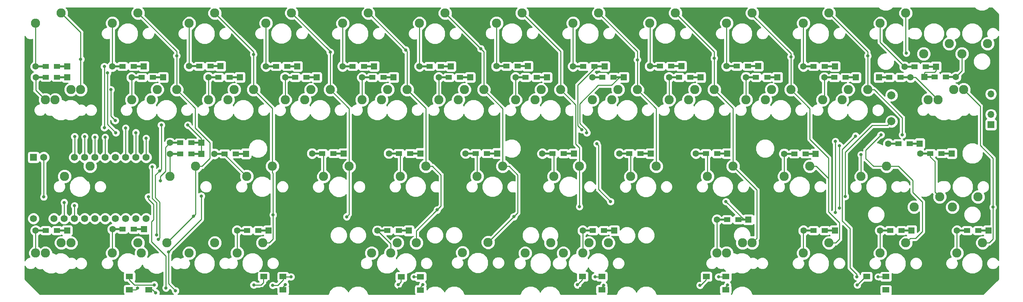
<source format=gbr>
G04 #@! TF.GenerationSoftware,KiCad,Pcbnew,(5.0.2)-1*
G04 #@! TF.CreationDate,2019-05-29T13:06:32-04:00*
G04 #@! TF.ProjectId,TG4x,54473478-2e6b-4696-9361-645f70636258,rev?*
G04 #@! TF.SameCoordinates,Original*
G04 #@! TF.FileFunction,Copper,L2,Bot*
G04 #@! TF.FilePolarity,Positive*
%FSLAX46Y46*%
G04 Gerber Fmt 4.6, Leading zero omitted, Abs format (unit mm)*
G04 Created by KiCad (PCBNEW (5.0.2)-1) date 5/29/2019 1:06:32 PM*
%MOMM*%
%LPD*%
G01*
G04 APERTURE LIST*
G04 #@! TA.AperFunction,SMDPad,CuDef*
%ADD10R,1.800000X1.400000*%
G04 #@! TD*
G04 #@! TA.AperFunction,ComponentPad*
%ADD11C,2.286000*%
G04 #@! TD*
G04 #@! TA.AperFunction,ComponentPad*
%ADD12R,1.752600X1.752600*%
G04 #@! TD*
G04 #@! TA.AperFunction,ComponentPad*
%ADD13C,1.752600*%
G04 #@! TD*
G04 #@! TA.AperFunction,ComponentPad*
%ADD14R,1.600000X1.600000*%
G04 #@! TD*
G04 #@! TA.AperFunction,ComponentPad*
%ADD15C,1.600000*%
G04 #@! TD*
G04 #@! TA.AperFunction,Conductor*
%ADD16R,2.900000X0.500000*%
G04 #@! TD*
G04 #@! TA.AperFunction,SMDPad,CuDef*
%ADD17R,1.600000X1.200000*%
G04 #@! TD*
G04 #@! TA.AperFunction,ComponentPad*
%ADD18C,2.000000*%
G04 #@! TD*
G04 #@! TA.AperFunction,ComponentPad*
%ADD19R,1.700000X1.700000*%
G04 #@! TD*
G04 #@! TA.AperFunction,ComponentPad*
%ADD20O,1.700000X1.700000*%
G04 #@! TD*
G04 #@! TA.AperFunction,ViaPad*
%ADD21C,0.800000*%
G04 #@! TD*
G04 #@! TA.AperFunction,Conductor*
%ADD22C,0.250000*%
G04 #@! TD*
G04 #@! TA.AperFunction,Conductor*
%ADD23C,0.254000*%
G04 #@! TD*
G04 APERTURE END LIST*
D10*
G04 #@! TO.P,LED2,4*
G04 #@! TO.N,Net-(LED1-Pad2)*
X45427600Y-84835000D03*
G04 #@! TO.P,LED2,3*
G04 #@! TO.N,GND*
X45427600Y-81535000D03*
G04 #@! TO.P,LED2,2*
G04 #@! TO.N,Net-(LED2-Pad2)*
X40627600Y-81535000D03*
G04 #@! TO.P,LED2,1*
G04 #@! TO.N,VCC*
X40627600Y-84835000D03*
G04 #@! TD*
G04 #@! TO.P,LED3,4*
G04 #@! TO.N,Net-(LED2-Pad2)*
X73928100Y-81560600D03*
G04 #@! TO.P,LED3,3*
G04 #@! TO.N,GND*
X73928100Y-84860600D03*
G04 #@! TO.P,LED3,2*
G04 #@! TO.N,Net-(LED3-Pad2)*
X78728100Y-84860600D03*
G04 #@! TO.P,LED3,1*
G04 #@! TO.N,VCC*
X78728100Y-81560600D03*
G04 #@! TD*
G04 #@! TO.P,LED4,4*
G04 #@! TO.N,Net-(LED3-Pad2)*
X108039200Y-81585800D03*
G04 #@! TO.P,LED4,3*
G04 #@! TO.N,GND*
X108039200Y-84885800D03*
G04 #@! TO.P,LED4,2*
G04 #@! TO.N,Net-(LED4-Pad2)*
X112839200Y-84885800D03*
G04 #@! TO.P,LED4,1*
G04 #@! TO.N,VCC*
X112839200Y-81585800D03*
G04 #@! TD*
G04 #@! TO.P,LED5,4*
G04 #@! TO.N,Net-(LED4-Pad2)*
X153022600Y-81535000D03*
G04 #@! TO.P,LED5,3*
G04 #@! TO.N,GND*
X153022600Y-84835000D03*
G04 #@! TO.P,LED5,2*
G04 #@! TO.N,Net-(LED5-Pad2)*
X157822600Y-84835000D03*
G04 #@! TO.P,LED5,1*
G04 #@! TO.N,VCC*
X157822600Y-81535000D03*
G04 #@! TD*
G04 #@! TO.P,LED6,4*
G04 #@! TO.N,Net-(LED5-Pad2)*
X183756600Y-81547700D03*
G04 #@! TO.P,LED6,3*
G04 #@! TO.N,GND*
X183756600Y-84847700D03*
G04 #@! TO.P,LED6,2*
G04 #@! TO.N,Net-(LED6-Pad2)*
X188556600Y-84847700D03*
G04 #@! TO.P,LED6,1*
G04 #@! TO.N,VCC*
X188556600Y-81547700D03*
G04 #@! TD*
G04 #@! TO.P,LED7,4*
G04 #@! TO.N,Net-(LED6-Pad2)*
X223520300Y-81560400D03*
G04 #@! TO.P,LED7,3*
G04 #@! TO.N,GND*
X223520300Y-84860400D03*
G04 #@! TO.P,LED7,2*
G04 #@! TO.N,N/C*
X228320300Y-84860400D03*
G04 #@! TO.P,LED7,1*
G04 #@! TO.N,VCC*
X228320300Y-81560400D03*
G04 #@! TD*
D11*
G04 #@! TO.P,200u,2*
G04 #@! TO.N,COL5*
X244017800Y-23609300D03*
G04 #@! TO.P,200u,1*
G04 #@! TO.N,Net-(D13-Pad2)*
X237667800Y-26149300D03*
G04 #@! TD*
G04 #@! TO.P,225u,2*
G04 #@! TO.N,Net-(D37-Pad2)*
X241642900Y-61696600D03*
G04 #@! TO.P,225u,1*
G04 #@! TO.N,COL4*
X235292900Y-64236600D03*
G04 #@! TD*
G04 #@! TO.P,275u,2*
G04 #@! TO.N,Net-(D42-Pad2)*
X148297900Y-75717400D03*
G04 #@! TO.P,275u,1*
G04 #@! TO.N,COL5*
X154647900Y-73177400D03*
G04 #@! TD*
G04 #@! TO.P,225u,2*
G04 #@! TO.N,Net-(D41-Pad2)*
X100698300Y-75704700D03*
G04 #@! TO.P,225u,1*
G04 #@! TO.N,COL4*
X107048300Y-73164700D03*
G04 #@! TD*
G04 #@! TO.P,SW33,2*
G04 #@! TO.N,Net-(D33-Pad2)*
X164973000Y-56667400D03*
G04 #@! TO.P,SW33,1*
G04 #@! TO.N,COL0*
X171323000Y-54127400D03*
G04 #@! TD*
G04 #@! TO.P,SW27,2*
G04 #@! TO.N,Net-(D27-Pad2)*
X50698400Y-56642000D03*
G04 #@! TO.P,SW27,1*
G04 #@! TO.N,COL1*
X57048400Y-54102000D03*
G04 #@! TD*
G04 #@! TO.P,SW29,2*
G04 #@! TO.N,Net-(D29-Pad2)*
X88798400Y-56667400D03*
G04 #@! TO.P,SW29,1*
G04 #@! TO.N,COL3*
X95148400Y-54127400D03*
G04 #@! TD*
D12*
G04 #@! TO.P,U1,1*
G04 #@! TO.N,COL0*
X16814800Y-51892200D03*
D13*
G04 #@! TO.P,U1,2*
G04 #@! TO.N,LED*
X19354800Y-51892200D03*
G04 #@! TO.P,U1,3*
G04 #@! TO.N,GND*
X21894800Y-51892200D03*
G04 #@! TO.P,U1,4*
X24434800Y-51892200D03*
G04 #@! TO.P,U1,5*
G04 #@! TO.N,ROW7*
X26974800Y-51892200D03*
G04 #@! TO.P,U1,6*
G04 #@! TO.N,ROW6*
X29514800Y-51892200D03*
G04 #@! TO.P,U1,7*
G04 #@! TO.N,ROW5*
X32054800Y-51892200D03*
G04 #@! TO.P,U1,8*
G04 #@! TO.N,ROW4*
X34594800Y-51892200D03*
G04 #@! TO.P,U1,9*
G04 #@! TO.N,ROW3*
X37134800Y-51892200D03*
G04 #@! TO.P,U1,10*
G04 #@! TO.N,ROW2*
X39674800Y-51892200D03*
G04 #@! TO.P,U1,11*
G04 #@! TO.N,ROW1*
X42214800Y-51892200D03*
G04 #@! TO.P,U1,13*
G04 #@! TO.N,SDA*
X44754800Y-67132200D03*
G04 #@! TO.P,U1,14*
G04 #@! TO.N,SCL*
X42214800Y-67132200D03*
G04 #@! TO.P,U1,15*
G04 #@! TO.N,COL1*
X39674800Y-67132200D03*
G04 #@! TO.P,U1,16*
G04 #@! TO.N,COL2*
X37134800Y-67132200D03*
G04 #@! TO.P,U1,17*
G04 #@! TO.N,COL3*
X34594800Y-67132200D03*
G04 #@! TO.P,U1,18*
G04 #@! TO.N,COL4*
X32054800Y-67132200D03*
G04 #@! TO.P,U1,19*
G04 #@! TO.N,COL5*
X29514800Y-67132200D03*
G04 #@! TO.P,U1,20*
G04 #@! TO.N,COL6*
X26974800Y-67132200D03*
G04 #@! TO.P,U1,21*
G04 #@! TO.N,VCC*
X24434800Y-67132200D03*
G04 #@! TO.P,U1,22*
G04 #@! TO.N,RST*
X21894800Y-67132200D03*
G04 #@! TO.P,U1,23*
G04 #@! TO.N,GND*
X19354800Y-67132200D03*
G04 #@! TO.P,U1,12*
G04 #@! TO.N,ROW0*
X44754800Y-51892200D03*
G04 #@! TO.P,U1,24*
G04 #@! TO.N,N/C*
X16814800Y-67132200D03*
G04 #@! TD*
D11*
G04 #@! TO.P,SW34,2*
G04 #@! TO.N,Net-(D34-Pad2)*
X184023000Y-56642000D03*
G04 #@! TO.P,SW34,1*
G04 #@! TO.N,COL1*
X190373000Y-54102000D03*
G04 #@! TD*
G04 #@! TO.P,SW22,2*
G04 #@! TO.N,Net-(D22-Pad2)*
X174498000Y-37592000D03*
G04 #@! TO.P,SW22,1*
G04 #@! TO.N,COL1*
X180848000Y-35052000D03*
G04 #@! TD*
G04 #@! TO.P,SW4,2*
G04 #@! TO.N,Net-(D4-Pad2)*
X74498200Y-18542000D03*
G04 #@! TO.P,SW4,1*
G04 #@! TO.N,COL3*
X80848200Y-16002000D03*
G04 #@! TD*
G04 #@! TO.P,SW35,2*
G04 #@! TO.N,Net-(D35-Pad2)*
X203098400Y-56642000D03*
G04 #@! TO.P,SW35,1*
G04 #@! TO.N,COL2*
X209448400Y-54102000D03*
G04 #@! TD*
G04 #@! TO.P,600u,2*
G04 #@! TO.N,Net-(D42-Pad2)*
X123266200Y-75565000D03*
G04 #@! TO.P,600u,1*
G04 #@! TO.N,COL5*
X129616200Y-73025000D03*
G04 #@! TD*
G04 #@! TO.P,SW15,2*
G04 #@! TO.N,Net-(D15-Pad2)*
X41148000Y-37592000D03*
G04 #@! TO.P,SW15,1*
G04 #@! TO.N,COL1*
X47498000Y-35052000D03*
G04 #@! TD*
G04 #@! TO.P,SW1,2*
G04 #@! TO.N,Net-(D1-Pad2)*
X17348200Y-18542000D03*
G04 #@! TO.P,SW1,1*
G04 #@! TO.N,COL0*
X23698200Y-16002000D03*
G04 #@! TD*
G04 #@! TO.P,SW2,2*
G04 #@! TO.N,Net-(D2-Pad2)*
X36398200Y-18542000D03*
G04 #@! TO.P,SW2,1*
G04 #@! TO.N,COL1*
X42748200Y-16002000D03*
G04 #@! TD*
G04 #@! TO.P,SW3,2*
G04 #@! TO.N,Net-(D3-Pad2)*
X55448200Y-18567400D03*
G04 #@! TO.P,SW3,1*
G04 #@! TO.N,COL2*
X61798200Y-16027400D03*
G04 #@! TD*
G04 #@! TO.P,SW5,2*
G04 #@! TO.N,Net-(D5-Pad2)*
X93548200Y-18567400D03*
G04 #@! TO.P,SW5,1*
G04 #@! TO.N,COL4*
X99898200Y-16027400D03*
G04 #@! TD*
G04 #@! TO.P,SW6,2*
G04 #@! TO.N,Net-(D6-Pad2)*
X112598200Y-18567400D03*
G04 #@! TO.P,SW6,1*
G04 #@! TO.N,COL5*
X118948200Y-16027400D03*
G04 #@! TD*
G04 #@! TO.P,SW7,2*
G04 #@! TO.N,Net-(D7-Pad2)*
X131673600Y-18516600D03*
G04 #@! TO.P,SW7,1*
G04 #@! TO.N,COL6*
X138023600Y-15976600D03*
G04 #@! TD*
G04 #@! TO.P,SW8,2*
G04 #@! TO.N,Net-(D8-Pad2)*
X150698200Y-18542000D03*
G04 #@! TO.P,SW8,1*
G04 #@! TO.N,COL0*
X157048200Y-16002000D03*
G04 #@! TD*
G04 #@! TO.P,SW9,2*
G04 #@! TO.N,Net-(D9-Pad2)*
X169748200Y-18542000D03*
G04 #@! TO.P,SW9,1*
G04 #@! TO.N,COL1*
X176098200Y-16002000D03*
G04 #@! TD*
G04 #@! TO.P,SW10,2*
G04 #@! TO.N,Net-(D10-Pad2)*
X188798200Y-18542000D03*
G04 #@! TO.P,SW10,1*
G04 #@! TO.N,COL2*
X195148200Y-16002000D03*
G04 #@! TD*
G04 #@! TO.P,SW11,2*
G04 #@! TO.N,Net-(D11-Pad2)*
X207848200Y-18542000D03*
G04 #@! TO.P,SW11,1*
G04 #@! TO.N,COL3*
X214198200Y-16002000D03*
G04 #@! TD*
G04 #@! TO.P,SW28,2*
G04 #@! TO.N,Net-(D28-Pad2)*
X69723000Y-56642000D03*
G04 #@! TO.P,SW28,1*
G04 #@! TO.N,COL2*
X76073000Y-54102000D03*
G04 #@! TD*
G04 #@! TO.P,SW30,2*
G04 #@! TO.N,Net-(D30-Pad2)*
X107823000Y-56642000D03*
G04 #@! TO.P,SW30,1*
G04 #@! TO.N,COL4*
X114173000Y-54102000D03*
G04 #@! TD*
G04 #@! TO.P,SW31,2*
G04 #@! TO.N,Net-(D31-Pad2)*
X126873000Y-56642000D03*
G04 #@! TO.P,SW31,1*
G04 #@! TO.N,COL5*
X133223000Y-54102000D03*
G04 #@! TD*
G04 #@! TO.P,SW32,2*
G04 #@! TO.N,Net-(D32-Pad2)*
X145923000Y-56642000D03*
G04 #@! TO.P,SW32,1*
G04 #@! TO.N,COL6*
X152273000Y-54102000D03*
G04 #@! TD*
G04 #@! TO.P,100u,2*
G04 #@! TO.N,Net-(D36-Pad2)*
X222148400Y-56667400D03*
G04 #@! TO.P,100u,1*
G04 #@! TO.N,COL3*
X228498400Y-54127400D03*
G04 #@! TD*
G04 #@! TO.P,100u,2*
G04 #@! TO.N,Net-(D44-Pad2)*
X207848200Y-75692000D03*
G04 #@! TO.P,100u,1*
G04 #@! TO.N,COL2*
X214198200Y-73152000D03*
G04 #@! TD*
G04 #@! TO.P,100u,2*
G04 #@! TO.N,Net-(D45-Pad2)*
X226898200Y-75717400D03*
G04 #@! TO.P,100u,1*
G04 #@! TO.N,COL3*
X233248200Y-73177400D03*
G04 #@! TD*
G04 #@! TO.P,100u,2*
G04 #@! TO.N,Net-(D46-Pad2)*
X245948200Y-75692000D03*
G04 #@! TO.P,100u,1*
G04 #@! TO.N,COL4*
X252298200Y-73152000D03*
G04 #@! TD*
G04 #@! TO.P,100u,2*
G04 #@! TO.N,Net-(D12-Pad2)*
X226898200Y-18567400D03*
G04 #@! TO.P,100u,1*
G04 #@! TO.N,COL4*
X233248200Y-16027400D03*
G04 #@! TD*
G04 #@! TO.P,SW15b1,2*
G04 #@! TO.N,Net-(D15-Pad2)*
X45974000Y-37592000D03*
G04 #@! TO.P,SW15b1,1*
G04 #@! TO.N,COL1*
X52324000Y-35052000D03*
G04 #@! TD*
G04 #@! TO.P,SW16,2*
G04 #@! TO.N,Net-(D16-Pad2)*
X60223400Y-37592000D03*
G04 #@! TO.P,SW16,1*
G04 #@! TO.N,COL2*
X66573400Y-35052000D03*
G04 #@! TD*
G04 #@! TO.P,SW16b1,2*
G04 #@! TO.N,Net-(D16-Pad2)*
X65049400Y-37592000D03*
G04 #@! TO.P,SW16b1,1*
G04 #@! TO.N,COL2*
X71399400Y-35052000D03*
G04 #@! TD*
G04 #@! TO.P,SW17,2*
G04 #@! TO.N,Net-(D17-Pad2)*
X79248000Y-37617400D03*
G04 #@! TO.P,SW17,1*
G04 #@! TO.N,COL3*
X85598000Y-35077400D03*
G04 #@! TD*
G04 #@! TO.P,SW17b1,2*
G04 #@! TO.N,Net-(D17-Pad2)*
X84074000Y-37592000D03*
G04 #@! TO.P,SW17b1,1*
G04 #@! TO.N,COL3*
X90424000Y-35052000D03*
G04 #@! TD*
G04 #@! TO.P,SW18,2*
G04 #@! TO.N,Net-(D18-Pad2)*
X98323400Y-37592000D03*
G04 #@! TO.P,SW18,1*
G04 #@! TO.N,COL4*
X104673400Y-35052000D03*
G04 #@! TD*
G04 #@! TO.P,SW18b1,2*
G04 #@! TO.N,Net-(D18-Pad2)*
X103149400Y-37592000D03*
G04 #@! TO.P,SW18b1,1*
G04 #@! TO.N,COL4*
X109499400Y-35052000D03*
G04 #@! TD*
G04 #@! TO.P,SW19,2*
G04 #@! TO.N,Net-(D19-Pad2)*
X117348000Y-37592000D03*
G04 #@! TO.P,SW19,1*
G04 #@! TO.N,COL5*
X123698000Y-35052000D03*
G04 #@! TD*
G04 #@! TO.P,SW19b1,2*
G04 #@! TO.N,Net-(D19-Pad2)*
X122174000Y-37592000D03*
G04 #@! TO.P,SW19b1,1*
G04 #@! TO.N,COL5*
X128524000Y-35052000D03*
G04 #@! TD*
G04 #@! TO.P,SW20,2*
G04 #@! TO.N,Net-(D20-Pad2)*
X136398000Y-37617400D03*
G04 #@! TO.P,SW20,1*
G04 #@! TO.N,COL6*
X142748000Y-35077400D03*
G04 #@! TD*
G04 #@! TO.P,SW20b1,2*
G04 #@! TO.N,Net-(D20-Pad2)*
X141249400Y-37617400D03*
G04 #@! TO.P,SW20b1,1*
G04 #@! TO.N,COL6*
X147599400Y-35077400D03*
G04 #@! TD*
G04 #@! TO.P,SW21,2*
G04 #@! TO.N,Net-(D21-Pad2)*
X155473400Y-37592000D03*
G04 #@! TO.P,SW21,1*
G04 #@! TO.N,COL0*
X161823400Y-35052000D03*
G04 #@! TD*
G04 #@! TO.P,SW21b1,2*
G04 #@! TO.N,Net-(D21-Pad2)*
X160274000Y-37617400D03*
G04 #@! TO.P,SW21b1,1*
G04 #@! TO.N,COL0*
X166624000Y-35077400D03*
G04 #@! TD*
G04 #@! TO.P,SW22b1,2*
G04 #@! TO.N,Net-(D22-Pad2)*
X179349400Y-37592000D03*
G04 #@! TO.P,SW22b1,1*
G04 #@! TO.N,COL1*
X185699400Y-35052000D03*
G04 #@! TD*
G04 #@! TO.P,SW23,2*
G04 #@! TO.N,Net-(D23-Pad2)*
X193573400Y-37592000D03*
G04 #@! TO.P,SW23,1*
G04 #@! TO.N,COL2*
X199923400Y-35052000D03*
G04 #@! TD*
G04 #@! TO.P,SW23b1,2*
G04 #@! TO.N,Net-(D23-Pad2)*
X198374000Y-37592000D03*
G04 #@! TO.P,SW23b1,1*
G04 #@! TO.N,COL2*
X204724000Y-35052000D03*
G04 #@! TD*
G04 #@! TO.P,SW24,2*
G04 #@! TO.N,Net-(D24-Pad2)*
X212598000Y-37592000D03*
G04 #@! TO.P,SW24,1*
G04 #@! TO.N,COL3*
X218948000Y-35052000D03*
G04 #@! TD*
G04 #@! TO.P,SW24b1,2*
G04 #@! TO.N,Net-(D24-Pad2)*
X217449400Y-37617400D03*
G04 #@! TO.P,SW24b1,1*
G04 #@! TO.N,COL3*
X223799400Y-35077400D03*
G04 #@! TD*
G04 #@! TO.P,100u,2*
G04 #@! TO.N,Net-(D38-Pad2)*
X17348200Y-75692000D03*
G04 #@! TO.P,100u,1*
G04 #@! TO.N,COL0*
X23698200Y-73152000D03*
G04 #@! TD*
G04 #@! TO.P,100u,2*
G04 #@! TO.N,Net-(D39-Pad2)*
X36398200Y-75692000D03*
G04 #@! TO.P,100u,1*
G04 #@! TO.N,COL1*
X42748200Y-73152000D03*
G04 #@! TD*
G04 #@! TO.P,100u,2*
G04 #@! TO.N,Net-(D40-Pad2)*
X55448200Y-75692000D03*
G04 #@! TO.P,100u,1*
G04 #@! TO.N,COL2*
X61798200Y-73152000D03*
G04 #@! TD*
G04 #@! TO.P,125u,2*
G04 #@! TO.N,Net-(D43-Pad2)*
X186410600Y-75692000D03*
G04 #@! TO.P,125u,1*
G04 #@! TO.N,COL1*
X192760600Y-73152000D03*
G04 #@! TD*
G04 #@! TO.P,100u,2*
G04 #@! TO.N,Net-(D43-Pad2)*
X188772800Y-75692000D03*
G04 #@! TO.P,100u,1*
G04 #@! TO.N,COL1*
X195122800Y-73152000D03*
G04 #@! TD*
G04 #@! TO.P,150u,2*
G04 #@! TO.N,Net-(D14-Pad2)*
X22174200Y-37592000D03*
G04 #@! TO.P,150u,1*
G04 #@! TO.N,COL0*
X28524200Y-35052000D03*
G04 #@! TD*
G04 #@! TO.P,125u,2*
G04 #@! TO.N,Net-(D14-Pad2)*
X19735800Y-37592000D03*
G04 #@! TO.P,125u,1*
G04 #@! TO.N,COL0*
X26085800Y-35052000D03*
G04 #@! TD*
G04 #@! TO.P,175u,2*
G04 #@! TO.N,Net-(D26-Pad2)*
X24485600Y-56642000D03*
G04 #@! TO.P,175u,1*
G04 #@! TO.N,COL0*
X30835600Y-54102000D03*
G04 #@! TD*
G04 #@! TO.P,125u,2*
G04 #@! TO.N,Net-(D37-Pad2)*
X251180600Y-61747400D03*
G04 #@! TO.P,125u,1*
G04 #@! TO.N,COL4*
X244830600Y-64287400D03*
G04 #@! TD*
G04 #@! TO.P,150u,2*
G04 #@! TO.N,Net-(D25-Pad2)*
X238810800Y-37592000D03*
G04 #@! TO.P,150u,1*
G04 #@! TO.N,COL4*
X245160800Y-35052000D03*
G04 #@! TD*
G04 #@! TO.P,175u,2*
G04 #@! TO.N,Net-(D25-Pad2)*
X241249200Y-37592000D03*
G04 #@! TO.P,175u,1*
G04 #@! TO.N,COL4*
X247599200Y-35052000D03*
G04 #@! TD*
G04 #@! TO.P,125u,1*
G04 #@! TO.N,COL0*
X26085800Y-73177400D03*
G04 #@! TO.P,125u,2*
G04 #@! TO.N,Net-(D38-Pad2)*
X19735800Y-75717400D03*
G04 #@! TD*
G04 #@! TO.P,125u,1*
G04 #@! TO.N,COL1*
X49885600Y-73177400D03*
G04 #@! TO.P,125u,2*
G04 #@! TO.N,Net-(D39-Pad2)*
X43535600Y-75717400D03*
G04 #@! TD*
G04 #@! TO.P,125u,1*
G04 #@! TO.N,COL2*
X73685400Y-73152000D03*
G04 #@! TO.P,125u,2*
G04 #@! TO.N,Net-(D40-Pad2)*
X67335400Y-75692000D03*
G04 #@! TD*
D14*
G04 #@! TO.P,D1,1*
G04 #@! TO.N,ROW0*
X25147100Y-29298900D03*
D15*
G04 #@! TO.P,D1,2*
G04 #@! TO.N,Net-(D1-Pad2)*
X17347100Y-29298900D03*
D16*
G04 #@! TD*
G04 #@! TO.N,ROW0*
G04 #@! TO.C,D1*
X23747100Y-29298900D03*
D17*
G04 #@! TO.P,D1,1*
G04 #@! TO.N,ROW0*
X22647100Y-29298900D03*
G04 #@! TO.P,D1,2*
G04 #@! TO.N,Net-(D1-Pad2)*
X19847100Y-29298900D03*
D16*
G04 #@! TD*
G04 #@! TO.N,Net-(D1-Pad2)*
G04 #@! TO.C,D1*
X18747100Y-29298900D03*
D14*
G04 #@! TO.P,D2,1*
G04 #@! TO.N,ROW0*
X44184400Y-29260800D03*
D15*
G04 #@! TO.P,D2,2*
G04 #@! TO.N,Net-(D2-Pad2)*
X36384400Y-29260800D03*
D16*
G04 #@! TD*
G04 #@! TO.N,ROW0*
G04 #@! TO.C,D2*
X42784400Y-29260800D03*
D17*
G04 #@! TO.P,D2,1*
G04 #@! TO.N,ROW0*
X41684400Y-29260800D03*
G04 #@! TO.P,D2,2*
G04 #@! TO.N,Net-(D2-Pad2)*
X38884400Y-29260800D03*
D16*
G04 #@! TD*
G04 #@! TO.N,Net-(D2-Pad2)*
G04 #@! TO.C,D2*
X37784400Y-29260800D03*
D14*
G04 #@! TO.P,D3,1*
G04 #@! TO.N,ROW0*
X63234400Y-29222700D03*
D15*
G04 #@! TO.P,D3,2*
G04 #@! TO.N,Net-(D3-Pad2)*
X55434400Y-29222700D03*
D16*
G04 #@! TD*
G04 #@! TO.N,ROW0*
G04 #@! TO.C,D3*
X61834400Y-29222700D03*
D17*
G04 #@! TO.P,D3,1*
G04 #@! TO.N,ROW0*
X60734400Y-29222700D03*
G04 #@! TO.P,D3,2*
G04 #@! TO.N,Net-(D3-Pad2)*
X57934400Y-29222700D03*
D16*
G04 #@! TD*
G04 #@! TO.N,Net-(D3-Pad2)*
G04 #@! TO.C,D3*
X56834400Y-29222700D03*
D14*
G04 #@! TO.P,D4,1*
G04 #@! TO.N,ROW0*
X82284400Y-29248100D03*
D15*
G04 #@! TO.P,D4,2*
G04 #@! TO.N,Net-(D4-Pad2)*
X74484400Y-29248100D03*
D16*
G04 #@! TD*
G04 #@! TO.N,ROW0*
G04 #@! TO.C,D4*
X80884400Y-29248100D03*
D17*
G04 #@! TO.P,D4,1*
G04 #@! TO.N,ROW0*
X79784400Y-29248100D03*
G04 #@! TO.P,D4,2*
G04 #@! TO.N,Net-(D4-Pad2)*
X76984400Y-29248100D03*
D16*
G04 #@! TD*
G04 #@! TO.N,Net-(D4-Pad2)*
G04 #@! TO.C,D4*
X75884400Y-29248100D03*
D14*
G04 #@! TO.P,D5,1*
G04 #@! TO.N,ROW0*
X101309000Y-29248100D03*
D15*
G04 #@! TO.P,D5,2*
G04 #@! TO.N,Net-(D5-Pad2)*
X93509000Y-29248100D03*
D16*
G04 #@! TD*
G04 #@! TO.N,ROW0*
G04 #@! TO.C,D5*
X99909000Y-29248100D03*
D17*
G04 #@! TO.P,D5,1*
G04 #@! TO.N,ROW0*
X98809000Y-29248100D03*
G04 #@! TO.P,D5,2*
G04 #@! TO.N,Net-(D5-Pad2)*
X96009000Y-29248100D03*
D16*
G04 #@! TD*
G04 #@! TO.N,Net-(D5-Pad2)*
G04 #@! TO.C,D5*
X94909000Y-29248100D03*
D14*
G04 #@! TO.P,D6,1*
G04 #@! TO.N,ROW0*
X120384400Y-29248100D03*
D15*
G04 #@! TO.P,D6,2*
G04 #@! TO.N,Net-(D6-Pad2)*
X112584400Y-29248100D03*
D16*
G04 #@! TD*
G04 #@! TO.N,ROW0*
G04 #@! TO.C,D6*
X118984400Y-29248100D03*
D17*
G04 #@! TO.P,D6,1*
G04 #@! TO.N,ROW0*
X117884400Y-29248100D03*
G04 #@! TO.P,D6,2*
G04 #@! TO.N,Net-(D6-Pad2)*
X115084400Y-29248100D03*
D16*
G04 #@! TD*
G04 #@! TO.N,Net-(D6-Pad2)*
G04 #@! TO.C,D6*
X113984400Y-29248100D03*
D14*
G04 #@! TO.P,D7,1*
G04 #@! TO.N,ROW0*
X139485200Y-29222700D03*
D15*
G04 #@! TO.P,D7,2*
G04 #@! TO.N,Net-(D7-Pad2)*
X131685200Y-29222700D03*
D16*
G04 #@! TD*
G04 #@! TO.N,ROW0*
G04 #@! TO.C,D7*
X138085200Y-29222700D03*
D17*
G04 #@! TO.P,D7,1*
G04 #@! TO.N,ROW0*
X136985200Y-29222700D03*
G04 #@! TO.P,D7,2*
G04 #@! TO.N,Net-(D7-Pad2)*
X134185200Y-29222700D03*
D16*
G04 #@! TD*
G04 #@! TO.N,Net-(D7-Pad2)*
G04 #@! TO.C,D7*
X133085200Y-29222700D03*
D14*
G04 #@! TO.P,D8,1*
G04 #@! TO.N,ROW4*
X158497100Y-29260800D03*
D15*
G04 #@! TO.P,D8,2*
G04 #@! TO.N,Net-(D8-Pad2)*
X150697100Y-29260800D03*
D16*
G04 #@! TD*
G04 #@! TO.N,ROW4*
G04 #@! TO.C,D8*
X157097100Y-29260800D03*
D17*
G04 #@! TO.P,D8,1*
G04 #@! TO.N,ROW4*
X155997100Y-29260800D03*
G04 #@! TO.P,D8,2*
G04 #@! TO.N,Net-(D8-Pad2)*
X153197100Y-29260800D03*
D16*
G04 #@! TD*
G04 #@! TO.N,Net-(D8-Pad2)*
G04 #@! TO.C,D8*
X152097100Y-29260800D03*
D14*
G04 #@! TO.P,D9,1*
G04 #@! TO.N,ROW4*
X177559800Y-29222700D03*
D15*
G04 #@! TO.P,D9,2*
G04 #@! TO.N,Net-(D9-Pad2)*
X169759800Y-29222700D03*
D16*
G04 #@! TD*
G04 #@! TO.N,ROW4*
G04 #@! TO.C,D9*
X176159800Y-29222700D03*
D17*
G04 #@! TO.P,D9,1*
G04 #@! TO.N,ROW4*
X175059800Y-29222700D03*
G04 #@! TO.P,D9,2*
G04 #@! TO.N,Net-(D9-Pad2)*
X172259800Y-29222700D03*
D16*
G04 #@! TD*
G04 #@! TO.N,Net-(D9-Pad2)*
G04 #@! TO.C,D9*
X171159800Y-29222700D03*
D14*
G04 #@! TO.P,D10,1*
G04 #@! TO.N,ROW4*
X196597100Y-29222700D03*
D15*
G04 #@! TO.P,D10,2*
G04 #@! TO.N,Net-(D10-Pad2)*
X188797100Y-29222700D03*
D16*
G04 #@! TD*
G04 #@! TO.N,ROW4*
G04 #@! TO.C,D10*
X195197100Y-29222700D03*
D17*
G04 #@! TO.P,D10,1*
G04 #@! TO.N,ROW4*
X194097100Y-29222700D03*
G04 #@! TO.P,D10,2*
G04 #@! TO.N,Net-(D10-Pad2)*
X191297100Y-29222700D03*
D16*
G04 #@! TD*
G04 #@! TO.N,Net-(D10-Pad2)*
G04 #@! TO.C,D10*
X190197100Y-29222700D03*
D14*
G04 #@! TO.P,D11,1*
G04 #@! TO.N,ROW4*
X215647100Y-29260800D03*
D15*
G04 #@! TO.P,D11,2*
G04 #@! TO.N,Net-(D11-Pad2)*
X207847100Y-29260800D03*
D16*
G04 #@! TD*
G04 #@! TO.N,ROW4*
G04 #@! TO.C,D11*
X214247100Y-29260800D03*
D17*
G04 #@! TO.P,D11,1*
G04 #@! TO.N,ROW4*
X213147100Y-29260800D03*
G04 #@! TO.P,D11,2*
G04 #@! TO.N,Net-(D11-Pad2)*
X210347100Y-29260800D03*
D16*
G04 #@! TD*
G04 #@! TO.N,Net-(D11-Pad2)*
G04 #@! TO.C,D11*
X209247100Y-29260800D03*
D14*
G04 #@! TO.P,D12,1*
G04 #@! TO.N,ROW4*
X240742300Y-29337000D03*
D15*
G04 #@! TO.P,D12,2*
G04 #@! TO.N,Net-(D12-Pad2)*
X232942300Y-29337000D03*
D16*
G04 #@! TD*
G04 #@! TO.N,ROW4*
G04 #@! TO.C,D12*
X239342300Y-29337000D03*
D17*
G04 #@! TO.P,D12,1*
G04 #@! TO.N,ROW4*
X238242300Y-29337000D03*
G04 #@! TO.P,D12,2*
G04 #@! TO.N,Net-(D12-Pad2)*
X235442300Y-29337000D03*
D16*
G04 #@! TD*
G04 #@! TO.N,Net-(D12-Pad2)*
G04 #@! TO.C,D12*
X234342300Y-29337000D03*
D14*
G04 #@! TO.P,D13,1*
G04 #@! TO.N,ROW4*
X237895300Y-31902400D03*
D15*
G04 #@! TO.P,D13,2*
G04 #@! TO.N,Net-(D13-Pad2)*
X245695300Y-31902400D03*
D16*
G04 #@! TD*
G04 #@! TO.N,ROW4*
G04 #@! TO.C,D13*
X239295300Y-31902400D03*
D17*
G04 #@! TO.P,D13,1*
G04 #@! TO.N,ROW4*
X240395300Y-31902400D03*
G04 #@! TO.P,D13,2*
G04 #@! TO.N,Net-(D13-Pad2)*
X243195300Y-31902400D03*
D16*
G04 #@! TD*
G04 #@! TO.N,Net-(D13-Pad2)*
G04 #@! TO.C,D13*
X244295300Y-31902400D03*
D14*
G04 #@! TO.P,D14,1*
G04 #@! TO.N,ROW1*
X25159800Y-31965900D03*
D15*
G04 #@! TO.P,D14,2*
G04 #@! TO.N,Net-(D14-Pad2)*
X17359800Y-31965900D03*
D16*
G04 #@! TD*
G04 #@! TO.N,ROW1*
G04 #@! TO.C,D14*
X23759800Y-31965900D03*
D17*
G04 #@! TO.P,D14,1*
G04 #@! TO.N,ROW1*
X22659800Y-31965900D03*
G04 #@! TO.P,D14,2*
G04 #@! TO.N,Net-(D14-Pad2)*
X19859800Y-31965900D03*
D16*
G04 #@! TD*
G04 #@! TO.N,Net-(D14-Pad2)*
G04 #@! TO.C,D14*
X18759800Y-31965900D03*
D14*
G04 #@! TO.P,D15,1*
G04 #@! TO.N,ROW1*
X48959600Y-32016700D03*
D15*
G04 #@! TO.P,D15,2*
G04 #@! TO.N,Net-(D15-Pad2)*
X41159600Y-32016700D03*
D16*
G04 #@! TD*
G04 #@! TO.N,ROW1*
G04 #@! TO.C,D15*
X47559600Y-32016700D03*
D17*
G04 #@! TO.P,D15,1*
G04 #@! TO.N,ROW1*
X46459600Y-32016700D03*
G04 #@! TO.P,D15,2*
G04 #@! TO.N,Net-(D15-Pad2)*
X43659600Y-32016700D03*
D16*
G04 #@! TD*
G04 #@! TO.N,Net-(D15-Pad2)*
G04 #@! TO.C,D15*
X42559600Y-32016700D03*
D14*
G04 #@! TO.P,D16,1*
G04 #@! TO.N,ROW1*
X68009600Y-31978600D03*
D15*
G04 #@! TO.P,D16,2*
G04 #@! TO.N,Net-(D16-Pad2)*
X60209600Y-31978600D03*
D16*
G04 #@! TD*
G04 #@! TO.N,ROW1*
G04 #@! TO.C,D16*
X66609600Y-31978600D03*
D17*
G04 #@! TO.P,D16,1*
G04 #@! TO.N,ROW1*
X65509600Y-31978600D03*
G04 #@! TO.P,D16,2*
G04 #@! TO.N,Net-(D16-Pad2)*
X62709600Y-31978600D03*
D16*
G04 #@! TD*
G04 #@! TO.N,Net-(D16-Pad2)*
G04 #@! TO.C,D16*
X61609600Y-31978600D03*
D14*
G04 #@! TO.P,D17,1*
G04 #@! TO.N,ROW1*
X87046900Y-31991300D03*
D15*
G04 #@! TO.P,D17,2*
G04 #@! TO.N,Net-(D17-Pad2)*
X79246900Y-31991300D03*
D16*
G04 #@! TD*
G04 #@! TO.N,ROW1*
G04 #@! TO.C,D17*
X85646900Y-31991300D03*
D17*
G04 #@! TO.P,D17,1*
G04 #@! TO.N,ROW1*
X84546900Y-31991300D03*
G04 #@! TO.P,D17,2*
G04 #@! TO.N,Net-(D17-Pad2)*
X81746900Y-31991300D03*
D16*
G04 #@! TD*
G04 #@! TO.N,Net-(D17-Pad2)*
G04 #@! TO.C,D17*
X80646900Y-31991300D03*
D14*
G04 #@! TO.P,D18,1*
G04 #@! TO.N,ROW1*
X106147700Y-32016700D03*
D15*
G04 #@! TO.P,D18,2*
G04 #@! TO.N,Net-(D18-Pad2)*
X98347700Y-32016700D03*
D16*
G04 #@! TD*
G04 #@! TO.N,ROW1*
G04 #@! TO.C,D18*
X104747700Y-32016700D03*
D17*
G04 #@! TO.P,D18,1*
G04 #@! TO.N,ROW1*
X103647700Y-32016700D03*
G04 #@! TO.P,D18,2*
G04 #@! TO.N,Net-(D18-Pad2)*
X100847700Y-32016700D03*
D16*
G04 #@! TD*
G04 #@! TO.N,Net-(D18-Pad2)*
G04 #@! TO.C,D18*
X99747700Y-32016700D03*
D14*
G04 #@! TO.P,D19,1*
G04 #@! TO.N,ROW1*
X125146900Y-32016700D03*
D15*
G04 #@! TO.P,D19,2*
G04 #@! TO.N,Net-(D19-Pad2)*
X117346900Y-32016700D03*
D16*
G04 #@! TD*
G04 #@! TO.N,ROW1*
G04 #@! TO.C,D19*
X123746900Y-32016700D03*
D17*
G04 #@! TO.P,D19,1*
G04 #@! TO.N,ROW1*
X122646900Y-32016700D03*
G04 #@! TO.P,D19,2*
G04 #@! TO.N,Net-(D19-Pad2)*
X119846900Y-32016700D03*
D16*
G04 #@! TD*
G04 #@! TO.N,Net-(D19-Pad2)*
G04 #@! TO.C,D19*
X118746900Y-32016700D03*
D14*
G04 #@! TO.P,D20,1*
G04 #@! TO.N,ROW1*
X144196900Y-32004000D03*
D15*
G04 #@! TO.P,D20,2*
G04 #@! TO.N,Net-(D20-Pad2)*
X136396900Y-32004000D03*
D16*
G04 #@! TD*
G04 #@! TO.N,ROW1*
G04 #@! TO.C,D20*
X142796900Y-32004000D03*
D17*
G04 #@! TO.P,D20,1*
G04 #@! TO.N,ROW1*
X141696900Y-32004000D03*
G04 #@! TO.P,D20,2*
G04 #@! TO.N,Net-(D20-Pad2)*
X138896900Y-32004000D03*
D16*
G04 #@! TD*
G04 #@! TO.N,Net-(D20-Pad2)*
G04 #@! TO.C,D20*
X137796900Y-32004000D03*
D14*
G04 #@! TO.P,D21,1*
G04 #@! TO.N,ROW5*
X163272300Y-31978600D03*
D15*
G04 #@! TO.P,D21,2*
G04 #@! TO.N,Net-(D21-Pad2)*
X155472300Y-31978600D03*
D16*
G04 #@! TD*
G04 #@! TO.N,ROW5*
G04 #@! TO.C,D21*
X161872300Y-31978600D03*
D17*
G04 #@! TO.P,D21,1*
G04 #@! TO.N,ROW5*
X160772300Y-31978600D03*
G04 #@! TO.P,D21,2*
G04 #@! TO.N,Net-(D21-Pad2)*
X157972300Y-31978600D03*
D16*
G04 #@! TD*
G04 #@! TO.N,Net-(D21-Pad2)*
G04 #@! TO.C,D21*
X156872300Y-31978600D03*
D14*
G04 #@! TO.P,D22,1*
G04 #@! TO.N,ROW5*
X182309600Y-31991300D03*
D15*
G04 #@! TO.P,D22,2*
G04 #@! TO.N,Net-(D22-Pad2)*
X174509600Y-31991300D03*
D16*
G04 #@! TD*
G04 #@! TO.N,ROW5*
G04 #@! TO.C,D22*
X180909600Y-31991300D03*
D17*
G04 #@! TO.P,D22,1*
G04 #@! TO.N,ROW5*
X179809600Y-31991300D03*
G04 #@! TO.P,D22,2*
G04 #@! TO.N,Net-(D22-Pad2)*
X177009600Y-31991300D03*
D16*
G04 #@! TD*
G04 #@! TO.N,Net-(D22-Pad2)*
G04 #@! TO.C,D22*
X175909600Y-31991300D03*
D14*
G04 #@! TO.P,D23,1*
G04 #@! TO.N,ROW5*
X201385000Y-31978600D03*
D15*
G04 #@! TO.P,D23,2*
G04 #@! TO.N,Net-(D23-Pad2)*
X193585000Y-31978600D03*
D16*
G04 #@! TD*
G04 #@! TO.N,ROW5*
G04 #@! TO.C,D23*
X199985000Y-31978600D03*
D17*
G04 #@! TO.P,D23,1*
G04 #@! TO.N,ROW5*
X198885000Y-31978600D03*
G04 #@! TO.P,D23,2*
G04 #@! TO.N,Net-(D23-Pad2)*
X196085000Y-31978600D03*
D16*
G04 #@! TD*
G04 #@! TO.N,Net-(D23-Pad2)*
G04 #@! TO.C,D23*
X194985000Y-31978600D03*
D14*
G04 #@! TO.P,D24,1*
G04 #@! TO.N,ROW5*
X220841400Y-32029400D03*
D15*
G04 #@! TO.P,D24,2*
G04 #@! TO.N,Net-(D24-Pad2)*
X213041400Y-32029400D03*
D16*
G04 #@! TD*
G04 #@! TO.N,ROW5*
G04 #@! TO.C,D24*
X219441400Y-32029400D03*
D17*
G04 #@! TO.P,D24,1*
G04 #@! TO.N,ROW5*
X218341400Y-32029400D03*
G04 #@! TO.P,D24,2*
G04 #@! TO.N,Net-(D24-Pad2)*
X215541400Y-32029400D03*
D16*
G04 #@! TD*
G04 #@! TO.N,Net-(D24-Pad2)*
G04 #@! TO.C,D24*
X214441400Y-32029400D03*
D14*
G04 #@! TO.P,D25,1*
G04 #@! TO.N,ROW5*
X226630400Y-32004000D03*
D15*
G04 #@! TO.P,D25,2*
G04 #@! TO.N,Net-(D25-Pad2)*
X234430400Y-32004000D03*
D16*
G04 #@! TD*
G04 #@! TO.N,ROW5*
G04 #@! TO.C,D25*
X228030400Y-32004000D03*
D17*
G04 #@! TO.P,D25,1*
G04 #@! TO.N,ROW5*
X229130400Y-32004000D03*
G04 #@! TO.P,D25,2*
G04 #@! TO.N,Net-(D25-Pad2)*
X231930400Y-32004000D03*
D16*
G04 #@! TD*
G04 #@! TO.N,Net-(D25-Pad2)*
G04 #@! TO.C,D25*
X233030400Y-32004000D03*
D14*
G04 #@! TO.P,D26,1*
G04 #@! TO.N,ROW2*
X58471900Y-48285400D03*
D15*
G04 #@! TO.P,D26,2*
G04 #@! TO.N,Net-(D26-Pad2)*
X50671900Y-48285400D03*
D16*
G04 #@! TD*
G04 #@! TO.N,ROW2*
G04 #@! TO.C,D26*
X57071900Y-48285400D03*
D17*
G04 #@! TO.P,D26,1*
G04 #@! TO.N,ROW2*
X55971900Y-48285400D03*
G04 #@! TO.P,D26,2*
G04 #@! TO.N,Net-(D26-Pad2)*
X53171900Y-48285400D03*
D16*
G04 #@! TD*
G04 #@! TO.N,Net-(D26-Pad2)*
G04 #@! TO.C,D26*
X52071900Y-48285400D03*
D14*
G04 #@! TO.P,D27,1*
G04 #@! TO.N,ROW2*
X58484600Y-51015900D03*
D15*
G04 #@! TO.P,D27,2*
G04 #@! TO.N,Net-(D27-Pad2)*
X50684600Y-51015900D03*
D16*
G04 #@! TD*
G04 #@! TO.N,ROW2*
G04 #@! TO.C,D27*
X57084600Y-51015900D03*
D17*
G04 #@! TO.P,D27,1*
G04 #@! TO.N,ROW2*
X55984600Y-51015900D03*
G04 #@! TO.P,D27,2*
G04 #@! TO.N,Net-(D27-Pad2)*
X53184600Y-51015900D03*
D16*
G04 #@! TD*
G04 #@! TO.N,Net-(D27-Pad2)*
G04 #@! TO.C,D27*
X52084600Y-51015900D03*
G04 #@! TO.N,Net-(D28-Pad2)*
G04 #@! TO.C,D28*
X63111200Y-51003200D03*
D17*
G04 #@! TD*
G04 #@! TO.P,D28,2*
G04 #@! TO.N,Net-(D28-Pad2)*
X64211200Y-51003200D03*
G04 #@! TO.P,D28,1*
G04 #@! TO.N,ROW2*
X67011200Y-51003200D03*
D16*
G04 #@! TD*
G04 #@! TO.N,ROW2*
G04 #@! TO.C,D28*
X68111200Y-51003200D03*
D15*
G04 #@! TO.P,D28,2*
G04 #@! TO.N,Net-(D28-Pad2)*
X61711200Y-51003200D03*
D14*
G04 #@! TO.P,D28,1*
G04 #@! TO.N,ROW2*
X69511200Y-51003200D03*
G04 #@! TD*
D16*
G04 #@! TO.N,Net-(D29-Pad2)*
G04 #@! TO.C,D29*
X87365200Y-50927000D03*
D17*
G04 #@! TD*
G04 #@! TO.P,D29,2*
G04 #@! TO.N,Net-(D29-Pad2)*
X88465200Y-50927000D03*
G04 #@! TO.P,D29,1*
G04 #@! TO.N,ROW2*
X91265200Y-50927000D03*
D16*
G04 #@! TD*
G04 #@! TO.N,ROW2*
G04 #@! TO.C,D29*
X92365200Y-50927000D03*
D15*
G04 #@! TO.P,D29,2*
G04 #@! TO.N,Net-(D29-Pad2)*
X85965200Y-50927000D03*
D14*
G04 #@! TO.P,D29,1*
G04 #@! TO.N,ROW2*
X93765200Y-50927000D03*
G04 #@! TD*
D16*
G04 #@! TO.N,Net-(D30-Pad2)*
G04 #@! TO.C,D30*
X106389800Y-50914300D03*
D17*
G04 #@! TD*
G04 #@! TO.P,D30,2*
G04 #@! TO.N,Net-(D30-Pad2)*
X107489800Y-50914300D03*
G04 #@! TO.P,D30,1*
G04 #@! TO.N,ROW2*
X110289800Y-50914300D03*
D16*
G04 #@! TD*
G04 #@! TO.N,ROW2*
G04 #@! TO.C,D30*
X111389800Y-50914300D03*
D15*
G04 #@! TO.P,D30,2*
G04 #@! TO.N,Net-(D30-Pad2)*
X104989800Y-50914300D03*
D14*
G04 #@! TO.P,D30,1*
G04 #@! TO.N,ROW2*
X112789800Y-50914300D03*
G04 #@! TD*
D16*
G04 #@! TO.N,Net-(D31-Pad2)*
G04 #@! TO.C,D31*
X125427100Y-50914300D03*
D17*
G04 #@! TD*
G04 #@! TO.P,D31,2*
G04 #@! TO.N,Net-(D31-Pad2)*
X126527100Y-50914300D03*
G04 #@! TO.P,D31,1*
G04 #@! TO.N,ROW2*
X129327100Y-50914300D03*
D16*
G04 #@! TD*
G04 #@! TO.N,ROW2*
G04 #@! TO.C,D31*
X130427100Y-50914300D03*
D15*
G04 #@! TO.P,D31,2*
G04 #@! TO.N,Net-(D31-Pad2)*
X124027100Y-50914300D03*
D14*
G04 #@! TO.P,D31,1*
G04 #@! TO.N,ROW2*
X131827100Y-50914300D03*
G04 #@! TD*
D16*
G04 #@! TO.N,Net-(D32-Pad2)*
G04 #@! TO.C,D32*
X144477100Y-50965100D03*
D17*
G04 #@! TD*
G04 #@! TO.P,D32,2*
G04 #@! TO.N,Net-(D32-Pad2)*
X145577100Y-50965100D03*
G04 #@! TO.P,D32,1*
G04 #@! TO.N,ROW2*
X148377100Y-50965100D03*
D16*
G04 #@! TD*
G04 #@! TO.N,ROW2*
G04 #@! TO.C,D32*
X149477100Y-50965100D03*
D15*
G04 #@! TO.P,D32,2*
G04 #@! TO.N,Net-(D32-Pad2)*
X143077100Y-50965100D03*
D14*
G04 #@! TO.P,D32,1*
G04 #@! TO.N,ROW2*
X150877100Y-50965100D03*
G04 #@! TD*
D16*
G04 #@! TO.N,Net-(D33-Pad2)*
G04 #@! TO.C,D33*
X163552500Y-50927000D03*
D17*
G04 #@! TD*
G04 #@! TO.P,D33,2*
G04 #@! TO.N,Net-(D33-Pad2)*
X164652500Y-50927000D03*
G04 #@! TO.P,D33,1*
G04 #@! TO.N,ROW6*
X167452500Y-50927000D03*
D16*
G04 #@! TD*
G04 #@! TO.N,ROW6*
G04 #@! TO.C,D33*
X168552500Y-50927000D03*
D15*
G04 #@! TO.P,D33,2*
G04 #@! TO.N,Net-(D33-Pad2)*
X162152500Y-50927000D03*
D14*
G04 #@! TO.P,D33,1*
G04 #@! TO.N,ROW6*
X169952500Y-50927000D03*
G04 #@! TD*
D16*
G04 #@! TO.N,Net-(D34-Pad2)*
G04 #@! TO.C,D34*
X182551700Y-50939700D03*
D17*
G04 #@! TD*
G04 #@! TO.P,D34,2*
G04 #@! TO.N,Net-(D34-Pad2)*
X183651700Y-50939700D03*
G04 #@! TO.P,D34,1*
G04 #@! TO.N,ROW6*
X186451700Y-50939700D03*
D16*
G04 #@! TD*
G04 #@! TO.N,ROW6*
G04 #@! TO.C,D34*
X187551700Y-50939700D03*
D15*
G04 #@! TO.P,D34,2*
G04 #@! TO.N,Net-(D34-Pad2)*
X181151700Y-50939700D03*
D14*
G04 #@! TO.P,D34,1*
G04 #@! TO.N,ROW6*
X188951700Y-50939700D03*
G04 #@! TD*
D16*
G04 #@! TO.N,Net-(D35-Pad2)*
G04 #@! TO.C,D35*
X204471900Y-51015900D03*
D17*
G04 #@! TD*
G04 #@! TO.P,D35,2*
G04 #@! TO.N,Net-(D35-Pad2)*
X205571900Y-51015900D03*
G04 #@! TO.P,D35,1*
G04 #@! TO.N,ROW6*
X208371900Y-51015900D03*
D16*
G04 #@! TD*
G04 #@! TO.N,ROW6*
G04 #@! TO.C,D35*
X209471900Y-51015900D03*
D15*
G04 #@! TO.P,D35,2*
G04 #@! TO.N,Net-(D35-Pad2)*
X203071900Y-51015900D03*
D14*
G04 #@! TO.P,D35,1*
G04 #@! TO.N,ROW6*
X210871900Y-51015900D03*
G04 #@! TD*
G04 #@! TO.P,D36,1*
G04 #@! TO.N,ROW6*
X236716400Y-48463200D03*
D15*
G04 #@! TO.P,D36,2*
G04 #@! TO.N,Net-(D36-Pad2)*
X228916400Y-48463200D03*
D16*
G04 #@! TD*
G04 #@! TO.N,ROW6*
G04 #@! TO.C,D36*
X235316400Y-48463200D03*
D17*
G04 #@! TO.P,D36,1*
G04 #@! TO.N,ROW6*
X234216400Y-48463200D03*
G04 #@! TO.P,D36,2*
G04 #@! TO.N,Net-(D36-Pad2)*
X231416400Y-48463200D03*
D16*
G04 #@! TD*
G04 #@! TO.N,Net-(D36-Pad2)*
G04 #@! TO.C,D36*
X230316400Y-48463200D03*
D14*
G04 #@! TO.P,D37,1*
G04 #@! TO.N,ROW6*
X244628500Y-50914300D03*
D15*
G04 #@! TO.P,D37,2*
G04 #@! TO.N,Net-(D37-Pad2)*
X236828500Y-50914300D03*
D16*
G04 #@! TD*
G04 #@! TO.N,ROW6*
G04 #@! TO.C,D37*
X243228500Y-50914300D03*
D17*
G04 #@! TO.P,D37,1*
G04 #@! TO.N,ROW6*
X242128500Y-50914300D03*
G04 #@! TO.P,D37,2*
G04 #@! TO.N,Net-(D37-Pad2)*
X239328500Y-50914300D03*
D16*
G04 #@! TD*
G04 #@! TO.N,Net-(D37-Pad2)*
G04 #@! TO.C,D37*
X238228500Y-50914300D03*
D14*
G04 #@! TO.P,D38,1*
G04 #@! TO.N,ROW3*
X25147100Y-70091300D03*
D15*
G04 #@! TO.P,D38,2*
G04 #@! TO.N,Net-(D38-Pad2)*
X17347100Y-70091300D03*
D16*
G04 #@! TD*
G04 #@! TO.N,ROW3*
G04 #@! TO.C,D38*
X23747100Y-70091300D03*
D17*
G04 #@! TO.P,D38,1*
G04 #@! TO.N,ROW3*
X22647100Y-70091300D03*
G04 #@! TO.P,D38,2*
G04 #@! TO.N,Net-(D38-Pad2)*
X19847100Y-70091300D03*
D16*
G04 #@! TD*
G04 #@! TO.N,Net-(D38-Pad2)*
G04 #@! TO.C,D38*
X18747100Y-70091300D03*
D14*
G04 #@! TO.P,D39,1*
G04 #@! TO.N,ROW3*
X44209800Y-69761100D03*
D15*
G04 #@! TO.P,D39,2*
G04 #@! TO.N,Net-(D39-Pad2)*
X36409800Y-69761100D03*
D16*
G04 #@! TD*
G04 #@! TO.N,ROW3*
G04 #@! TO.C,D39*
X42809800Y-69761100D03*
D17*
G04 #@! TO.P,D39,1*
G04 #@! TO.N,ROW3*
X41709800Y-69761100D03*
G04 #@! TO.P,D39,2*
G04 #@! TO.N,Net-(D39-Pad2)*
X38909800Y-69761100D03*
D16*
G04 #@! TD*
G04 #@! TO.N,Net-(D39-Pad2)*
G04 #@! TO.C,D39*
X37809800Y-69761100D03*
D14*
G04 #@! TO.P,D40,1*
G04 #@! TO.N,ROW3*
X75134300Y-70104000D03*
D15*
G04 #@! TO.P,D40,2*
G04 #@! TO.N,Net-(D40-Pad2)*
X67334300Y-70104000D03*
D16*
G04 #@! TD*
G04 #@! TO.N,ROW3*
G04 #@! TO.C,D40*
X73734300Y-70104000D03*
D17*
G04 #@! TO.P,D40,1*
G04 #@! TO.N,ROW3*
X72634300Y-70104000D03*
G04 #@! TO.P,D40,2*
G04 #@! TO.N,Net-(D40-Pad2)*
X69834300Y-70104000D03*
D16*
G04 #@! TD*
G04 #@! TO.N,Net-(D40-Pad2)*
G04 #@! TO.C,D40*
X68734300Y-70104000D03*
D14*
G04 #@! TO.P,D41,1*
G04 #@! TO.N,ROW3*
X109945000Y-70129400D03*
D15*
G04 #@! TO.P,D41,2*
G04 #@! TO.N,Net-(D41-Pad2)*
X102145000Y-70129400D03*
D16*
G04 #@! TD*
G04 #@! TO.N,ROW3*
G04 #@! TO.C,D41*
X108545000Y-70129400D03*
D17*
G04 #@! TO.P,D41,1*
G04 #@! TO.N,ROW3*
X107445000Y-70129400D03*
G04 #@! TO.P,D41,2*
G04 #@! TO.N,Net-(D41-Pad2)*
X104645000Y-70129400D03*
D16*
G04 #@! TD*
G04 #@! TO.N,Net-(D41-Pad2)*
G04 #@! TO.C,D41*
X103545000Y-70129400D03*
D14*
G04 #@! TO.P,D42,1*
G04 #@! TO.N,ROW3*
X160897400Y-70104000D03*
D15*
G04 #@! TO.P,D42,2*
G04 #@! TO.N,Net-(D42-Pad2)*
X153097400Y-70104000D03*
D16*
G04 #@! TD*
G04 #@! TO.N,ROW3*
G04 #@! TO.C,D42*
X159497400Y-70104000D03*
D17*
G04 #@! TO.P,D42,1*
G04 #@! TO.N,ROW3*
X158397400Y-70104000D03*
G04 #@! TO.P,D42,2*
G04 #@! TO.N,Net-(D42-Pad2)*
X155597400Y-70104000D03*
D16*
G04 #@! TD*
G04 #@! TO.N,Net-(D42-Pad2)*
G04 #@! TO.C,D42*
X154497400Y-70104000D03*
D14*
G04 #@! TO.P,D43,1*
G04 #@! TO.N,ROW7*
X194196800Y-67398900D03*
D15*
G04 #@! TO.P,D43,2*
G04 #@! TO.N,Net-(D43-Pad2)*
X186396800Y-67398900D03*
D16*
G04 #@! TD*
G04 #@! TO.N,ROW7*
G04 #@! TO.C,D43*
X192796800Y-67398900D03*
D17*
G04 #@! TO.P,D43,1*
G04 #@! TO.N,ROW7*
X191696800Y-67398900D03*
G04 #@! TO.P,D43,2*
G04 #@! TO.N,Net-(D43-Pad2)*
X188896800Y-67398900D03*
D16*
G04 #@! TD*
G04 #@! TO.N,Net-(D43-Pad2)*
G04 #@! TO.C,D43*
X187796800Y-67398900D03*
D14*
G04 #@! TO.P,D44,1*
G04 #@! TO.N,ROW7*
X215672500Y-70104000D03*
D15*
G04 #@! TO.P,D44,2*
G04 #@! TO.N,Net-(D44-Pad2)*
X207872500Y-70104000D03*
D16*
G04 #@! TD*
G04 #@! TO.N,ROW7*
G04 #@! TO.C,D44*
X214272500Y-70104000D03*
D17*
G04 #@! TO.P,D44,1*
G04 #@! TO.N,ROW7*
X213172500Y-70104000D03*
G04 #@! TO.P,D44,2*
G04 #@! TO.N,Net-(D44-Pad2)*
X210372500Y-70104000D03*
D16*
G04 #@! TD*
G04 #@! TO.N,Net-(D44-Pad2)*
G04 #@! TO.C,D44*
X209272500Y-70104000D03*
D14*
G04 #@! TO.P,D45,1*
G04 #@! TO.N,ROW7*
X234674700Y-70091300D03*
D15*
G04 #@! TO.P,D45,2*
G04 #@! TO.N,Net-(D45-Pad2)*
X226874700Y-70091300D03*
D16*
G04 #@! TD*
G04 #@! TO.N,ROW7*
G04 #@! TO.C,D45*
X233274700Y-70091300D03*
D17*
G04 #@! TO.P,D45,1*
G04 #@! TO.N,ROW7*
X232174700Y-70091300D03*
G04 #@! TO.P,D45,2*
G04 #@! TO.N,Net-(D45-Pad2)*
X229374700Y-70091300D03*
D16*
G04 #@! TD*
G04 #@! TO.N,Net-(D45-Pad2)*
G04 #@! TO.C,D45*
X228274700Y-70091300D03*
D14*
G04 #@! TO.P,D46,1*
G04 #@! TO.N,ROW7*
X253747100Y-70104000D03*
D15*
G04 #@! TO.P,D46,2*
G04 #@! TO.N,Net-(D46-Pad2)*
X245947100Y-70104000D03*
D16*
G04 #@! TD*
G04 #@! TO.N,ROW7*
G04 #@! TO.C,D46*
X252347100Y-70104000D03*
D17*
G04 #@! TO.P,D46,1*
G04 #@! TO.N,ROW7*
X251247100Y-70104000D03*
G04 #@! TO.P,D46,2*
G04 #@! TO.N,Net-(D46-Pad2)*
X248447100Y-70104000D03*
D16*
G04 #@! TD*
G04 #@! TO.N,Net-(D46-Pad2)*
G04 #@! TO.C,D46*
X247347100Y-70104000D03*
D11*
G04 #@! TO.P,225u,1*
G04 #@! TO.N,COL5*
X159435800Y-73152000D03*
G04 #@! TO.P,225u,2*
G04 #@! TO.N,Net-(D42-Pad2)*
X153085800Y-75692000D03*
G04 #@! TD*
G04 #@! TO.P,625u,1*
G04 #@! TO.N,COL5*
X145135600Y-73177400D03*
G04 #@! TO.P,625u,2*
G04 #@! TO.N,Net-(D42-Pad2)*
X138785600Y-75717400D03*
G04 #@! TD*
G04 #@! TO.P,275u,1*
G04 #@! TO.N,COL4*
X111785400Y-73152000D03*
G04 #@! TO.P,275u,2*
G04 #@! TO.N,Net-(D41-Pad2)*
X105435400Y-75692000D03*
G04 #@! TD*
D18*
G04 #@! TO.P,SW0,2*
G04 #@! TO.N,GND*
X234192200Y-42951400D03*
G04 #@! TO.P,SW0,1*
G04 #@! TO.N,RST*
X229692200Y-42951400D03*
G04 #@! TO.P,SW0,2*
G04 #@! TO.N,GND*
X234192200Y-36451400D03*
G04 #@! TO.P,SW0,1*
G04 #@! TO.N,RST*
X229692200Y-36451400D03*
G04 #@! TD*
D19*
G04 #@! TO.P,J1,1*
G04 #@! TO.N,SDA*
X254368300Y-43764200D03*
D20*
G04 #@! TO.P,J1,2*
G04 #@! TO.N,SCL*
X254368300Y-41224200D03*
G04 #@! TO.P,J1,3*
G04 #@! TO.N,GND*
X254368300Y-38684200D03*
G04 #@! TO.P,J1,4*
G04 #@! TO.N,VCC*
X254368300Y-36144200D03*
G04 #@! TD*
D11*
G04 #@! TO.P,100u,1*
G04 #@! TO.N,Net-(D13-Pad2)*
X247205500Y-26162000D03*
G04 #@! TO.P,100u,2*
G04 #@! TO.N,COL5*
X253555500Y-23622000D03*
G04 #@! TD*
D21*
G04 #@! TO.N,ROW0*
X34384199Y-29298900D03*
X44754800Y-47142400D03*
X34378900Y-44488100D03*
G04 #@! TO.N,ROW3*
X47332900Y-71229001D03*
X46304200Y-54292500D03*
G04 #@! TO.N,ROW4*
X152869900Y-45034200D03*
X34594800Y-46926500D03*
G04 #@! TO.N,ROW1*
X35166300Y-30891699D03*
X37236400Y-45758100D03*
X42189400Y-45758100D03*
G04 #@! TO.N,ROW5*
X154076400Y-45759201D03*
X32054800Y-46875700D03*
G04 #@! TO.N,ROW2*
X55115000Y-43878500D03*
X39674800Y-44602400D03*
G04 #@! TO.N,ROW6*
X29514800Y-46723300D03*
G04 #@! TO.N,ROW7*
X188631899Y-62883999D03*
X159994600Y-62883999D03*
X156591000Y-48501300D03*
X27012900Y-46710600D03*
G04 #@! TO.N,Net-(D26-Pad2)*
X48272700Y-57759600D03*
G04 #@! TO.N,Net-(D36-Pad2)*
X222148400Y-51216126D03*
G04 #@! TO.N,COL0*
X28524200Y-27495500D03*
X166624000Y-27635200D03*
X36004500Y-35052000D03*
X37084000Y-42748200D03*
X48120301Y-55244999D03*
X48526700Y-43865800D03*
X47764700Y-72326500D03*
G04 #@! TO.N,COL1*
X52336700Y-26644600D03*
X185699400Y-27216100D03*
X56502300Y-66560700D03*
G04 #@! TO.N,COL2*
X71399400Y-26276300D03*
X204724000Y-26911300D03*
X76259301Y-66192400D03*
G04 #@! TO.N,COL3*
X90424000Y-25742900D03*
X223799400Y-26670000D03*
X94513400Y-66662300D03*
X227076000Y-46288526D03*
X232381626Y-46288526D03*
G04 #@! TO.N,COL4*
X109156500Y-25184100D03*
X254872101Y-64287400D03*
X116972801Y-64960500D03*
X233375200Y-25946100D03*
G04 #@! TO.N,COL5*
X127787400Y-24866600D03*
X135991600Y-66649600D03*
G04 #@! TO.N,COL6*
X152273000Y-64160400D03*
X26987500Y-63931800D03*
G04 #@! TO.N,GND*
X44170800Y-81585000D03*
X37493199Y-82410001D03*
X75234800Y-82810000D03*
X110401100Y-82829400D03*
X155473400Y-82816700D03*
X186245500Y-82816700D03*
X226098100Y-82816700D03*
X30835600Y-57721500D03*
G04 #@! TO.N,LED*
X19342100Y-61722000D03*
G04 #@! TO.N,Net-(LED1-Pad2)*
X50317400Y-75425300D03*
X52044600Y-85064600D03*
X47142400Y-85547200D03*
X58456999Y-61506100D03*
G04 #@! TO.N,VCC*
X45300900Y-61709300D03*
X76174600Y-83718400D03*
X80695400Y-81610600D03*
X226365200Y-81610600D03*
X186791600Y-81610600D03*
X156146500Y-81610600D03*
X111239300Y-81623300D03*
X49664501Y-84358599D03*
X42633900Y-84358599D03*
X221132400Y-81610600D03*
X220789500Y-46609000D03*
X24434800Y-63119000D03*
G04 #@! TO.N,Net-(LED2-Pad2)*
X46786800Y-83604100D03*
X71475600Y-83604100D03*
G04 #@! TO.N,Net-(LED3-Pad2)*
X79272700Y-83566000D03*
X107289600Y-83578700D03*
G04 #@! TO.N,Net-(LED4-Pad2)*
X113383600Y-83591400D03*
X151790400Y-83578700D03*
G04 #@! TO.N,Net-(LED5-Pad2)*
X182194200Y-83705700D03*
X158280100Y-83705700D03*
G04 #@! TO.N,Net-(LED6-Pad2)*
X189024800Y-83629500D03*
X221208600Y-83629500D03*
G04 #@! TO.N,RST*
X218249500Y-61607700D03*
G04 #@! TO.N,SDA*
X216750900Y-64465200D03*
X216750900Y-48971200D03*
G04 #@! TO.N,SCL*
X215773000Y-65620900D03*
X215773000Y-47929800D03*
G04 #@! TD*
D22*
G04 #@! TO.N,ROW0*
X44754800Y-51892200D02*
X44754800Y-47142400D01*
X34378900Y-44488100D02*
X34378900Y-29298900D01*
G04 #@! TO.N,Net-(D1-Pad2)*
X17347100Y-18543100D02*
X17348200Y-18542000D01*
X17347100Y-29298900D02*
X17347100Y-18543100D01*
G04 #@! TO.N,ROW3*
X46304200Y-62090300D02*
X47332900Y-63119000D01*
X46304200Y-54292500D02*
X46304200Y-62090300D01*
X47332900Y-71229001D02*
X47332900Y-63119000D01*
G04 #@! TO.N,Net-(D2-Pad2)*
X36384400Y-18555800D02*
X36398200Y-18542000D01*
X36384400Y-29260800D02*
X36384400Y-18555800D01*
G04 #@! TO.N,Net-(D3-Pad2)*
X55434400Y-18581200D02*
X55448200Y-18567400D01*
X55434400Y-29222700D02*
X55434400Y-18581200D01*
G04 #@! TO.N,ROW4*
X156525098Y-29260800D02*
X152768300Y-33017598D01*
X158497100Y-29260800D02*
X156525098Y-29260800D01*
X151814411Y-33971487D02*
X151814411Y-43978711D01*
X156525098Y-29260800D02*
X151814411Y-33971487D01*
X151814411Y-43978711D02*
X152844500Y-45008800D01*
X34594800Y-51892200D02*
X34594800Y-46926500D01*
X240742300Y-30387000D02*
X240742300Y-29337000D01*
X240446100Y-30683200D02*
X240742300Y-30387000D01*
X238064500Y-30683200D02*
X240446100Y-30683200D01*
X237895300Y-30852400D02*
X238064500Y-30683200D01*
X237895300Y-31902400D02*
X237895300Y-30852400D01*
G04 #@! TO.N,ROW1*
X35166300Y-30891699D02*
X35166300Y-43688000D01*
X35166300Y-43688000D02*
X37236400Y-45758100D01*
X42189400Y-51866800D02*
X42214800Y-51892200D01*
X42189400Y-45758100D02*
X42189400Y-51866800D01*
G04 #@! TO.N,Net-(D4-Pad2)*
X74484400Y-18555800D02*
X74498200Y-18542000D01*
X74484400Y-29248100D02*
X74484400Y-18555800D01*
G04 #@! TO.N,ROW5*
X156932958Y-33959800D02*
X152323800Y-38568958D01*
X160241100Y-33959800D02*
X156932958Y-33959800D01*
X163272300Y-31978600D02*
X162222300Y-31978600D01*
X162222300Y-31978600D02*
X160241100Y-33959800D01*
X154076400Y-45167698D02*
X154076400Y-45759201D01*
X152323800Y-43415098D02*
X154076400Y-45167698D01*
X152323800Y-38568958D02*
X152323800Y-43415098D01*
X32054800Y-51892200D02*
X32054800Y-46875700D01*
X32054800Y-46875700D02*
X32054800Y-46799500D01*
G04 #@! TO.N,Net-(D5-Pad2)*
X93509000Y-18606600D02*
X93548200Y-18567400D01*
X93509000Y-29248100D02*
X93509000Y-18606600D01*
G04 #@! TO.N,Net-(D6-Pad2)*
X112584400Y-18581200D02*
X112598200Y-18567400D01*
X112584400Y-29248100D02*
X112584400Y-18581200D01*
G04 #@! TO.N,ROW2*
X58471900Y-51003200D02*
X58484600Y-51015900D01*
X58471900Y-48285400D02*
X58471900Y-51003200D01*
X58471900Y-47854700D02*
X58471900Y-48285400D01*
X69723000Y-51285600D02*
X69377100Y-50939700D01*
X58471900Y-48285400D02*
X58471900Y-47235400D01*
X58471900Y-47235400D02*
X55115000Y-43878500D01*
X39674800Y-51892200D02*
X39674800Y-44602400D01*
G04 #@! TO.N,Net-(D7-Pad2)*
X131685200Y-18528200D02*
X131673600Y-18516600D01*
X131685200Y-29222700D02*
X131685200Y-18528200D01*
G04 #@! TO.N,ROW6*
X29514800Y-51892200D02*
X29514800Y-46723300D01*
G04 #@! TO.N,Net-(D8-Pad2)*
X150697100Y-18543100D02*
X150698200Y-18542000D01*
X150697100Y-29260800D02*
X150697100Y-18543100D01*
G04 #@! TO.N,Net-(D9-Pad2)*
X169759800Y-18553600D02*
X169748200Y-18542000D01*
X169759800Y-29222700D02*
X169759800Y-18553600D01*
G04 #@! TO.N,Net-(D10-Pad2)*
X188798200Y-29221600D02*
X188797100Y-29222700D01*
X188798200Y-18542000D02*
X188798200Y-29221600D01*
G04 #@! TO.N,Net-(D11-Pad2)*
X207848200Y-29259700D02*
X207847100Y-29260800D01*
X207848200Y-18542000D02*
X207848200Y-29259700D01*
G04 #@! TO.N,Net-(D12-Pad2)*
X226898200Y-23292900D02*
X232942300Y-29337000D01*
X226898200Y-18567400D02*
X226898200Y-23292900D01*
G04 #@! TO.N,Net-(D13-Pad2)*
X247205500Y-26162000D02*
X247205500Y-30392200D01*
X247205500Y-30392200D02*
X245695300Y-31902400D01*
G04 #@! TO.N,Net-(D14-Pad2)*
X17359800Y-35216000D02*
X19735800Y-37592000D01*
X17359800Y-31965900D02*
X17359800Y-35216000D01*
G04 #@! TO.N,Net-(D15-Pad2)*
X41159600Y-37580400D02*
X41148000Y-37592000D01*
X41159600Y-32016700D02*
X41159600Y-37580400D01*
G04 #@! TO.N,ROW7*
X193146800Y-67398900D02*
X194196800Y-67398900D01*
X188631899Y-62883999D02*
X193146800Y-67398900D01*
X156990999Y-59880398D02*
X159994600Y-62883999D01*
X156591000Y-48501300D02*
X156990999Y-48901299D01*
X156990999Y-48901299D02*
X156990999Y-59880398D01*
X27012900Y-51854100D02*
X26974800Y-51892200D01*
X27012900Y-46710600D02*
X27012900Y-51854100D01*
G04 #@! TO.N,Net-(D16-Pad2)*
X60209600Y-37578200D02*
X60223400Y-37592000D01*
X60209600Y-31978600D02*
X60209600Y-37578200D01*
G04 #@! TO.N,Net-(D17-Pad2)*
X79246900Y-37616300D02*
X79248000Y-37617400D01*
X79246900Y-31991300D02*
X79246900Y-37616300D01*
G04 #@! TO.N,Net-(D18-Pad2)*
X98347700Y-37567700D02*
X98323400Y-37592000D01*
X98347700Y-32016700D02*
X98347700Y-37567700D01*
G04 #@! TO.N,Net-(D19-Pad2)*
X117346900Y-37590900D02*
X117348000Y-37592000D01*
X117346900Y-32016700D02*
X117346900Y-37590900D01*
G04 #@! TO.N,Net-(D20-Pad2)*
X136396900Y-37616300D02*
X136398000Y-37617400D01*
X136396900Y-32004000D02*
X136396900Y-37616300D01*
G04 #@! TO.N,Net-(D22-Pad2)*
X174509600Y-37580400D02*
X174498000Y-37592000D01*
X174509600Y-31991300D02*
X174509600Y-37580400D01*
G04 #@! TO.N,Net-(D23-Pad2)*
X193585000Y-37580400D02*
X193573400Y-37592000D01*
X193585000Y-31978600D02*
X193585000Y-37580400D01*
G04 #@! TO.N,Net-(D24-Pad2)*
X213041400Y-37148600D02*
X212598000Y-37592000D01*
X213041400Y-32029400D02*
X213041400Y-37148600D01*
G04 #@! TO.N,Net-(D25-Pad2)*
X241250300Y-37590900D02*
X241249200Y-37592000D01*
X235661200Y-32004000D02*
X241249200Y-37592000D01*
X234430400Y-32004000D02*
X235661200Y-32004000D01*
G04 #@! TO.N,Net-(D26-Pad2)*
X48272700Y-56654700D02*
X48272700Y-57759600D01*
X49559599Y-55367801D02*
X48272700Y-56654700D01*
X50671900Y-48285400D02*
X49559599Y-49397701D01*
X49559599Y-49397701D02*
X49559599Y-55367801D01*
G04 #@! TO.N,Net-(D27-Pad2)*
X50698400Y-51029700D02*
X50684600Y-51015900D01*
X50698400Y-56642000D02*
X50698400Y-51029700D01*
G04 #@! TO.N,Net-(D28-Pad2)*
X64084200Y-51003200D02*
X61711200Y-51003200D01*
X69723000Y-56642000D02*
X64084200Y-51003200D01*
G04 #@! TO.N,Net-(D29-Pad2)*
X88798400Y-51260200D02*
X88465200Y-50927000D01*
X88798400Y-56667400D02*
X88798400Y-51260200D01*
G04 #@! TO.N,Net-(D30-Pad2)*
X107823000Y-51247500D02*
X107489800Y-50914300D01*
X107823000Y-56642000D02*
X107823000Y-51247500D01*
G04 #@! TO.N,Net-(D31-Pad2)*
X126873000Y-51260200D02*
X126527100Y-50914300D01*
X126873000Y-56642000D02*
X126873000Y-51260200D01*
G04 #@! TO.N,Net-(D32-Pad2)*
X145923000Y-51311000D02*
X145577100Y-50965100D01*
X145923000Y-56642000D02*
X145923000Y-51311000D01*
G04 #@! TO.N,Net-(D33-Pad2)*
X164973000Y-51247500D02*
X164652500Y-50927000D01*
X164973000Y-56667400D02*
X164973000Y-51247500D01*
G04 #@! TO.N,Net-(D34-Pad2)*
X184023000Y-51311000D02*
X183651700Y-50939700D01*
X184023000Y-56642000D02*
X184023000Y-51311000D01*
G04 #@! TO.N,Net-(D35-Pad2)*
X203098400Y-51042400D02*
X203071900Y-51015900D01*
X203098400Y-56642000D02*
X203098400Y-51042400D01*
G04 #@! TO.N,Net-(D36-Pad2)*
X222124900Y-56643900D02*
X222148400Y-56667400D01*
X222148400Y-55050954D02*
X222148400Y-56667400D01*
X222148400Y-51216126D02*
X222148400Y-51216126D01*
X222148400Y-51216126D02*
X222148400Y-55050954D01*
G04 #@! TO.N,Net-(D37-Pad2)*
X239328500Y-51764300D02*
X239328500Y-50914300D01*
X240499901Y-52935701D02*
X239328500Y-51764300D01*
X240499901Y-60553601D02*
X240499901Y-52935701D01*
X241642900Y-61696600D02*
X240499901Y-60553601D01*
G04 #@! TO.N,Net-(D38-Pad2)*
X17347100Y-75690900D02*
X17348200Y-75692000D01*
X17347100Y-70091300D02*
X17347100Y-75690900D01*
G04 #@! TO.N,Net-(D39-Pad2)*
X36397100Y-75690900D02*
X36398200Y-75692000D01*
X36397100Y-70091300D02*
X36397100Y-75690900D01*
G04 #@! TO.N,Net-(D40-Pad2)*
X67334300Y-75690900D02*
X67335400Y-75692000D01*
X67334300Y-70104000D02*
X67334300Y-75690900D01*
G04 #@! TO.N,Net-(D41-Pad2)*
X105434300Y-75690900D02*
X105435400Y-75692000D01*
X105435400Y-73419800D02*
X105435400Y-75692000D01*
X102145000Y-70129400D02*
X105435400Y-73419800D01*
G04 #@! TO.N,Net-(D42-Pad2)*
X153097400Y-75680400D02*
X153085800Y-75692000D01*
X153097400Y-70104000D02*
X153097400Y-75680400D01*
G04 #@! TO.N,Net-(D43-Pad2)*
X188772800Y-67522900D02*
X188896800Y-67398900D01*
X186410600Y-67412700D02*
X186396800Y-67398900D01*
X186410600Y-75692000D02*
X186410600Y-67412700D01*
G04 #@! TO.N,Net-(D44-Pad2)*
X207848200Y-70128300D02*
X207872500Y-70104000D01*
X207848200Y-75692000D02*
X207848200Y-70128300D01*
G04 #@! TO.N,Net-(D45-Pad2)*
X226898200Y-70114800D02*
X226874700Y-70091300D01*
X226898200Y-75717400D02*
X226898200Y-70114800D01*
G04 #@! TO.N,Net-(D46-Pad2)*
X245947100Y-75690900D02*
X245948200Y-75692000D01*
X245947100Y-70104000D02*
X245947100Y-75690900D01*
G04 #@! TO.N,COL0*
X157048200Y-16002000D02*
X166624000Y-25577800D01*
X161848800Y-35077400D02*
X161823400Y-35052000D01*
X28524200Y-20828000D02*
X28524200Y-27495500D01*
X23698200Y-16002000D02*
X28524200Y-20828000D01*
X166624000Y-25577800D02*
X166624000Y-35077400D01*
X28524200Y-27495500D02*
X28524200Y-35052000D01*
X171323000Y-39776400D02*
X171323000Y-54127400D01*
X166624000Y-35077400D02*
X171323000Y-39776400D01*
X48520300Y-54845000D02*
X48520300Y-43732400D01*
X48120301Y-55244999D02*
X48520300Y-54845000D01*
X36004500Y-41668700D02*
X37084000Y-42748200D01*
X36004500Y-35052000D02*
X36004500Y-41668700D01*
X47040800Y-56324500D02*
X48120301Y-55244999D01*
X47040800Y-61912500D02*
X47040800Y-56324500D01*
X48164699Y-63036399D02*
X47040800Y-61912500D01*
X47764700Y-72326500D02*
X48164699Y-71926501D01*
X48164699Y-71926501D02*
X48164699Y-63036399D01*
G04 #@! TO.N,COL1*
X176098200Y-16002000D02*
X185699400Y-25603200D01*
X52324000Y-25577800D02*
X52324000Y-35052000D01*
X42748200Y-16002000D02*
X52324000Y-25577800D01*
X185699400Y-25603200D02*
X185699400Y-35052000D01*
X196265799Y-72009001D02*
X195122800Y-73152000D01*
X196265799Y-59994799D02*
X196265799Y-72009001D01*
X190373000Y-54102000D02*
X196265799Y-59994799D01*
X190373000Y-39725600D02*
X190373000Y-54102000D01*
X185699400Y-35052000D02*
X190373000Y-39725600D01*
X56935802Y-39663802D02*
X52324000Y-35052000D01*
X56935802Y-44564300D02*
X56935802Y-39663802D01*
X60586199Y-48214697D02*
X56935802Y-44564300D01*
X60586199Y-52180647D02*
X60586199Y-48214697D01*
X58664846Y-54102000D02*
X60586199Y-52180647D01*
X57048400Y-54102000D02*
X58664846Y-54102000D01*
X57048400Y-66014600D02*
X56502300Y-66560700D01*
X57048400Y-54102000D02*
X57048400Y-66014600D01*
X56502300Y-66560700D02*
X49885600Y-73177400D01*
G04 #@! TO.N,COL2*
X71399400Y-25628600D02*
X71399400Y-35052000D01*
X61798200Y-16027400D02*
X71399400Y-25628600D01*
X204722899Y-35050899D02*
X204724000Y-35052000D01*
X204722899Y-26033899D02*
X204722899Y-35050899D01*
X195148200Y-16459200D02*
X195148200Y-16002000D01*
X204722899Y-26033899D02*
X195148200Y-16459200D01*
X76073000Y-55718446D02*
X76073000Y-54102000D01*
X76259301Y-55904747D02*
X76073000Y-55718446D01*
X76259301Y-72194545D02*
X76259301Y-66192400D01*
X75301846Y-73152000D02*
X76259301Y-72194545D01*
X73685400Y-73152000D02*
X75301846Y-73152000D01*
X76073000Y-39725600D02*
X71399400Y-35052000D01*
X76073000Y-54102000D02*
X76073000Y-39725600D01*
X204724000Y-35052000D02*
X209448400Y-39776400D01*
X215814646Y-73152000D02*
X214198200Y-73152000D01*
X216797501Y-72169145D02*
X215814646Y-73152000D01*
X209448400Y-54102000D02*
X211064846Y-54102000D01*
X214071200Y-65421899D02*
X216797501Y-68148200D01*
X214071200Y-57108354D02*
X214071200Y-65421899D01*
X216797501Y-68148200D02*
X216797501Y-72169145D01*
X211064846Y-54102000D02*
X214071200Y-57108354D01*
X214071200Y-52030198D02*
X214071200Y-57108354D01*
X209448400Y-47407398D02*
X214071200Y-52030198D01*
X209448400Y-39776400D02*
X209448400Y-47407398D01*
X76259301Y-66192400D02*
X76259301Y-55904747D01*
G04 #@! TO.N,COL3*
X214198200Y-16002000D02*
X223799400Y-25603200D01*
X218973400Y-35077400D02*
X218948000Y-35052000D01*
X80848200Y-16002000D02*
X90424000Y-25577800D01*
X223799400Y-25603200D02*
X223799400Y-35077400D01*
X90424000Y-25577800D02*
X90424000Y-35052000D01*
X95148400Y-39776400D02*
X95148400Y-54127400D01*
X90424000Y-35052000D02*
X95148400Y-39776400D01*
X95148400Y-54127400D02*
X95148400Y-66027300D01*
X95148400Y-66027300D02*
X94513400Y-66662300D01*
X234391199Y-72034401D02*
X233248200Y-73177400D01*
X235699299Y-72034401D02*
X234391199Y-72034401D01*
X228498400Y-54127400D02*
X231457500Y-54127400D01*
X231457500Y-54127400D02*
X235000800Y-57670700D01*
X237363000Y-70370700D02*
X235699299Y-72034401D01*
X237363000Y-62966600D02*
X237363000Y-70370700D01*
X235000800Y-60604400D02*
X237363000Y-62966600D01*
X235000800Y-57670700D02*
X235000800Y-60604400D01*
X223799400Y-35077400D02*
X225415846Y-35077400D01*
X225212328Y-54127400D02*
X223291400Y-52206472D01*
X228498400Y-54127400D02*
X225212328Y-54127400D01*
X223291400Y-50073126D02*
X227076000Y-46288526D01*
X223291400Y-52206472D02*
X223291400Y-50073126D01*
X227076000Y-46288526D02*
X227076000Y-46288526D01*
X232381626Y-46288526D02*
X232381626Y-42043180D01*
X225415846Y-35077400D02*
X232381626Y-42043180D01*
G04 #@! TO.N,COL4*
X109499400Y-35052000D02*
X109499400Y-25527000D01*
X99999800Y-16027400D02*
X99898200Y-16027400D01*
X109499400Y-25527000D02*
X99999800Y-16027400D01*
X254872101Y-72194545D02*
X254872101Y-64287400D01*
X253914646Y-73152000D02*
X254872101Y-72194545D01*
X252298200Y-73152000D02*
X253914646Y-73152000D01*
X114173000Y-39725600D02*
X114173000Y-54102000D01*
X109499400Y-35052000D02*
X114173000Y-39725600D01*
X254872101Y-52108100D02*
X254872101Y-64287400D01*
X251714000Y-48949999D02*
X254872101Y-52108100D01*
X251714000Y-39166800D02*
X251714000Y-48949999D01*
X247599200Y-35052000D02*
X251714000Y-39166800D01*
X111785400Y-73152000D02*
X111785400Y-70167500D01*
X117918402Y-64014899D02*
X116972801Y-64960500D01*
X117938001Y-64014899D02*
X117918402Y-64014899D01*
X117938001Y-56250555D02*
X117938001Y-64014899D01*
X114173000Y-54102000D02*
X115789446Y-54102000D01*
X115789446Y-54102000D02*
X117938001Y-56250555D01*
X116572802Y-65380098D02*
X111785400Y-70167500D01*
X116572802Y-65360499D02*
X116572802Y-65380098D01*
X116972801Y-64960500D02*
X116572802Y-65360499D01*
X233248200Y-25819100D02*
X233375200Y-25946100D01*
X233248200Y-16027400D02*
X233248200Y-25819100D01*
G04 #@! TO.N,COL5*
X253543900Y-23633600D02*
X253555500Y-23622000D01*
X118948200Y-16027400D02*
X127787400Y-24866600D01*
X128524000Y-25603200D02*
X128524000Y-35052000D01*
X127787400Y-24866600D02*
X128524000Y-25603200D01*
X133223000Y-39751000D02*
X133223000Y-54102000D01*
X128524000Y-35052000D02*
X133223000Y-39751000D01*
X135991600Y-66649600D02*
X129616200Y-73025000D01*
X136988001Y-65653199D02*
X135991600Y-66649600D01*
X136988001Y-56250555D02*
X136988001Y-65653199D01*
X134839446Y-54102000D02*
X136988001Y-56250555D01*
X133223000Y-54102000D02*
X134839446Y-54102000D01*
G04 #@! TO.N,COL6*
X147599400Y-25552400D02*
X138023600Y-15976600D01*
X147599400Y-35077400D02*
X147599400Y-25552400D01*
X152273000Y-49531098D02*
X152273000Y-54102000D01*
X151364401Y-48622499D02*
X152273000Y-49531098D01*
X151364401Y-38842401D02*
X151364401Y-48622499D01*
X147599400Y-35077400D02*
X151364401Y-38842401D01*
X152273000Y-64160400D02*
X152273000Y-54102000D01*
X26987500Y-67119500D02*
X26974800Y-67132200D01*
X26987500Y-63931800D02*
X26987500Y-67119500D01*
G04 #@! TO.N,GND*
X45477600Y-81585000D02*
X44170800Y-81585000D01*
X75128700Y-82810000D02*
X75234800Y-82810000D01*
X73878100Y-84060600D02*
X75128700Y-82810000D01*
X73878100Y-84810600D02*
X73878100Y-84060600D01*
X108989200Y-84835800D02*
X110375700Y-83449300D01*
X107989200Y-84835800D02*
X108989200Y-84835800D01*
X110375700Y-83449300D02*
X110375700Y-82829400D01*
X184264500Y-84797700D02*
X186245500Y-82816700D01*
X183706600Y-84797700D02*
X184264500Y-84797700D01*
X153505100Y-84785000D02*
X155473400Y-82816700D01*
X152972600Y-84785000D02*
X153505100Y-84785000D01*
X224104400Y-84810400D02*
X226098100Y-82816700D01*
X223470300Y-84810400D02*
X224104400Y-84810400D01*
X30264100Y-57721500D02*
X30835600Y-57721500D01*
X24434800Y-51892200D02*
X30264100Y-57721500D01*
X30835600Y-57721500D02*
X30861000Y-57721500D01*
G04 #@! TO.N,LED*
X19354800Y-51892200D02*
X19354800Y-58953400D01*
X19342100Y-58966100D02*
X19342100Y-61722000D01*
X19354800Y-58953400D02*
X19342100Y-58966100D01*
G04 #@! TO.N,Net-(LED1-Pad2)*
X58456999Y-67285701D02*
X50317400Y-75425300D01*
X50317400Y-83337400D02*
X52044600Y-85064600D01*
X50317400Y-75425300D02*
X50317400Y-83337400D01*
X46380200Y-84785000D02*
X47142400Y-85547200D01*
X45477600Y-84785000D02*
X46380200Y-84785000D01*
X58456999Y-67285701D02*
X58456999Y-61494501D01*
G04 #@! TO.N,VCC*
X40576500Y-84786100D02*
X40577600Y-84785000D01*
X77420300Y-83718400D02*
X76174600Y-83718400D01*
X78778100Y-82360600D02*
X77420300Y-83718400D01*
X78778100Y-81610600D02*
X78778100Y-82360600D01*
X78778100Y-81610600D02*
X80695400Y-81610600D01*
X228370100Y-81610600D02*
X228370300Y-81610400D01*
X226365200Y-81610600D02*
X228370100Y-81610600D01*
X156172100Y-81585000D02*
X156146500Y-81610600D01*
X157872600Y-81585000D02*
X156172100Y-81585000D01*
X186804500Y-81597700D02*
X186791600Y-81610600D01*
X188606600Y-81597700D02*
X186804500Y-81597700D01*
X42207499Y-84785000D02*
X42633900Y-84358599D01*
X40577600Y-84785000D02*
X42207499Y-84785000D01*
X221132400Y-81044915D02*
X219417900Y-79330415D01*
X221132400Y-81610600D02*
X221132400Y-81044915D01*
X219417900Y-79330415D02*
X219417900Y-69621400D01*
X217475901Y-67679401D02*
X217475901Y-49922599D01*
X219417900Y-69621400D02*
X217475901Y-67679401D01*
X217475901Y-49922599D02*
X220789500Y-46609000D01*
X49664501Y-76423401D02*
X46126400Y-72885300D01*
X46126400Y-72885300D02*
X46126400Y-67867699D01*
X49664501Y-84358599D02*
X49664501Y-76423401D01*
X46126400Y-67867699D02*
X46607899Y-67386200D01*
X45300900Y-62274985D02*
X45300900Y-61709300D01*
X46607899Y-67386200D02*
X46607899Y-63581984D01*
X46607899Y-63581984D02*
X45300900Y-62274985D01*
X24434800Y-63684685D02*
X24434800Y-67132200D01*
X24434800Y-63119000D02*
X24434800Y-63684685D01*
X112876700Y-81623300D02*
X112889200Y-81635800D01*
X111239300Y-81623300D02*
X112876700Y-81623300D01*
G04 #@! TO.N,Net-(LED2-Pad2)*
X40577600Y-82335000D02*
X41846700Y-83604100D01*
X40577600Y-81585000D02*
X40577600Y-82335000D01*
X41846700Y-83604100D02*
X46786800Y-83604100D01*
X73878100Y-81610600D02*
X73878100Y-83030400D01*
X73304400Y-83604100D02*
X73878100Y-83030400D01*
X71475600Y-83604100D02*
X73304400Y-83604100D01*
G04 #@! TO.N,Net-(LED3-Pad2)*
X78778100Y-84060600D02*
X79272700Y-83566000D01*
X78778100Y-84810600D02*
X78778100Y-84060600D01*
X107989200Y-82879100D02*
X107289600Y-83578700D01*
X107989200Y-81635800D02*
X107989200Y-82879100D01*
G04 #@! TO.N,Net-(LED4-Pad2)*
X112889200Y-84085800D02*
X113383600Y-83591400D01*
X112889200Y-84835800D02*
X112889200Y-84085800D01*
X152972600Y-82396500D02*
X151790400Y-83578700D01*
X152972600Y-81585000D02*
X152972600Y-82396500D01*
G04 #@! TO.N,Net-(LED5-Pad2)*
X182348600Y-83705700D02*
X182194200Y-83705700D01*
X183706600Y-82347700D02*
X182348600Y-83705700D01*
X183706600Y-81597700D02*
X183706600Y-82347700D01*
X157872600Y-84113200D02*
X158280100Y-83705700D01*
X157872600Y-84785000D02*
X157872600Y-84113200D01*
G04 #@! TO.N,Net-(LED6-Pad2)*
X188606600Y-84047700D02*
X189024800Y-83629500D01*
X188606600Y-84797700D02*
X188606600Y-84047700D01*
X223220300Y-81610400D02*
X221201200Y-83629500D01*
X223470300Y-81610400D02*
X223220300Y-81610400D01*
G04 #@! TO.N,RST*
X224933001Y-43951399D02*
X218249500Y-50634900D01*
X229692200Y-42951400D02*
X228692201Y-43951399D01*
X228692201Y-43951399D02*
X224933001Y-43951399D01*
X218249500Y-50634900D02*
X218249500Y-61607700D01*
X22288500Y-66738500D02*
X21894800Y-67132200D01*
G04 #@! TO.N,SDA*
X216750900Y-64465200D02*
X216750900Y-48971200D01*
G04 #@! TO.N,SCL*
X215773000Y-65620900D02*
X215773000Y-47929800D01*
G04 #@! TD*
D23*
G04 #@! TO.N,GND*
G36*
X60290884Y-15020244D02*
X60020200Y-15673734D01*
X60020200Y-16381066D01*
X60290884Y-17034556D01*
X60791044Y-17534716D01*
X61444534Y-17805400D01*
X62151866Y-17805400D01*
X62399023Y-17703024D01*
X64268399Y-19572400D01*
X64032870Y-19572400D01*
X63468693Y-19806090D01*
X63036890Y-20237893D01*
X62803200Y-20802070D01*
X62803200Y-21412730D01*
X63036890Y-21976907D01*
X63468693Y-22408710D01*
X64032870Y-22642400D01*
X64643530Y-22642400D01*
X65207707Y-22408710D01*
X65639510Y-21976907D01*
X65873200Y-21412730D01*
X65873200Y-21177201D01*
X70482150Y-25786152D01*
X70364400Y-26070426D01*
X70364400Y-26482174D01*
X70521969Y-26862580D01*
X70639400Y-26980011D01*
X70639401Y-33442308D01*
X70392244Y-33544684D01*
X69892084Y-34044844D01*
X69621400Y-34698334D01*
X69621400Y-35405666D01*
X69892084Y-36059156D01*
X70392244Y-36559316D01*
X71045734Y-36830000D01*
X71753066Y-36830000D01*
X72000223Y-36727624D01*
X73869598Y-38597000D01*
X73634070Y-38597000D01*
X73069893Y-38830690D01*
X72638090Y-39262493D01*
X72404400Y-39826670D01*
X72404400Y-40437330D01*
X72638090Y-41001507D01*
X73069893Y-41433310D01*
X73634070Y-41667000D01*
X74244730Y-41667000D01*
X74808907Y-41433310D01*
X75240710Y-41001507D01*
X75313001Y-40826981D01*
X75313000Y-52492309D01*
X75065844Y-52594684D01*
X74565684Y-53094844D01*
X74295000Y-53748334D01*
X74295000Y-54455666D01*
X74565684Y-55109156D01*
X75065844Y-55609316D01*
X75300487Y-55706508D01*
X75298112Y-55718446D01*
X75313000Y-55793293D01*
X75313000Y-55793297D01*
X75357096Y-56014982D01*
X75499302Y-56227809D01*
X75499302Y-57430476D01*
X75022152Y-56953326D01*
X74055921Y-56553100D01*
X73010079Y-56553100D01*
X72043848Y-56953326D01*
X71304326Y-57692848D01*
X70904100Y-58659079D01*
X70904100Y-59704921D01*
X71304326Y-60671152D01*
X72043848Y-61410674D01*
X73010079Y-61810900D01*
X74055921Y-61810900D01*
X75022152Y-61410674D01*
X75499302Y-60933524D01*
X75499301Y-65488689D01*
X75381870Y-65606120D01*
X75224301Y-65986526D01*
X75224301Y-66398274D01*
X75381870Y-66778680D01*
X75499302Y-66896112D01*
X75499302Y-68656560D01*
X74334300Y-68656560D01*
X74086535Y-68705843D01*
X73876491Y-68846191D01*
X73788923Y-68977244D01*
X73682065Y-68905843D01*
X73434300Y-68856560D01*
X71834300Y-68856560D01*
X71586535Y-68905843D01*
X71376491Y-69046191D01*
X71236143Y-69256235D01*
X71234300Y-69265500D01*
X71232457Y-69256235D01*
X71092109Y-69046191D01*
X70882065Y-68905843D01*
X70634300Y-68856560D01*
X69034300Y-68856560D01*
X68786535Y-68905843D01*
X68576491Y-69046191D01*
X68469335Y-69206560D01*
X68466256Y-69206560D01*
X68147162Y-68887466D01*
X67619739Y-68669000D01*
X67048861Y-68669000D01*
X66521438Y-68887466D01*
X66117766Y-69291138D01*
X65899300Y-69818561D01*
X65899300Y-70389439D01*
X66117766Y-70916862D01*
X66521438Y-71320534D01*
X66574300Y-71342430D01*
X66574301Y-74082764D01*
X66328244Y-74184684D01*
X65828084Y-74684844D01*
X65557400Y-75338334D01*
X65557400Y-76045666D01*
X65827191Y-76697000D01*
X65760070Y-76697000D01*
X65201800Y-76928243D01*
X64643530Y-76697000D01*
X64032870Y-76697000D01*
X63468693Y-76930690D01*
X63036890Y-77362493D01*
X62803200Y-77926670D01*
X62803200Y-78537330D01*
X63036890Y-79101507D01*
X63468693Y-79533310D01*
X64032870Y-79767000D01*
X64643530Y-79767000D01*
X65201800Y-79535757D01*
X65760070Y-79767000D01*
X66370730Y-79767000D01*
X66934907Y-79533310D01*
X67366710Y-79101507D01*
X67600400Y-78537330D01*
X67600400Y-77926670D01*
X67510271Y-77709079D01*
X68516500Y-77709079D01*
X68516500Y-78754921D01*
X68916726Y-79721152D01*
X69656248Y-80460674D01*
X70622479Y-80860900D01*
X71668321Y-80860900D01*
X72492222Y-80519629D01*
X72429943Y-80612835D01*
X72380660Y-80860600D01*
X72380660Y-82260600D01*
X72429943Y-82508365D01*
X72570291Y-82718409D01*
X72758399Y-82844100D01*
X72179311Y-82844100D01*
X72061880Y-82726669D01*
X71681474Y-82569100D01*
X71269726Y-82569100D01*
X70889320Y-82726669D01*
X70598169Y-83017820D01*
X70440600Y-83398226D01*
X70440600Y-83809974D01*
X70598169Y-84190380D01*
X70889320Y-84481531D01*
X71269726Y-84639100D01*
X71681474Y-84639100D01*
X72061880Y-84481531D01*
X72179311Y-84364100D01*
X73229553Y-84364100D01*
X73304400Y-84378988D01*
X73379247Y-84364100D01*
X73379252Y-84364100D01*
X73600937Y-84320004D01*
X73852329Y-84152029D01*
X73894730Y-84088571D01*
X74362575Y-83620728D01*
X74426029Y-83578329D01*
X74468427Y-83514876D01*
X74468429Y-83514874D01*
X74565300Y-83369896D01*
X74594004Y-83326937D01*
X74638100Y-83105252D01*
X74638100Y-83105248D01*
X74652988Y-83030401D01*
X74638100Y-82955554D01*
X74638100Y-82908040D01*
X74828100Y-82908040D01*
X75075865Y-82858757D01*
X75285909Y-82718409D01*
X75426257Y-82508365D01*
X75475540Y-82260600D01*
X75475540Y-80860600D01*
X75426257Y-80612835D01*
X75285909Y-80402791D01*
X75075865Y-80262443D01*
X74828100Y-80213160D01*
X73028100Y-80213160D01*
X72845806Y-80249420D01*
X73374074Y-79721152D01*
X73774300Y-78754921D01*
X73774300Y-77926670D01*
X74690400Y-77926670D01*
X74690400Y-78537330D01*
X74924090Y-79101507D01*
X75355893Y-79533310D01*
X75920070Y-79767000D01*
X76530730Y-79767000D01*
X77094907Y-79533310D01*
X77526710Y-79101507D01*
X77760400Y-78537330D01*
X77760400Y-77939370D01*
X97893300Y-77939370D01*
X97893300Y-78550030D01*
X98126990Y-79114207D01*
X98558793Y-79546010D01*
X99122970Y-79779700D01*
X99733630Y-79779700D01*
X100297807Y-79546010D01*
X100729610Y-79114207D01*
X100963300Y-78550030D01*
X100963300Y-77939370D01*
X100774141Y-77482700D01*
X101051966Y-77482700D01*
X101705456Y-77212016D01*
X102205616Y-76711856D01*
X102476300Y-76058366D01*
X102476300Y-75351034D01*
X102205616Y-74697544D01*
X101705456Y-74197384D01*
X101051966Y-73926700D01*
X100344634Y-73926700D01*
X99691144Y-74197384D01*
X99190984Y-74697544D01*
X98920300Y-75351034D01*
X98920300Y-76058366D01*
X99190091Y-76709700D01*
X99122970Y-76709700D01*
X98558793Y-76943390D01*
X98126990Y-77375193D01*
X97893300Y-77939370D01*
X77760400Y-77939370D01*
X77760400Y-77926670D01*
X77526710Y-77362493D01*
X77094907Y-76930690D01*
X76530730Y-76697000D01*
X75920070Y-76697000D01*
X75355893Y-76930690D01*
X74924090Y-77362493D01*
X74690400Y-77926670D01*
X73774300Y-77926670D01*
X73774300Y-77709079D01*
X73374074Y-76742848D01*
X72634552Y-76003326D01*
X71668321Y-75603100D01*
X70622479Y-75603100D01*
X69656248Y-76003326D01*
X68916726Y-76742848D01*
X68516500Y-77709079D01*
X67510271Y-77709079D01*
X67411241Y-77470000D01*
X67689066Y-77470000D01*
X68342556Y-77199316D01*
X68842716Y-76699156D01*
X69113400Y-76045666D01*
X69113400Y-75338334D01*
X68842716Y-74684844D01*
X68342556Y-74184684D01*
X68094300Y-74081853D01*
X68094300Y-71342430D01*
X68147162Y-71320534D01*
X68466256Y-71001440D01*
X68469335Y-71001440D01*
X68576491Y-71161809D01*
X68786535Y-71302157D01*
X69034300Y-71351440D01*
X70634300Y-71351440D01*
X70882065Y-71302157D01*
X71092109Y-71161809D01*
X71232457Y-70951765D01*
X71234300Y-70942500D01*
X71236143Y-70951765D01*
X71376491Y-71161809D01*
X71586535Y-71302157D01*
X71834300Y-71351440D01*
X73434300Y-71351440D01*
X73682065Y-71302157D01*
X73788923Y-71230756D01*
X73876491Y-71361809D01*
X73894736Y-71374000D01*
X73331734Y-71374000D01*
X72678244Y-71644684D01*
X72178084Y-72144844D01*
X71907400Y-72798334D01*
X71907400Y-73505666D01*
X72178084Y-74159156D01*
X72678244Y-74659316D01*
X73331734Y-74930000D01*
X74039066Y-74930000D01*
X74692556Y-74659316D01*
X75192716Y-74159156D01*
X75289908Y-73924513D01*
X75301846Y-73926888D01*
X75376693Y-73912000D01*
X75376698Y-73912000D01*
X75598383Y-73867904D01*
X75849775Y-73699929D01*
X75892177Y-73636470D01*
X76743774Y-72784874D01*
X76807230Y-72742474D01*
X76885904Y-72624730D01*
X76975205Y-72491083D01*
X76991140Y-72410973D01*
X77019301Y-72269397D01*
X77019301Y-72269393D01*
X77034189Y-72194545D01*
X77019301Y-72119697D01*
X77019301Y-70842948D01*
X90398600Y-70842948D01*
X90398600Y-71701852D01*
X90727288Y-72495375D01*
X91334625Y-73102712D01*
X92128148Y-73431400D01*
X92987052Y-73431400D01*
X93780575Y-73102712D01*
X94400612Y-72482675D01*
X94729300Y-71689152D01*
X94729300Y-70830248D01*
X94724040Y-70817548D01*
X95148400Y-70817548D01*
X95148400Y-71676452D01*
X95477088Y-72469975D01*
X96084425Y-73077312D01*
X96877948Y-73406000D01*
X97736852Y-73406000D01*
X98530375Y-73077312D01*
X99137712Y-72469975D01*
X99466400Y-71676452D01*
X99466400Y-70817548D01*
X99137712Y-70024025D01*
X98530375Y-69416688D01*
X97736852Y-69088000D01*
X96877948Y-69088000D01*
X96084425Y-69416688D01*
X95477088Y-70024025D01*
X95148400Y-70817548D01*
X94724040Y-70817548D01*
X94400612Y-70036725D01*
X93793275Y-69429388D01*
X92999752Y-69100700D01*
X92140848Y-69100700D01*
X91347325Y-69429388D01*
X90727288Y-70049425D01*
X90398600Y-70842948D01*
X77019301Y-70842948D01*
X77019301Y-66896111D01*
X77136732Y-66778680D01*
X77294301Y-66398274D01*
X77294301Y-65986526D01*
X77136732Y-65606120D01*
X77019301Y-65488689D01*
X77019301Y-58876670D01*
X77078000Y-58876670D01*
X77078000Y-59487330D01*
X77311690Y-60051507D01*
X77743493Y-60483310D01*
X78307670Y-60717000D01*
X78918330Y-60717000D01*
X79482507Y-60483310D01*
X79914310Y-60051507D01*
X80148000Y-59487330D01*
X80148000Y-58876670D01*
X79914310Y-58312493D01*
X79482507Y-57880690D01*
X78918330Y-57647000D01*
X78307670Y-57647000D01*
X77743493Y-57880690D01*
X77311690Y-58312493D01*
X77078000Y-58876670D01*
X77019301Y-58876670D01*
X77019301Y-55979593D01*
X77034189Y-55904746D01*
X77019301Y-55829899D01*
X77019301Y-55829895D01*
X76983397Y-55649395D01*
X77080156Y-55609316D01*
X77580316Y-55109156D01*
X77851000Y-54455666D01*
X77851000Y-53748334D01*
X77580316Y-53094844D01*
X77080156Y-52594684D01*
X76833000Y-52492309D01*
X76833000Y-41183217D01*
X77108493Y-41458710D01*
X77672670Y-41692400D01*
X78283330Y-41692400D01*
X78847507Y-41458710D01*
X79279310Y-41026907D01*
X79513000Y-40462730D01*
X79513000Y-39852070D01*
X79323841Y-39395400D01*
X79601666Y-39395400D01*
X80255156Y-39124716D01*
X80755316Y-38624556D01*
X81026000Y-37971066D01*
X81026000Y-37263734D01*
X80755316Y-36610244D01*
X80255156Y-36110084D01*
X80006900Y-36007253D01*
X80006900Y-33229730D01*
X80059762Y-33207834D01*
X80378856Y-32888740D01*
X80381935Y-32888740D01*
X80489091Y-33049109D01*
X80699135Y-33189457D01*
X80946900Y-33238740D01*
X82546900Y-33238740D01*
X82794665Y-33189457D01*
X83004709Y-33049109D01*
X83145057Y-32839065D01*
X83146900Y-32829800D01*
X83148743Y-32839065D01*
X83289091Y-33049109D01*
X83499135Y-33189457D01*
X83746900Y-33238740D01*
X85346900Y-33238740D01*
X85594665Y-33189457D01*
X85701523Y-33118056D01*
X85789091Y-33249109D01*
X85864356Y-33299400D01*
X85244334Y-33299400D01*
X84590844Y-33570084D01*
X84090684Y-34070244D01*
X83820000Y-34723734D01*
X83820000Y-35431066D01*
X83978616Y-35814000D01*
X83720334Y-35814000D01*
X83066844Y-36084684D01*
X82566684Y-36584844D01*
X82296000Y-37238334D01*
X82296000Y-37627530D01*
X81568848Y-37928726D01*
X80829326Y-38668248D01*
X80429100Y-39634479D01*
X80429100Y-40680321D01*
X80829326Y-41646552D01*
X81568848Y-42386074D01*
X82535079Y-42786300D01*
X83580921Y-42786300D01*
X84547152Y-42386074D01*
X85286674Y-41646552D01*
X85476261Y-41188850D01*
X85655326Y-41621152D01*
X86394848Y-42360674D01*
X87361079Y-42760900D01*
X88406921Y-42760900D01*
X89373152Y-42360674D01*
X90112674Y-41621152D01*
X90512900Y-40654921D01*
X90512900Y-39609079D01*
X90112674Y-38642848D01*
X89373152Y-37903326D01*
X88406921Y-37503100D01*
X87361079Y-37503100D01*
X86394848Y-37903326D01*
X85655326Y-38642848D01*
X85465739Y-39100550D01*
X85352736Y-38827736D01*
X85581316Y-38599156D01*
X85852000Y-37945666D01*
X85852000Y-37238334D01*
X85693384Y-36855400D01*
X85951666Y-36855400D01*
X86605156Y-36584716D01*
X87105316Y-36084556D01*
X87376000Y-35431066D01*
X87376000Y-34723734D01*
X87105316Y-34070244D01*
X86605156Y-33570084D01*
X86288063Y-33438740D01*
X87846900Y-33438740D01*
X88094665Y-33389457D01*
X88304709Y-33249109D01*
X88445057Y-33039065D01*
X88494340Y-32791300D01*
X88494340Y-31191300D01*
X88445057Y-30943535D01*
X88304709Y-30733491D01*
X88094665Y-30593143D01*
X87846900Y-30543860D01*
X86246900Y-30543860D01*
X85999135Y-30593143D01*
X85789091Y-30733491D01*
X85701523Y-30864544D01*
X85594665Y-30793143D01*
X85346900Y-30743860D01*
X83746900Y-30743860D01*
X83499135Y-30793143D01*
X83289091Y-30933491D01*
X83148743Y-31143535D01*
X83146900Y-31152800D01*
X83145057Y-31143535D01*
X83004709Y-30933491D01*
X82794665Y-30793143D01*
X82546900Y-30743860D01*
X80946900Y-30743860D01*
X80699135Y-30793143D01*
X80489091Y-30933491D01*
X80381935Y-31093860D01*
X80378856Y-31093860D01*
X80059762Y-30774766D01*
X79532339Y-30556300D01*
X78961461Y-30556300D01*
X78434038Y-30774766D01*
X78030366Y-31178438D01*
X77811900Y-31705861D01*
X77811900Y-32276739D01*
X78030366Y-32804162D01*
X78434038Y-33207834D01*
X78486900Y-33229730D01*
X78486901Y-36008164D01*
X78240844Y-36110084D01*
X77740684Y-36610244D01*
X77470000Y-37263734D01*
X77470000Y-37971066D01*
X77739791Y-38622400D01*
X77672670Y-38622400D01*
X77108493Y-38856090D01*
X76687413Y-39277170D01*
X76620929Y-39177671D01*
X76557473Y-39135271D01*
X73075024Y-35652823D01*
X73177400Y-35405666D01*
X73177400Y-34698334D01*
X72906716Y-34044844D01*
X72406556Y-33544684D01*
X72159400Y-33442309D01*
X72159400Y-26980011D01*
X72276831Y-26862580D01*
X72434400Y-26482174D01*
X72434400Y-26070426D01*
X72276831Y-25690020D01*
X72164077Y-25577266D01*
X72159400Y-25553752D01*
X72159400Y-25553748D01*
X72115304Y-25332063D01*
X71947329Y-25080671D01*
X71883873Y-25038271D01*
X67622272Y-20776670D01*
X71693200Y-20776670D01*
X71693200Y-21387330D01*
X71926890Y-21951507D01*
X72358693Y-22383310D01*
X72922870Y-22617000D01*
X73533530Y-22617000D01*
X73724401Y-22537939D01*
X73724400Y-28009670D01*
X73671538Y-28031566D01*
X73267866Y-28435238D01*
X73049400Y-28962661D01*
X73049400Y-29533539D01*
X73267866Y-30060962D01*
X73671538Y-30464634D01*
X74198961Y-30683100D01*
X74769839Y-30683100D01*
X75297262Y-30464634D01*
X75616356Y-30145540D01*
X75619435Y-30145540D01*
X75726591Y-30305909D01*
X75936635Y-30446257D01*
X76184400Y-30495540D01*
X77784400Y-30495540D01*
X78032165Y-30446257D01*
X78242209Y-30305909D01*
X78382557Y-30095865D01*
X78384400Y-30086600D01*
X78386243Y-30095865D01*
X78526591Y-30305909D01*
X78736635Y-30446257D01*
X78984400Y-30495540D01*
X80584400Y-30495540D01*
X80832165Y-30446257D01*
X80939023Y-30374856D01*
X81026591Y-30505909D01*
X81236635Y-30646257D01*
X81484400Y-30695540D01*
X83084400Y-30695540D01*
X83332165Y-30646257D01*
X83542209Y-30505909D01*
X83682557Y-30295865D01*
X83731840Y-30048100D01*
X83731840Y-28448100D01*
X83682557Y-28200335D01*
X83542209Y-27990291D01*
X83332165Y-27849943D01*
X83084400Y-27800660D01*
X81484400Y-27800660D01*
X81236635Y-27849943D01*
X81026591Y-27990291D01*
X80939023Y-28121344D01*
X80832165Y-28049943D01*
X80584400Y-28000660D01*
X78984400Y-28000660D01*
X78736635Y-28049943D01*
X78526591Y-28190291D01*
X78386243Y-28400335D01*
X78384400Y-28409600D01*
X78382557Y-28400335D01*
X78242209Y-28190291D01*
X78032165Y-28049943D01*
X77784400Y-28000660D01*
X76184400Y-28000660D01*
X75936635Y-28049943D01*
X75726591Y-28190291D01*
X75619435Y-28350660D01*
X75616356Y-28350660D01*
X75297262Y-28031566D01*
X75244400Y-28009670D01*
X75244400Y-20559079D01*
X75679300Y-20559079D01*
X75679300Y-21604921D01*
X76079526Y-22571152D01*
X76819048Y-23310674D01*
X77785279Y-23710900D01*
X78831121Y-23710900D01*
X79797352Y-23310674D01*
X80536874Y-22571152D01*
X80937100Y-21604921D01*
X80937100Y-20559079D01*
X80536874Y-19592848D01*
X79797352Y-18853326D01*
X78831121Y-18453100D01*
X77785279Y-18453100D01*
X76819048Y-18853326D01*
X76079526Y-19592848D01*
X75679300Y-20559079D01*
X75244400Y-20559079D01*
X75244400Y-20157407D01*
X75505356Y-20049316D01*
X76005516Y-19549156D01*
X76276200Y-18895666D01*
X76276200Y-18188334D01*
X76005516Y-17534844D01*
X75505356Y-17034684D01*
X74851866Y-16764000D01*
X74144534Y-16764000D01*
X73491044Y-17034684D01*
X72990884Y-17534844D01*
X72720200Y-18188334D01*
X72720200Y-18895666D01*
X72989991Y-19547000D01*
X72922870Y-19547000D01*
X72358693Y-19780690D01*
X71926890Y-20212493D01*
X71693200Y-20776670D01*
X67622272Y-20776670D01*
X63473824Y-16628223D01*
X63576200Y-16381066D01*
X63576200Y-15673734D01*
X63305516Y-15020244D01*
X62965272Y-14680000D01*
X79655728Y-14680000D01*
X79340884Y-14994844D01*
X79070200Y-15648334D01*
X79070200Y-16355666D01*
X79340884Y-17009156D01*
X79841044Y-17509316D01*
X80494534Y-17780000D01*
X81201866Y-17780000D01*
X81449023Y-17677624D01*
X83318399Y-19547000D01*
X83082870Y-19547000D01*
X82518693Y-19780690D01*
X82086890Y-20212493D01*
X81853200Y-20776670D01*
X81853200Y-21387330D01*
X82086890Y-21951507D01*
X82518693Y-22383310D01*
X83082870Y-22617000D01*
X83693530Y-22617000D01*
X84257707Y-22383310D01*
X84689510Y-21951507D01*
X84923200Y-21387330D01*
X84923200Y-21151801D01*
X89389000Y-25617602D01*
X89389000Y-25948774D01*
X89546569Y-26329180D01*
X89664000Y-26446611D01*
X89664001Y-33442308D01*
X89416844Y-33544684D01*
X88916684Y-34044844D01*
X88646000Y-34698334D01*
X88646000Y-35405666D01*
X88916684Y-36059156D01*
X89416844Y-36559316D01*
X90070334Y-36830000D01*
X90777666Y-36830000D01*
X91024823Y-36727624D01*
X92894198Y-38597000D01*
X92658670Y-38597000D01*
X92094493Y-38830690D01*
X91662690Y-39262493D01*
X91429000Y-39826670D01*
X91429000Y-40437330D01*
X91662690Y-41001507D01*
X92094493Y-41433310D01*
X92658670Y-41667000D01*
X93269330Y-41667000D01*
X93833507Y-41433310D01*
X94265310Y-41001507D01*
X94388400Y-40704342D01*
X94388401Y-49479560D01*
X92965200Y-49479560D01*
X92717435Y-49528843D01*
X92507391Y-49669191D01*
X92419823Y-49800244D01*
X92312965Y-49728843D01*
X92065200Y-49679560D01*
X90465200Y-49679560D01*
X90217435Y-49728843D01*
X90007391Y-49869191D01*
X89867043Y-50079235D01*
X89865200Y-50088500D01*
X89863357Y-50079235D01*
X89723009Y-49869191D01*
X89512965Y-49728843D01*
X89265200Y-49679560D01*
X87665200Y-49679560D01*
X87417435Y-49728843D01*
X87207391Y-49869191D01*
X87100235Y-50029560D01*
X87097156Y-50029560D01*
X86778062Y-49710466D01*
X86250639Y-49492000D01*
X85679761Y-49492000D01*
X85152338Y-49710466D01*
X84748666Y-50114138D01*
X84530200Y-50641561D01*
X84530200Y-51212439D01*
X84748666Y-51739862D01*
X85152338Y-52143534D01*
X85679761Y-52362000D01*
X86250639Y-52362000D01*
X86778062Y-52143534D01*
X87097156Y-51824440D01*
X87100235Y-51824440D01*
X87207391Y-51984809D01*
X87417435Y-52125157D01*
X87665200Y-52174440D01*
X88038401Y-52174440D01*
X88038400Y-55057709D01*
X87791244Y-55160084D01*
X87291084Y-55660244D01*
X87020400Y-56313734D01*
X87020400Y-57021066D01*
X87290191Y-57672400D01*
X87223070Y-57672400D01*
X86658893Y-57906090D01*
X86227090Y-58337893D01*
X85993400Y-58902070D01*
X85993400Y-59512730D01*
X86227090Y-60076907D01*
X86658893Y-60508710D01*
X87223070Y-60742400D01*
X87833730Y-60742400D01*
X88397907Y-60508710D01*
X88829710Y-60076907D01*
X89063400Y-59512730D01*
X89063400Y-58902070D01*
X88874241Y-58445400D01*
X89152066Y-58445400D01*
X89805556Y-58174716D01*
X90305716Y-57674556D01*
X90576400Y-57021066D01*
X90576400Y-56313734D01*
X90305716Y-55660244D01*
X89805556Y-55160084D01*
X89558400Y-55057709D01*
X89558400Y-52094798D01*
X89723009Y-51984809D01*
X89863357Y-51774765D01*
X89865200Y-51765500D01*
X89867043Y-51774765D01*
X90007391Y-51984809D01*
X90217435Y-52125157D01*
X90465200Y-52174440D01*
X92065200Y-52174440D01*
X92312965Y-52125157D01*
X92419823Y-52053756D01*
X92507391Y-52184809D01*
X92717435Y-52325157D01*
X92965200Y-52374440D01*
X94388401Y-52374440D01*
X94388401Y-52517708D01*
X94141244Y-52620084D01*
X93641084Y-53120244D01*
X93370400Y-53773734D01*
X93370400Y-54481066D01*
X93641084Y-55134556D01*
X94141244Y-55634716D01*
X94388400Y-55737091D01*
X94388400Y-57269574D01*
X94097552Y-56978726D01*
X93131321Y-56578500D01*
X92085479Y-56578500D01*
X91119248Y-56978726D01*
X90379726Y-57718248D01*
X89979500Y-58684479D01*
X89979500Y-59730321D01*
X90379726Y-60696552D01*
X91119248Y-61436074D01*
X92085479Y-61836300D01*
X93131321Y-61836300D01*
X94097552Y-61436074D01*
X94388401Y-61145225D01*
X94388401Y-65627300D01*
X94307526Y-65627300D01*
X93927120Y-65784869D01*
X93635969Y-66076020D01*
X93478400Y-66456426D01*
X93478400Y-66868174D01*
X93635969Y-67248580D01*
X93927120Y-67539731D01*
X94307526Y-67697300D01*
X94719274Y-67697300D01*
X95099680Y-67539731D01*
X95390831Y-67248580D01*
X95548400Y-66868174D01*
X95548400Y-66702102D01*
X95632873Y-66617629D01*
X95696329Y-66575229D01*
X95864304Y-66323837D01*
X95908400Y-66102152D01*
X95908400Y-66102148D01*
X95923288Y-66027300D01*
X95908400Y-65952452D01*
X95908400Y-58902070D01*
X96153400Y-58902070D01*
X96153400Y-59512730D01*
X96387090Y-60076907D01*
X96818893Y-60508710D01*
X97383070Y-60742400D01*
X97993730Y-60742400D01*
X98557907Y-60508710D01*
X98989710Y-60076907D01*
X99223400Y-59512730D01*
X99223400Y-58902070D01*
X98989710Y-58337893D01*
X98557907Y-57906090D01*
X97993730Y-57672400D01*
X97383070Y-57672400D01*
X96818893Y-57906090D01*
X96387090Y-58337893D01*
X96153400Y-58902070D01*
X95908400Y-58902070D01*
X95908400Y-55737091D01*
X96155556Y-55634716D01*
X96655716Y-55134556D01*
X96926400Y-54481066D01*
X96926400Y-53773734D01*
X96655716Y-53120244D01*
X96155556Y-52620084D01*
X95908400Y-52517709D01*
X95908400Y-41157817D01*
X96183893Y-41433310D01*
X96748070Y-41667000D01*
X97358730Y-41667000D01*
X97922907Y-41433310D01*
X98354710Y-41001507D01*
X98588400Y-40437330D01*
X98588400Y-39826670D01*
X98399241Y-39370000D01*
X98677066Y-39370000D01*
X99330556Y-39099316D01*
X99830716Y-38599156D01*
X100101400Y-37945666D01*
X100101400Y-37238334D01*
X99830716Y-36584844D01*
X99330556Y-36084684D01*
X99107700Y-35992374D01*
X99107700Y-33255130D01*
X99160562Y-33233234D01*
X99479656Y-32914140D01*
X99482735Y-32914140D01*
X99589891Y-33074509D01*
X99799935Y-33214857D01*
X100047700Y-33264140D01*
X101647700Y-33264140D01*
X101895465Y-33214857D01*
X102105509Y-33074509D01*
X102245857Y-32864465D01*
X102247700Y-32855200D01*
X102249543Y-32864465D01*
X102389891Y-33074509D01*
X102599935Y-33214857D01*
X102847700Y-33264140D01*
X104447700Y-33264140D01*
X104695465Y-33214857D01*
X104802323Y-33143456D01*
X104889551Y-33274000D01*
X104319734Y-33274000D01*
X103666244Y-33544684D01*
X103166084Y-34044844D01*
X102895400Y-34698334D01*
X102895400Y-35405666D01*
X103064537Y-35814000D01*
X102795734Y-35814000D01*
X102142244Y-36084684D01*
X101642084Y-36584844D01*
X101371400Y-37238334D01*
X101371400Y-37602130D01*
X100644248Y-37903326D01*
X99904726Y-38642848D01*
X99504500Y-39609079D01*
X99504500Y-40654921D01*
X99904726Y-41621152D01*
X100644248Y-42360674D01*
X101610479Y-42760900D01*
X102656321Y-42760900D01*
X103622552Y-42360674D01*
X104362074Y-41621152D01*
X104546400Y-41176150D01*
X104730726Y-41621152D01*
X105470248Y-42360674D01*
X106436479Y-42760900D01*
X107482321Y-42760900D01*
X108448552Y-42360674D01*
X109188074Y-41621152D01*
X109588300Y-40654921D01*
X109588300Y-39609079D01*
X109188074Y-38642848D01*
X108448552Y-37903326D01*
X107482321Y-37503100D01*
X106436479Y-37503100D01*
X105470248Y-37903326D01*
X104730726Y-38642848D01*
X104546400Y-39087850D01*
X104435576Y-38820296D01*
X104656716Y-38599156D01*
X104927400Y-37945666D01*
X104927400Y-37238334D01*
X104758263Y-36830000D01*
X105027066Y-36830000D01*
X105680556Y-36559316D01*
X106180716Y-36059156D01*
X106451400Y-35405666D01*
X106451400Y-34698334D01*
X106180716Y-34044844D01*
X105680556Y-33544684D01*
X105486105Y-33464140D01*
X106947700Y-33464140D01*
X107195465Y-33414857D01*
X107405509Y-33274509D01*
X107545857Y-33064465D01*
X107595140Y-32816700D01*
X107595140Y-31216700D01*
X107545857Y-30968935D01*
X107405509Y-30758891D01*
X107195465Y-30618543D01*
X106947700Y-30569260D01*
X105347700Y-30569260D01*
X105099935Y-30618543D01*
X104889891Y-30758891D01*
X104802323Y-30889944D01*
X104695465Y-30818543D01*
X104447700Y-30769260D01*
X102847700Y-30769260D01*
X102599935Y-30818543D01*
X102389891Y-30958891D01*
X102249543Y-31168935D01*
X102247700Y-31178200D01*
X102245857Y-31168935D01*
X102105509Y-30958891D01*
X101895465Y-30818543D01*
X101647700Y-30769260D01*
X100047700Y-30769260D01*
X99799935Y-30818543D01*
X99589891Y-30958891D01*
X99482735Y-31119260D01*
X99479656Y-31119260D01*
X99160562Y-30800166D01*
X98633139Y-30581700D01*
X98062261Y-30581700D01*
X97534838Y-30800166D01*
X97131166Y-31203838D01*
X96912700Y-31731261D01*
X96912700Y-32302139D01*
X97131166Y-32829562D01*
X97534838Y-33233234D01*
X97587700Y-33255130D01*
X97587701Y-35972243D01*
X97316244Y-36084684D01*
X96816084Y-36584844D01*
X96545400Y-37238334D01*
X96545400Y-37945666D01*
X96815191Y-38597000D01*
X96748070Y-38597000D01*
X96183893Y-38830690D01*
X95752090Y-39262493D01*
X95739451Y-39293007D01*
X95696329Y-39228471D01*
X95632873Y-39186071D01*
X92099624Y-35652823D01*
X92202000Y-35405666D01*
X92202000Y-34698334D01*
X91931316Y-34044844D01*
X91431156Y-33544684D01*
X91184000Y-33442309D01*
X91184000Y-26446611D01*
X91301431Y-26329180D01*
X91459000Y-25948774D01*
X91459000Y-25537026D01*
X91301431Y-25156620D01*
X91010280Y-24865469D01*
X90629874Y-24707900D01*
X90628902Y-24707900D01*
X86723072Y-20802070D01*
X90743200Y-20802070D01*
X90743200Y-21412730D01*
X90976890Y-21976907D01*
X91408693Y-22408710D01*
X91972870Y-22642400D01*
X92583530Y-22642400D01*
X92749001Y-22573860D01*
X92749000Y-28009670D01*
X92696138Y-28031566D01*
X92292466Y-28435238D01*
X92074000Y-28962661D01*
X92074000Y-29533539D01*
X92292466Y-30060962D01*
X92696138Y-30464634D01*
X93223561Y-30683100D01*
X93794439Y-30683100D01*
X94321862Y-30464634D01*
X94640956Y-30145540D01*
X94644035Y-30145540D01*
X94751191Y-30305909D01*
X94961235Y-30446257D01*
X95209000Y-30495540D01*
X96809000Y-30495540D01*
X97056765Y-30446257D01*
X97266809Y-30305909D01*
X97407157Y-30095865D01*
X97409000Y-30086600D01*
X97410843Y-30095865D01*
X97551191Y-30305909D01*
X97761235Y-30446257D01*
X98009000Y-30495540D01*
X99609000Y-30495540D01*
X99856765Y-30446257D01*
X99963623Y-30374856D01*
X100051191Y-30505909D01*
X100261235Y-30646257D01*
X100509000Y-30695540D01*
X102109000Y-30695540D01*
X102356765Y-30646257D01*
X102566809Y-30505909D01*
X102707157Y-30295865D01*
X102756440Y-30048100D01*
X102756440Y-28448100D01*
X102707157Y-28200335D01*
X102566809Y-27990291D01*
X102356765Y-27849943D01*
X102109000Y-27800660D01*
X100509000Y-27800660D01*
X100261235Y-27849943D01*
X100051191Y-27990291D01*
X99963623Y-28121344D01*
X99856765Y-28049943D01*
X99609000Y-28000660D01*
X98009000Y-28000660D01*
X97761235Y-28049943D01*
X97551191Y-28190291D01*
X97410843Y-28400335D01*
X97409000Y-28409600D01*
X97407157Y-28400335D01*
X97266809Y-28190291D01*
X97056765Y-28049943D01*
X96809000Y-28000660D01*
X95209000Y-28000660D01*
X94961235Y-28049943D01*
X94751191Y-28190291D01*
X94644035Y-28350660D01*
X94640956Y-28350660D01*
X94321862Y-28031566D01*
X94269000Y-28009670D01*
X94269000Y-20584479D01*
X94729300Y-20584479D01*
X94729300Y-21630321D01*
X95129526Y-22596552D01*
X95869048Y-23336074D01*
X96835279Y-23736300D01*
X97881121Y-23736300D01*
X98847352Y-23336074D01*
X99586874Y-22596552D01*
X99987100Y-21630321D01*
X99987100Y-20584479D01*
X99586874Y-19618248D01*
X98847352Y-18878726D01*
X97881121Y-18478500D01*
X96835279Y-18478500D01*
X95869048Y-18878726D01*
X95129526Y-19618248D01*
X94729300Y-20584479D01*
X94269000Y-20584479D01*
X94269000Y-20193328D01*
X94555356Y-20074716D01*
X95055516Y-19574556D01*
X95326200Y-18921066D01*
X95326200Y-18213734D01*
X95055516Y-17560244D01*
X94555356Y-17060084D01*
X93901866Y-16789400D01*
X93194534Y-16789400D01*
X92541044Y-17060084D01*
X92040884Y-17560244D01*
X91770200Y-18213734D01*
X91770200Y-18921066D01*
X92039991Y-19572400D01*
X91972870Y-19572400D01*
X91408693Y-19806090D01*
X90976890Y-20237893D01*
X90743200Y-20802070D01*
X86723072Y-20802070D01*
X82523824Y-16602823D01*
X82626200Y-16355666D01*
X82626200Y-15648334D01*
X82355516Y-14994844D01*
X82040672Y-14680000D01*
X98731128Y-14680000D01*
X98390884Y-15020244D01*
X98120200Y-15673734D01*
X98120200Y-16381066D01*
X98390884Y-17034556D01*
X98891044Y-17534716D01*
X99544534Y-17805400D01*
X100251866Y-17805400D01*
X100570865Y-17673266D01*
X102469999Y-19572400D01*
X102132870Y-19572400D01*
X101568693Y-19806090D01*
X101136890Y-20237893D01*
X100903200Y-20802070D01*
X100903200Y-21412730D01*
X101136890Y-21976907D01*
X101568693Y-22408710D01*
X102132870Y-22642400D01*
X102743530Y-22642400D01*
X103307707Y-22408710D01*
X103739510Y-21976907D01*
X103973200Y-21412730D01*
X103973200Y-21075601D01*
X108121500Y-25223902D01*
X108121500Y-25389974D01*
X108279069Y-25770380D01*
X108570220Y-26061531D01*
X108739401Y-26131608D01*
X108739400Y-33442309D01*
X108492244Y-33544684D01*
X107992084Y-34044844D01*
X107721400Y-34698334D01*
X107721400Y-35405666D01*
X107992084Y-36059156D01*
X108492244Y-36559316D01*
X109145734Y-36830000D01*
X109853066Y-36830000D01*
X110100223Y-36727624D01*
X111969598Y-38597000D01*
X111734070Y-38597000D01*
X111169893Y-38830690D01*
X110738090Y-39262493D01*
X110504400Y-39826670D01*
X110504400Y-40437330D01*
X110738090Y-41001507D01*
X111169893Y-41433310D01*
X111734070Y-41667000D01*
X112344730Y-41667000D01*
X112908907Y-41433310D01*
X113340710Y-41001507D01*
X113413000Y-40826983D01*
X113413001Y-49466860D01*
X111989800Y-49466860D01*
X111742035Y-49516143D01*
X111531991Y-49656491D01*
X111444423Y-49787544D01*
X111337565Y-49716143D01*
X111089800Y-49666860D01*
X109489800Y-49666860D01*
X109242035Y-49716143D01*
X109031991Y-49856491D01*
X108891643Y-50066535D01*
X108889800Y-50075800D01*
X108887957Y-50066535D01*
X108747609Y-49856491D01*
X108537565Y-49716143D01*
X108289800Y-49666860D01*
X106689800Y-49666860D01*
X106442035Y-49716143D01*
X106231991Y-49856491D01*
X106124835Y-50016860D01*
X106121756Y-50016860D01*
X105802662Y-49697766D01*
X105275239Y-49479300D01*
X104704361Y-49479300D01*
X104176938Y-49697766D01*
X103773266Y-50101438D01*
X103554800Y-50628861D01*
X103554800Y-51199739D01*
X103773266Y-51727162D01*
X104176938Y-52130834D01*
X104704361Y-52349300D01*
X105275239Y-52349300D01*
X105802662Y-52130834D01*
X106121756Y-51811740D01*
X106124835Y-51811740D01*
X106231991Y-51972109D01*
X106442035Y-52112457D01*
X106689800Y-52161740D01*
X107063001Y-52161740D01*
X107063000Y-55032309D01*
X106815844Y-55134684D01*
X106315684Y-55634844D01*
X106045000Y-56288334D01*
X106045000Y-56995666D01*
X106314791Y-57647000D01*
X106247670Y-57647000D01*
X105683493Y-57880690D01*
X105251690Y-58312493D01*
X105018000Y-58876670D01*
X105018000Y-59487330D01*
X105251690Y-60051507D01*
X105683493Y-60483310D01*
X106247670Y-60717000D01*
X106858330Y-60717000D01*
X107422507Y-60483310D01*
X107854310Y-60051507D01*
X108088000Y-59487330D01*
X108088000Y-58876670D01*
X107997871Y-58659079D01*
X109004100Y-58659079D01*
X109004100Y-59704921D01*
X109404326Y-60671152D01*
X110143848Y-61410674D01*
X111110079Y-61810900D01*
X112155921Y-61810900D01*
X113122152Y-61410674D01*
X113861674Y-60671152D01*
X114261900Y-59704921D01*
X114261900Y-58659079D01*
X113861674Y-57692848D01*
X113122152Y-56953326D01*
X112155921Y-56553100D01*
X111110079Y-56553100D01*
X110143848Y-56953326D01*
X109404326Y-57692848D01*
X109004100Y-58659079D01*
X107997871Y-58659079D01*
X107898841Y-58420000D01*
X108176666Y-58420000D01*
X108830156Y-58149316D01*
X109330316Y-57649156D01*
X109601000Y-56995666D01*
X109601000Y-56288334D01*
X109330316Y-55634844D01*
X108830156Y-55134684D01*
X108583000Y-55032309D01*
X108583000Y-52082098D01*
X108747609Y-51972109D01*
X108887957Y-51762065D01*
X108889800Y-51752800D01*
X108891643Y-51762065D01*
X109031991Y-51972109D01*
X109242035Y-52112457D01*
X109489800Y-52161740D01*
X111089800Y-52161740D01*
X111337565Y-52112457D01*
X111444423Y-52041056D01*
X111531991Y-52172109D01*
X111742035Y-52312457D01*
X111989800Y-52361740D01*
X113413001Y-52361740D01*
X113413001Y-52492308D01*
X113165844Y-52594684D01*
X112665684Y-53094844D01*
X112395000Y-53748334D01*
X112395000Y-54455666D01*
X112665684Y-55109156D01*
X113165844Y-55609316D01*
X113819334Y-55880000D01*
X114526666Y-55880000D01*
X115180156Y-55609316D01*
X115680316Y-55109156D01*
X115692467Y-55079822D01*
X117178001Y-56565357D01*
X117178001Y-57713138D01*
X117018330Y-57647000D01*
X116407670Y-57647000D01*
X115843493Y-57880690D01*
X115411690Y-58312493D01*
X115178000Y-58876670D01*
X115178000Y-59487330D01*
X115411690Y-60051507D01*
X115843493Y-60483310D01*
X116407670Y-60717000D01*
X117018330Y-60717000D01*
X117178002Y-60650862D01*
X117178002Y-63680497D01*
X116932999Y-63925500D01*
X116766927Y-63925500D01*
X116386521Y-64083069D01*
X116095370Y-64374220D01*
X115937801Y-64754626D01*
X115937801Y-64940297D01*
X111392440Y-69485659D01*
X111392440Y-69329400D01*
X111343157Y-69081635D01*
X111202809Y-68871591D01*
X110992765Y-68731243D01*
X110745000Y-68681960D01*
X109145000Y-68681960D01*
X108897235Y-68731243D01*
X108687191Y-68871591D01*
X108599623Y-69002644D01*
X108492765Y-68931243D01*
X108245000Y-68881960D01*
X106645000Y-68881960D01*
X106397235Y-68931243D01*
X106187191Y-69071591D01*
X106046843Y-69281635D01*
X106045000Y-69290900D01*
X106043157Y-69281635D01*
X105902809Y-69071591D01*
X105692765Y-68931243D01*
X105445000Y-68881960D01*
X103845000Y-68881960D01*
X103597235Y-68931243D01*
X103387191Y-69071591D01*
X103280035Y-69231960D01*
X103276956Y-69231960D01*
X102957862Y-68912866D01*
X102430439Y-68694400D01*
X101859561Y-68694400D01*
X101332138Y-68912866D01*
X100928466Y-69316538D01*
X100710000Y-69843961D01*
X100710000Y-70414839D01*
X100928466Y-70942262D01*
X101332138Y-71345934D01*
X101859561Y-71564400D01*
X102430439Y-71564400D01*
X102483302Y-71542503D01*
X104675400Y-73734603D01*
X104675400Y-74082309D01*
X104428244Y-74184684D01*
X103928084Y-74684844D01*
X103657400Y-75338334D01*
X103657400Y-75751653D01*
X103019148Y-76016026D01*
X102279626Y-76755548D01*
X101879400Y-77721779D01*
X101879400Y-78767621D01*
X102279626Y-79733852D01*
X103019148Y-80473374D01*
X103985379Y-80873600D01*
X105031221Y-80873600D01*
X105997452Y-80473374D01*
X106736974Y-79733852D01*
X106879480Y-79389811D01*
X107016726Y-79721152D01*
X107533934Y-80238360D01*
X107139200Y-80238360D01*
X106891435Y-80287643D01*
X106681391Y-80427991D01*
X106541043Y-80638035D01*
X106491760Y-80885800D01*
X106491760Y-82285800D01*
X106541043Y-82533565D01*
X106673215Y-82731374D01*
X106412169Y-82992420D01*
X106254600Y-83372826D01*
X106254600Y-83784574D01*
X106412169Y-84164980D01*
X106703320Y-84456131D01*
X107083726Y-84613700D01*
X107495474Y-84613700D01*
X107875880Y-84456131D01*
X108167031Y-84164980D01*
X108324600Y-83784574D01*
X108324600Y-83618502D01*
X108473673Y-83469429D01*
X108537129Y-83427029D01*
X108604008Y-83326938D01*
X108705104Y-83175638D01*
X108729915Y-83050904D01*
X108749200Y-82953952D01*
X108749200Y-82953948D01*
X108753319Y-82933240D01*
X108939200Y-82933240D01*
X109186965Y-82883957D01*
X109397009Y-82743609D01*
X109537357Y-82533565D01*
X109586640Y-82285800D01*
X109586640Y-80885800D01*
X109581687Y-80860900D01*
X109768321Y-80860900D01*
X110734552Y-80460674D01*
X111474074Y-79721152D01*
X111874300Y-78754921D01*
X111874300Y-77926670D01*
X112790400Y-77926670D01*
X112790400Y-78537330D01*
X113024090Y-79101507D01*
X113455893Y-79533310D01*
X114020070Y-79767000D01*
X114630730Y-79767000D01*
X115194907Y-79533310D01*
X115626710Y-79101507D01*
X115860400Y-78537330D01*
X115860400Y-77926670D01*
X115807795Y-77799670D01*
X120461200Y-77799670D01*
X120461200Y-78410330D01*
X120694890Y-78974507D01*
X121126693Y-79406310D01*
X121690870Y-79640000D01*
X122301530Y-79640000D01*
X122865707Y-79406310D01*
X123297510Y-78974507D01*
X123531200Y-78410330D01*
X123531200Y-77799670D01*
X123441071Y-77582079D01*
X124447300Y-77582079D01*
X124447300Y-78627921D01*
X124847526Y-79594152D01*
X125587048Y-80333674D01*
X126553279Y-80733900D01*
X127599121Y-80733900D01*
X128565352Y-80333674D01*
X129304874Y-79594152D01*
X129705100Y-78627921D01*
X129705100Y-77799670D01*
X130621200Y-77799670D01*
X130621200Y-78410330D01*
X130854890Y-78974507D01*
X131286693Y-79406310D01*
X131850870Y-79640000D01*
X132461530Y-79640000D01*
X133025707Y-79406310D01*
X133457510Y-78974507D01*
X133691200Y-78410330D01*
X133691200Y-77952070D01*
X135980600Y-77952070D01*
X135980600Y-78562730D01*
X136214290Y-79126907D01*
X136646093Y-79558710D01*
X137210270Y-79792400D01*
X137820930Y-79792400D01*
X138385107Y-79558710D01*
X138816910Y-79126907D01*
X139050600Y-78562730D01*
X139050600Y-77952070D01*
X138960471Y-77734479D01*
X139966700Y-77734479D01*
X139966700Y-78780321D01*
X140366926Y-79746552D01*
X141106448Y-80486074D01*
X142072679Y-80886300D01*
X143118521Y-80886300D01*
X144084752Y-80486074D01*
X144824274Y-79746552D01*
X145224500Y-78780321D01*
X145224500Y-77952070D01*
X145492900Y-77952070D01*
X145492900Y-78562730D01*
X145726590Y-79126907D01*
X146158393Y-79558710D01*
X146722570Y-79792400D01*
X147333230Y-79792400D01*
X147351750Y-79784729D01*
X147370270Y-79792400D01*
X147980930Y-79792400D01*
X148545107Y-79558710D01*
X148976910Y-79126907D01*
X149210600Y-78562730D01*
X149210600Y-77952070D01*
X148976910Y-77387893D01*
X148957638Y-77368621D01*
X149305056Y-77224716D01*
X149805216Y-76724556D01*
X150075900Y-76071066D01*
X150075900Y-75363734D01*
X149805216Y-74710244D01*
X149305056Y-74210084D01*
X148651566Y-73939400D01*
X147944234Y-73939400D01*
X147290744Y-74210084D01*
X146790584Y-74710244D01*
X146519900Y-75363734D01*
X146519900Y-76071066D01*
X146789691Y-76722400D01*
X146722570Y-76722400D01*
X146158393Y-76956090D01*
X145726590Y-77387893D01*
X145492900Y-77952070D01*
X145224500Y-77952070D01*
X145224500Y-77734479D01*
X144824274Y-76768248D01*
X144084752Y-76028726D01*
X143118521Y-75628500D01*
X142072679Y-75628500D01*
X141106448Y-76028726D01*
X140366926Y-76768248D01*
X139966700Y-77734479D01*
X138960471Y-77734479D01*
X138861441Y-77495400D01*
X139139266Y-77495400D01*
X139792756Y-77224716D01*
X140292916Y-76724556D01*
X140563600Y-76071066D01*
X140563600Y-75363734D01*
X140292916Y-74710244D01*
X139792756Y-74210084D01*
X139139266Y-73939400D01*
X138431934Y-73939400D01*
X137778444Y-74210084D01*
X137278284Y-74710244D01*
X137007600Y-75363734D01*
X137007600Y-76071066D01*
X137277391Y-76722400D01*
X137210270Y-76722400D01*
X136646093Y-76956090D01*
X136214290Y-77387893D01*
X135980600Y-77952070D01*
X133691200Y-77952070D01*
X133691200Y-77799670D01*
X133457510Y-77235493D01*
X133025707Y-76803690D01*
X132461530Y-76570000D01*
X131850870Y-76570000D01*
X131286693Y-76803690D01*
X130854890Y-77235493D01*
X130621200Y-77799670D01*
X129705100Y-77799670D01*
X129705100Y-77582079D01*
X129304874Y-76615848D01*
X128565352Y-75876326D01*
X127599121Y-75476100D01*
X126553279Y-75476100D01*
X125587048Y-75876326D01*
X124847526Y-76615848D01*
X124447300Y-77582079D01*
X123441071Y-77582079D01*
X123342041Y-77343000D01*
X123619866Y-77343000D01*
X124273356Y-77072316D01*
X124773516Y-76572156D01*
X125044200Y-75918666D01*
X125044200Y-75211334D01*
X124773516Y-74557844D01*
X124273356Y-74057684D01*
X123619866Y-73787000D01*
X122912534Y-73787000D01*
X122259044Y-74057684D01*
X121758884Y-74557844D01*
X121488200Y-75211334D01*
X121488200Y-75918666D01*
X121757991Y-76570000D01*
X121690870Y-76570000D01*
X121126693Y-76803690D01*
X120694890Y-77235493D01*
X120461200Y-77799670D01*
X115807795Y-77799670D01*
X115626710Y-77362493D01*
X115194907Y-76930690D01*
X114630730Y-76697000D01*
X114020070Y-76697000D01*
X113455893Y-76930690D01*
X113024090Y-77362493D01*
X112790400Y-77926670D01*
X111874300Y-77926670D01*
X111874300Y-77709079D01*
X111474074Y-76742848D01*
X110734552Y-76003326D01*
X109768321Y-75603100D01*
X108722479Y-75603100D01*
X107756248Y-76003326D01*
X107016726Y-76742848D01*
X106874220Y-77086889D01*
X106780718Y-76861154D01*
X106942716Y-76699156D01*
X107213400Y-76045666D01*
X107213400Y-75338334D01*
X107049523Y-74942700D01*
X107401966Y-74942700D01*
X108055456Y-74672016D01*
X108555616Y-74171856D01*
X108826300Y-73518366D01*
X108826300Y-72811034D01*
X108555616Y-72157544D01*
X108055456Y-71657384D01*
X107401966Y-71386700D01*
X106694634Y-71386700D01*
X106041144Y-71657384D01*
X105540984Y-72157544D01*
X105455155Y-72364753D01*
X104467242Y-71376840D01*
X105445000Y-71376840D01*
X105692765Y-71327557D01*
X105902809Y-71187209D01*
X106043157Y-70977165D01*
X106045000Y-70967900D01*
X106046843Y-70977165D01*
X106187191Y-71187209D01*
X106397235Y-71327557D01*
X106645000Y-71376840D01*
X108245000Y-71376840D01*
X108492765Y-71327557D01*
X108599623Y-71256156D01*
X108687191Y-71387209D01*
X108897235Y-71527557D01*
X109145000Y-71576840D01*
X110745000Y-71576840D01*
X110992765Y-71527557D01*
X111025401Y-71505750D01*
X111025401Y-71542309D01*
X110778244Y-71644684D01*
X110278084Y-72144844D01*
X110007400Y-72798334D01*
X110007400Y-73505666D01*
X110278084Y-74159156D01*
X110778244Y-74659316D01*
X111431734Y-74930000D01*
X112139066Y-74930000D01*
X112792556Y-74659316D01*
X113292716Y-74159156D01*
X113563400Y-73505666D01*
X113563400Y-72798334D01*
X113292716Y-72144844D01*
X112792556Y-71644684D01*
X112545400Y-71542309D01*
X112545400Y-70830248D01*
X114287300Y-70830248D01*
X114287300Y-71689152D01*
X114615988Y-72482675D01*
X115223325Y-73090012D01*
X116016848Y-73418700D01*
X116875752Y-73418700D01*
X117669275Y-73090012D01*
X118276612Y-72482675D01*
X118605300Y-71689152D01*
X118605300Y-70830248D01*
X118600040Y-70817548D01*
X119024400Y-70817548D01*
X119024400Y-71676452D01*
X119353088Y-72469975D01*
X119960425Y-73077312D01*
X120753948Y-73406000D01*
X121612852Y-73406000D01*
X122406375Y-73077312D01*
X123013712Y-72469975D01*
X123342400Y-71676452D01*
X123342400Y-70817548D01*
X123013712Y-70024025D01*
X122406375Y-69416688D01*
X121612852Y-69088000D01*
X120753948Y-69088000D01*
X119960425Y-69416688D01*
X119353088Y-70024025D01*
X119024400Y-70817548D01*
X118600040Y-70817548D01*
X118276612Y-70036725D01*
X117669275Y-69429388D01*
X116875752Y-69100700D01*
X116016848Y-69100700D01*
X115223325Y-69429388D01*
X114615988Y-70036725D01*
X114287300Y-70830248D01*
X112545400Y-70830248D01*
X112545400Y-70482301D01*
X117032202Y-65995500D01*
X117178675Y-65995500D01*
X117559081Y-65837931D01*
X117850232Y-65546780D01*
X118007801Y-65166374D01*
X118007801Y-65000302D01*
X118363408Y-64644694D01*
X118485930Y-64562828D01*
X118653905Y-64311436D01*
X118698001Y-64089751D01*
X118712890Y-64014899D01*
X118698001Y-63940047D01*
X118698001Y-56325403D01*
X118712889Y-56250555D01*
X118698001Y-56175707D01*
X118698001Y-56175703D01*
X118653905Y-55954018D01*
X118485930Y-55702626D01*
X118422474Y-55660226D01*
X116379777Y-53617530D01*
X116337375Y-53554071D01*
X116085983Y-53386096D01*
X115864298Y-53342000D01*
X115864293Y-53342000D01*
X115789446Y-53327112D01*
X115777508Y-53329487D01*
X115680316Y-53094844D01*
X115180156Y-52594684D01*
X114933000Y-52492309D01*
X114933000Y-41157817D01*
X115208493Y-41433310D01*
X115772670Y-41667000D01*
X116383330Y-41667000D01*
X116947507Y-41433310D01*
X117379310Y-41001507D01*
X117613000Y-40437330D01*
X117613000Y-39826670D01*
X117423841Y-39370000D01*
X117701666Y-39370000D01*
X118355156Y-39099316D01*
X118855316Y-38599156D01*
X119126000Y-37945666D01*
X119126000Y-37238334D01*
X118855316Y-36584844D01*
X118355156Y-36084684D01*
X118106900Y-35981853D01*
X118106900Y-33255130D01*
X118159762Y-33233234D01*
X118478856Y-32914140D01*
X118481935Y-32914140D01*
X118589091Y-33074509D01*
X118799135Y-33214857D01*
X119046900Y-33264140D01*
X120646900Y-33264140D01*
X120894665Y-33214857D01*
X121104709Y-33074509D01*
X121245057Y-32864465D01*
X121246900Y-32855200D01*
X121248743Y-32864465D01*
X121389091Y-33074509D01*
X121599135Y-33214857D01*
X121846900Y-33264140D01*
X123446900Y-33264140D01*
X123694665Y-33214857D01*
X123801523Y-33143456D01*
X123888751Y-33274000D01*
X123344334Y-33274000D01*
X122690844Y-33544684D01*
X122190684Y-34044844D01*
X121920000Y-34698334D01*
X121920000Y-35405666D01*
X122089137Y-35814000D01*
X121820334Y-35814000D01*
X121166844Y-36084684D01*
X120666684Y-36584844D01*
X120396000Y-37238334D01*
X120396000Y-37602130D01*
X119668848Y-37903326D01*
X118929326Y-38642848D01*
X118529100Y-39609079D01*
X118529100Y-40654921D01*
X118929326Y-41621152D01*
X119668848Y-42360674D01*
X120635079Y-42760900D01*
X121680921Y-42760900D01*
X122647152Y-42360674D01*
X123386674Y-41621152D01*
X123571000Y-41176150D01*
X123755326Y-41621152D01*
X124494848Y-42360674D01*
X125461079Y-42760900D01*
X126506921Y-42760900D01*
X127473152Y-42360674D01*
X128212674Y-41621152D01*
X128612900Y-40654921D01*
X128612900Y-39609079D01*
X128212674Y-38642848D01*
X127473152Y-37903326D01*
X126506921Y-37503100D01*
X125461079Y-37503100D01*
X124494848Y-37903326D01*
X123755326Y-38642848D01*
X123571000Y-39087850D01*
X123460176Y-38820296D01*
X123681316Y-38599156D01*
X123952000Y-37945666D01*
X123952000Y-37238334D01*
X123782863Y-36830000D01*
X124051666Y-36830000D01*
X124705156Y-36559316D01*
X125205316Y-36059156D01*
X125476000Y-35405666D01*
X125476000Y-34698334D01*
X125205316Y-34044844D01*
X124705156Y-33544684D01*
X124510705Y-33464140D01*
X125946900Y-33464140D01*
X126194665Y-33414857D01*
X126404709Y-33274509D01*
X126545057Y-33064465D01*
X126594340Y-32816700D01*
X126594340Y-31216700D01*
X126545057Y-30968935D01*
X126404709Y-30758891D01*
X126194665Y-30618543D01*
X125946900Y-30569260D01*
X124346900Y-30569260D01*
X124099135Y-30618543D01*
X123889091Y-30758891D01*
X123801523Y-30889944D01*
X123694665Y-30818543D01*
X123446900Y-30769260D01*
X121846900Y-30769260D01*
X121599135Y-30818543D01*
X121389091Y-30958891D01*
X121248743Y-31168935D01*
X121246900Y-31178200D01*
X121245057Y-31168935D01*
X121104709Y-30958891D01*
X120894665Y-30818543D01*
X120646900Y-30769260D01*
X119046900Y-30769260D01*
X118799135Y-30818543D01*
X118589091Y-30958891D01*
X118481935Y-31119260D01*
X118478856Y-31119260D01*
X118159762Y-30800166D01*
X117632339Y-30581700D01*
X117061461Y-30581700D01*
X116534038Y-30800166D01*
X116130366Y-31203838D01*
X115911900Y-31731261D01*
X115911900Y-32302139D01*
X116130366Y-32829562D01*
X116534038Y-33233234D01*
X116586900Y-33255130D01*
X116586901Y-35982764D01*
X116340844Y-36084684D01*
X115840684Y-36584844D01*
X115570000Y-37238334D01*
X115570000Y-37945666D01*
X115839791Y-38597000D01*
X115772670Y-38597000D01*
X115208493Y-38830690D01*
X114777239Y-39261944D01*
X114720929Y-39177671D01*
X114657473Y-39135271D01*
X111175024Y-35652823D01*
X111277400Y-35405666D01*
X111277400Y-34698334D01*
X111006716Y-34044844D01*
X110506556Y-33544684D01*
X110259400Y-33442309D01*
X110259400Y-25601846D01*
X110274288Y-25526999D01*
X110259400Y-25452152D01*
X110259400Y-25452148D01*
X110215304Y-25230463D01*
X110191500Y-25194838D01*
X110191500Y-24978226D01*
X110033931Y-24597820D01*
X109742780Y-24306669D01*
X109362374Y-24149100D01*
X109196302Y-24149100D01*
X105849272Y-20802070D01*
X109793200Y-20802070D01*
X109793200Y-21412730D01*
X110026890Y-21976907D01*
X110458693Y-22408710D01*
X111022870Y-22642400D01*
X111633530Y-22642400D01*
X111824401Y-22563339D01*
X111824400Y-28009670D01*
X111771538Y-28031566D01*
X111367866Y-28435238D01*
X111149400Y-28962661D01*
X111149400Y-29533539D01*
X111367866Y-30060962D01*
X111771538Y-30464634D01*
X112298961Y-30683100D01*
X112869839Y-30683100D01*
X113397262Y-30464634D01*
X113716356Y-30145540D01*
X113719435Y-30145540D01*
X113826591Y-30305909D01*
X114036635Y-30446257D01*
X114284400Y-30495540D01*
X115884400Y-30495540D01*
X116132165Y-30446257D01*
X116342209Y-30305909D01*
X116482557Y-30095865D01*
X116484400Y-30086600D01*
X116486243Y-30095865D01*
X116626591Y-30305909D01*
X116836635Y-30446257D01*
X117084400Y-30495540D01*
X118684400Y-30495540D01*
X118932165Y-30446257D01*
X119039023Y-30374856D01*
X119126591Y-30505909D01*
X119336635Y-30646257D01*
X119584400Y-30695540D01*
X121184400Y-30695540D01*
X121432165Y-30646257D01*
X121642209Y-30505909D01*
X121782557Y-30295865D01*
X121831840Y-30048100D01*
X121831840Y-28448100D01*
X121782557Y-28200335D01*
X121642209Y-27990291D01*
X121432165Y-27849943D01*
X121184400Y-27800660D01*
X119584400Y-27800660D01*
X119336635Y-27849943D01*
X119126591Y-27990291D01*
X119039023Y-28121344D01*
X118932165Y-28049943D01*
X118684400Y-28000660D01*
X117084400Y-28000660D01*
X116836635Y-28049943D01*
X116626591Y-28190291D01*
X116486243Y-28400335D01*
X116484400Y-28409600D01*
X116482557Y-28400335D01*
X116342209Y-28190291D01*
X116132165Y-28049943D01*
X115884400Y-28000660D01*
X114284400Y-28000660D01*
X114036635Y-28049943D01*
X113826591Y-28190291D01*
X113719435Y-28350660D01*
X113716356Y-28350660D01*
X113397262Y-28031566D01*
X113344400Y-28009670D01*
X113344400Y-20584479D01*
X113779300Y-20584479D01*
X113779300Y-21630321D01*
X114179526Y-22596552D01*
X114919048Y-23336074D01*
X115885279Y-23736300D01*
X116931121Y-23736300D01*
X117897352Y-23336074D01*
X118636874Y-22596552D01*
X119037100Y-21630321D01*
X119037100Y-20584479D01*
X118636874Y-19618248D01*
X117897352Y-18878726D01*
X116931121Y-18478500D01*
X115885279Y-18478500D01*
X114919048Y-18878726D01*
X114179526Y-19618248D01*
X113779300Y-20584479D01*
X113344400Y-20584479D01*
X113344400Y-20182807D01*
X113605356Y-20074716D01*
X114105516Y-19574556D01*
X114376200Y-18921066D01*
X114376200Y-18213734D01*
X114105516Y-17560244D01*
X113605356Y-17060084D01*
X112951866Y-16789400D01*
X112244534Y-16789400D01*
X111591044Y-17060084D01*
X111090884Y-17560244D01*
X110820200Y-18213734D01*
X110820200Y-18921066D01*
X111089991Y-19572400D01*
X111022870Y-19572400D01*
X110458693Y-19806090D01*
X110026890Y-20237893D01*
X109793200Y-20802070D01*
X105849272Y-20802070D01*
X101603582Y-16556381D01*
X101676200Y-16381066D01*
X101676200Y-15673734D01*
X101405516Y-15020244D01*
X101065272Y-14680000D01*
X117781128Y-14680000D01*
X117440884Y-15020244D01*
X117170200Y-15673734D01*
X117170200Y-16381066D01*
X117440884Y-17034556D01*
X117941044Y-17534716D01*
X118594534Y-17805400D01*
X119301866Y-17805400D01*
X119549023Y-17703024D01*
X121418399Y-19572400D01*
X121182870Y-19572400D01*
X120618693Y-19806090D01*
X120186890Y-20237893D01*
X119953200Y-20802070D01*
X119953200Y-21412730D01*
X120186890Y-21976907D01*
X120618693Y-22408710D01*
X121182870Y-22642400D01*
X121793530Y-22642400D01*
X122357707Y-22408710D01*
X122789510Y-21976907D01*
X123023200Y-21412730D01*
X123023200Y-21177202D01*
X126752400Y-24906402D01*
X126752400Y-25072474D01*
X126909969Y-25452880D01*
X127201120Y-25744031D01*
X127581526Y-25901600D01*
X127747598Y-25901600D01*
X127764000Y-25918002D01*
X127764001Y-33442308D01*
X127516844Y-33544684D01*
X127016684Y-34044844D01*
X126746000Y-34698334D01*
X126746000Y-35405666D01*
X127016684Y-36059156D01*
X127516844Y-36559316D01*
X128170334Y-36830000D01*
X128877666Y-36830000D01*
X129124823Y-36727624D01*
X130994198Y-38597000D01*
X130758670Y-38597000D01*
X130194493Y-38830690D01*
X129762690Y-39262493D01*
X129529000Y-39826670D01*
X129529000Y-40437330D01*
X129762690Y-41001507D01*
X130194493Y-41433310D01*
X130758670Y-41667000D01*
X131369330Y-41667000D01*
X131933507Y-41433310D01*
X132365310Y-41001507D01*
X132463000Y-40765663D01*
X132463001Y-49466860D01*
X131027100Y-49466860D01*
X130779335Y-49516143D01*
X130569291Y-49656491D01*
X130481723Y-49787544D01*
X130374865Y-49716143D01*
X130127100Y-49666860D01*
X128527100Y-49666860D01*
X128279335Y-49716143D01*
X128069291Y-49856491D01*
X127928943Y-50066535D01*
X127927100Y-50075800D01*
X127925257Y-50066535D01*
X127784909Y-49856491D01*
X127574865Y-49716143D01*
X127327100Y-49666860D01*
X125727100Y-49666860D01*
X125479335Y-49716143D01*
X125269291Y-49856491D01*
X125162135Y-50016860D01*
X125159056Y-50016860D01*
X124839962Y-49697766D01*
X124312539Y-49479300D01*
X123741661Y-49479300D01*
X123214238Y-49697766D01*
X122810566Y-50101438D01*
X122592100Y-50628861D01*
X122592100Y-51199739D01*
X122810566Y-51727162D01*
X123214238Y-52130834D01*
X123741661Y-52349300D01*
X124312539Y-52349300D01*
X124839962Y-52130834D01*
X125159056Y-51811740D01*
X125162135Y-51811740D01*
X125269291Y-51972109D01*
X125479335Y-52112457D01*
X125727100Y-52161740D01*
X126113001Y-52161740D01*
X126113000Y-55032309D01*
X125865844Y-55134684D01*
X125365684Y-55634844D01*
X125095000Y-56288334D01*
X125095000Y-56995666D01*
X125364791Y-57647000D01*
X125297670Y-57647000D01*
X124733493Y-57880690D01*
X124301690Y-58312493D01*
X124068000Y-58876670D01*
X124068000Y-59487330D01*
X124301690Y-60051507D01*
X124733493Y-60483310D01*
X125297670Y-60717000D01*
X125908330Y-60717000D01*
X126472507Y-60483310D01*
X126904310Y-60051507D01*
X127138000Y-59487330D01*
X127138000Y-58876670D01*
X127047871Y-58659079D01*
X128054100Y-58659079D01*
X128054100Y-59704921D01*
X128454326Y-60671152D01*
X129193848Y-61410674D01*
X130160079Y-61810900D01*
X131205921Y-61810900D01*
X132172152Y-61410674D01*
X132911674Y-60671152D01*
X133311900Y-59704921D01*
X133311900Y-58659079D01*
X132911674Y-57692848D01*
X132172152Y-56953326D01*
X131205921Y-56553100D01*
X130160079Y-56553100D01*
X129193848Y-56953326D01*
X128454326Y-57692848D01*
X128054100Y-58659079D01*
X127047871Y-58659079D01*
X126948841Y-58420000D01*
X127226666Y-58420000D01*
X127880156Y-58149316D01*
X128380316Y-57649156D01*
X128651000Y-56995666D01*
X128651000Y-56288334D01*
X128380316Y-55634844D01*
X127880156Y-55134684D01*
X127633000Y-55032309D01*
X127633000Y-52073612D01*
X127784909Y-51972109D01*
X127925257Y-51762065D01*
X127927100Y-51752800D01*
X127928943Y-51762065D01*
X128069291Y-51972109D01*
X128279335Y-52112457D01*
X128527100Y-52161740D01*
X130127100Y-52161740D01*
X130374865Y-52112457D01*
X130481723Y-52041056D01*
X130569291Y-52172109D01*
X130779335Y-52312457D01*
X131027100Y-52361740D01*
X132463001Y-52361740D01*
X132463001Y-52492308D01*
X132215844Y-52594684D01*
X131715684Y-53094844D01*
X131445000Y-53748334D01*
X131445000Y-54455666D01*
X131715684Y-55109156D01*
X132215844Y-55609316D01*
X132869334Y-55880000D01*
X133576666Y-55880000D01*
X134230156Y-55609316D01*
X134730316Y-55109156D01*
X134742467Y-55079822D01*
X136228001Y-56565357D01*
X136228001Y-57713138D01*
X136068330Y-57647000D01*
X135457670Y-57647000D01*
X134893493Y-57880690D01*
X134461690Y-58312493D01*
X134228000Y-58876670D01*
X134228000Y-59487330D01*
X134461690Y-60051507D01*
X134893493Y-60483310D01*
X135457670Y-60717000D01*
X136068330Y-60717000D01*
X136228001Y-60650862D01*
X136228002Y-65338396D01*
X135951799Y-65614600D01*
X135785726Y-65614600D01*
X135405320Y-65772169D01*
X135114169Y-66063320D01*
X134956600Y-66443726D01*
X134956600Y-66609798D01*
X130217023Y-71349376D01*
X129969866Y-71247000D01*
X129262534Y-71247000D01*
X128609044Y-71517684D01*
X128108884Y-72017844D01*
X127838200Y-72671334D01*
X127838200Y-73378666D01*
X128108884Y-74032156D01*
X128609044Y-74532316D01*
X129262534Y-74803000D01*
X129969866Y-74803000D01*
X130623356Y-74532316D01*
X131123516Y-74032156D01*
X131394200Y-73378666D01*
X131394200Y-72671334D01*
X131291824Y-72424177D01*
X132873053Y-70842948D01*
X138010900Y-70842948D01*
X138010900Y-71701852D01*
X138339588Y-72495375D01*
X138946925Y-73102712D01*
X139740448Y-73431400D01*
X140599352Y-73431400D01*
X141392875Y-73102712D01*
X142000212Y-72495375D01*
X142328900Y-71701852D01*
X142328900Y-70842948D01*
X142318379Y-70817548D01*
X142798800Y-70817548D01*
X142798800Y-71676452D01*
X143127488Y-72469975D01*
X143393815Y-72736302D01*
X143357600Y-72823734D01*
X143357600Y-73531066D01*
X143628284Y-74184556D01*
X144128444Y-74684716D01*
X144781934Y-74955400D01*
X145489266Y-74955400D01*
X146142756Y-74684716D01*
X146642916Y-74184556D01*
X146913600Y-73531066D01*
X146913600Y-72823734D01*
X146773232Y-72484855D01*
X146788112Y-72469975D01*
X147116800Y-71676452D01*
X147116800Y-70817548D01*
X146788112Y-70024025D01*
X146180775Y-69416688D01*
X145387252Y-69088000D01*
X144528348Y-69088000D01*
X143734825Y-69416688D01*
X143127488Y-70024025D01*
X142798800Y-70817548D01*
X142318379Y-70817548D01*
X142000212Y-70049425D01*
X141392875Y-69442088D01*
X140599352Y-69113400D01*
X139740448Y-69113400D01*
X138946925Y-69442088D01*
X138339588Y-70049425D01*
X138010900Y-70842948D01*
X132873053Y-70842948D01*
X136031402Y-67684600D01*
X136197474Y-67684600D01*
X136577880Y-67527031D01*
X136869031Y-67235880D01*
X137026600Y-66855474D01*
X137026600Y-66689401D01*
X137472474Y-66243528D01*
X137535930Y-66201128D01*
X137579857Y-66135387D01*
X137703905Y-65949737D01*
X137723548Y-65850982D01*
X137748001Y-65728051D01*
X137748001Y-65728047D01*
X137762889Y-65653199D01*
X137748001Y-65578351D01*
X137748001Y-56325403D01*
X137762889Y-56250555D01*
X137748001Y-56175707D01*
X137748001Y-56175703D01*
X137703905Y-55954018D01*
X137535930Y-55702626D01*
X137472474Y-55660226D01*
X135429777Y-53617530D01*
X135387375Y-53554071D01*
X135135983Y-53386096D01*
X134914298Y-53342000D01*
X134914293Y-53342000D01*
X134839446Y-53327112D01*
X134827508Y-53329487D01*
X134730316Y-53094844D01*
X134230156Y-52594684D01*
X133983000Y-52492309D01*
X133983000Y-51592799D01*
X134081806Y-51691605D01*
X134958394Y-52054700D01*
X135907206Y-52054700D01*
X136783794Y-51691605D01*
X137454705Y-51020694D01*
X137817800Y-50144106D01*
X137817800Y-49195294D01*
X137454705Y-48318706D01*
X136783794Y-47647795D01*
X135907206Y-47284700D01*
X134958394Y-47284700D01*
X134081806Y-47647795D01*
X133983000Y-47746601D01*
X133983000Y-41183217D01*
X134258493Y-41458710D01*
X134822670Y-41692400D01*
X135433330Y-41692400D01*
X135997507Y-41458710D01*
X136429310Y-41026907D01*
X136663000Y-40462730D01*
X136663000Y-39852070D01*
X136473841Y-39395400D01*
X136751666Y-39395400D01*
X137405156Y-39124716D01*
X137905316Y-38624556D01*
X138176000Y-37971066D01*
X138176000Y-37263734D01*
X137905316Y-36610244D01*
X137405156Y-36110084D01*
X137156900Y-36007253D01*
X137156900Y-33242430D01*
X137209762Y-33220534D01*
X137528856Y-32901440D01*
X137531935Y-32901440D01*
X137639091Y-33061809D01*
X137849135Y-33202157D01*
X138096900Y-33251440D01*
X139696900Y-33251440D01*
X139944665Y-33202157D01*
X140154709Y-33061809D01*
X140295057Y-32851765D01*
X140296900Y-32842500D01*
X140298743Y-32851765D01*
X140439091Y-33061809D01*
X140649135Y-33202157D01*
X140896900Y-33251440D01*
X142496900Y-33251440D01*
X142744665Y-33202157D01*
X142851523Y-33130756D01*
X142939091Y-33261809D01*
X142995349Y-33299400D01*
X142394334Y-33299400D01*
X141740844Y-33570084D01*
X141240684Y-34070244D01*
X140970000Y-34723734D01*
X140970000Y-35431066D01*
X141139137Y-35839400D01*
X140895734Y-35839400D01*
X140242244Y-36110084D01*
X139742084Y-36610244D01*
X139471400Y-37263734D01*
X139471400Y-37617009D01*
X138718848Y-37928726D01*
X137979326Y-38668248D01*
X137579100Y-39634479D01*
X137579100Y-40680321D01*
X137979326Y-41646552D01*
X138718848Y-42386074D01*
X139685079Y-42786300D01*
X140730921Y-42786300D01*
X141697152Y-42386074D01*
X142436674Y-41646552D01*
X142633700Y-41170889D01*
X142830726Y-41646552D01*
X143570248Y-42386074D01*
X144536479Y-42786300D01*
X145582321Y-42786300D01*
X146548552Y-42386074D01*
X147288074Y-41646552D01*
X147688300Y-40680321D01*
X147688300Y-39634479D01*
X147288074Y-38668248D01*
X146548552Y-37928726D01*
X145582321Y-37528500D01*
X144536479Y-37528500D01*
X143570248Y-37928726D01*
X142830726Y-38668248D01*
X142633700Y-39143911D01*
X142517615Y-38863657D01*
X142756716Y-38624556D01*
X143027400Y-37971066D01*
X143027400Y-37263734D01*
X142858263Y-36855400D01*
X143101666Y-36855400D01*
X143755156Y-36584716D01*
X144255316Y-36084556D01*
X144526000Y-35431066D01*
X144526000Y-34723734D01*
X144255316Y-34070244D01*
X143755156Y-33570084D01*
X143468724Y-33451440D01*
X144996900Y-33451440D01*
X145244665Y-33402157D01*
X145454709Y-33261809D01*
X145595057Y-33051765D01*
X145644340Y-32804000D01*
X145644340Y-31204000D01*
X145595057Y-30956235D01*
X145454709Y-30746191D01*
X145244665Y-30605843D01*
X144996900Y-30556560D01*
X143396900Y-30556560D01*
X143149135Y-30605843D01*
X142939091Y-30746191D01*
X142851523Y-30877244D01*
X142744665Y-30805843D01*
X142496900Y-30756560D01*
X140896900Y-30756560D01*
X140649135Y-30805843D01*
X140439091Y-30946191D01*
X140298743Y-31156235D01*
X140296900Y-31165500D01*
X140295057Y-31156235D01*
X140154709Y-30946191D01*
X139944665Y-30805843D01*
X139696900Y-30756560D01*
X138096900Y-30756560D01*
X137849135Y-30805843D01*
X137639091Y-30946191D01*
X137531935Y-31106560D01*
X137528856Y-31106560D01*
X137209762Y-30787466D01*
X136682339Y-30569000D01*
X136111461Y-30569000D01*
X135584038Y-30787466D01*
X135180366Y-31191138D01*
X134961900Y-31718561D01*
X134961900Y-32289439D01*
X135180366Y-32816862D01*
X135584038Y-33220534D01*
X135636900Y-33242430D01*
X135636901Y-36008164D01*
X135390844Y-36110084D01*
X134890684Y-36610244D01*
X134620000Y-37263734D01*
X134620000Y-37971066D01*
X134889791Y-38622400D01*
X134822670Y-38622400D01*
X134258493Y-38856090D01*
X133827239Y-39287344D01*
X133770929Y-39203071D01*
X133707473Y-39160671D01*
X130199624Y-35652823D01*
X130302000Y-35405666D01*
X130302000Y-34698334D01*
X130031316Y-34044844D01*
X129531156Y-33544684D01*
X129284000Y-33442309D01*
X129284000Y-25678048D01*
X129298888Y-25603200D01*
X129284000Y-25528352D01*
X129284000Y-25528348D01*
X129239904Y-25306663D01*
X129239904Y-25306662D01*
X129114329Y-25118727D01*
X129071929Y-25055271D01*
X129008473Y-25012871D01*
X128822400Y-24826798D01*
X128822400Y-24660726D01*
X128664831Y-24280320D01*
X128373680Y-23989169D01*
X127993274Y-23831600D01*
X127827202Y-23831600D01*
X124746872Y-20751270D01*
X128868600Y-20751270D01*
X128868600Y-21361930D01*
X129102290Y-21926107D01*
X129534093Y-22357910D01*
X130098270Y-22591600D01*
X130708930Y-22591600D01*
X130925201Y-22502018D01*
X130925200Y-27984270D01*
X130872338Y-28006166D01*
X130468666Y-28409838D01*
X130250200Y-28937261D01*
X130250200Y-29508139D01*
X130468666Y-30035562D01*
X130872338Y-30439234D01*
X131399761Y-30657700D01*
X131970639Y-30657700D01*
X132498062Y-30439234D01*
X132817156Y-30120140D01*
X132820235Y-30120140D01*
X132927391Y-30280509D01*
X133137435Y-30420857D01*
X133385200Y-30470140D01*
X134985200Y-30470140D01*
X135232965Y-30420857D01*
X135443009Y-30280509D01*
X135583357Y-30070465D01*
X135585200Y-30061200D01*
X135587043Y-30070465D01*
X135727391Y-30280509D01*
X135937435Y-30420857D01*
X136185200Y-30470140D01*
X137785200Y-30470140D01*
X138032965Y-30420857D01*
X138139823Y-30349456D01*
X138227391Y-30480509D01*
X138437435Y-30620857D01*
X138685200Y-30670140D01*
X140285200Y-30670140D01*
X140532965Y-30620857D01*
X140743009Y-30480509D01*
X140883357Y-30270465D01*
X140932640Y-30022700D01*
X140932640Y-28422700D01*
X140883357Y-28174935D01*
X140743009Y-27964891D01*
X140532965Y-27824543D01*
X140285200Y-27775260D01*
X138685200Y-27775260D01*
X138437435Y-27824543D01*
X138227391Y-27964891D01*
X138139823Y-28095944D01*
X138032965Y-28024543D01*
X137785200Y-27975260D01*
X136185200Y-27975260D01*
X135937435Y-28024543D01*
X135727391Y-28164891D01*
X135587043Y-28374935D01*
X135585200Y-28384200D01*
X135583357Y-28374935D01*
X135443009Y-28164891D01*
X135232965Y-28024543D01*
X134985200Y-27975260D01*
X133385200Y-27975260D01*
X133137435Y-28024543D01*
X132927391Y-28164891D01*
X132820235Y-28325260D01*
X132817156Y-28325260D01*
X132498062Y-28006166D01*
X132445200Y-27984270D01*
X132445200Y-20533679D01*
X132854700Y-20533679D01*
X132854700Y-21579521D01*
X133254926Y-22545752D01*
X133994448Y-23285274D01*
X134960679Y-23685500D01*
X136006521Y-23685500D01*
X136972752Y-23285274D01*
X137712274Y-22545752D01*
X138112500Y-21579521D01*
X138112500Y-20533679D01*
X137712274Y-19567448D01*
X136972752Y-18827926D01*
X136006521Y-18427700D01*
X134960679Y-18427700D01*
X133994448Y-18827926D01*
X133254926Y-19567448D01*
X132854700Y-20533679D01*
X132445200Y-20533679D01*
X132445200Y-20121486D01*
X132680756Y-20023916D01*
X133180916Y-19523756D01*
X133451600Y-18870266D01*
X133451600Y-18162934D01*
X133180916Y-17509444D01*
X132680756Y-17009284D01*
X132027266Y-16738600D01*
X131319934Y-16738600D01*
X130666444Y-17009284D01*
X130166284Y-17509444D01*
X129895600Y-18162934D01*
X129895600Y-18870266D01*
X130165391Y-19521600D01*
X130098270Y-19521600D01*
X129534093Y-19755290D01*
X129102290Y-20187093D01*
X128868600Y-20751270D01*
X124746872Y-20751270D01*
X120623824Y-16628223D01*
X120726200Y-16381066D01*
X120726200Y-15673734D01*
X120455516Y-15020244D01*
X120115272Y-14680000D01*
X136805728Y-14680000D01*
X136516284Y-14969444D01*
X136245600Y-15622934D01*
X136245600Y-16330266D01*
X136516284Y-16983756D01*
X137016444Y-17483916D01*
X137669934Y-17754600D01*
X138377266Y-17754600D01*
X138624423Y-17652224D01*
X140493799Y-19521600D01*
X140258270Y-19521600D01*
X139694093Y-19755290D01*
X139262290Y-20187093D01*
X139028600Y-20751270D01*
X139028600Y-21361930D01*
X139262290Y-21926107D01*
X139694093Y-22357910D01*
X140258270Y-22591600D01*
X140868930Y-22591600D01*
X141433107Y-22357910D01*
X141864910Y-21926107D01*
X142098600Y-21361930D01*
X142098600Y-21126401D01*
X146839401Y-25867203D01*
X146839400Y-33467709D01*
X146592244Y-33570084D01*
X146092084Y-34070244D01*
X145821400Y-34723734D01*
X145821400Y-35431066D01*
X146092084Y-36084556D01*
X146592244Y-36584716D01*
X147245734Y-36855400D01*
X147953066Y-36855400D01*
X148200223Y-36753024D01*
X150069597Y-38622400D01*
X149834070Y-38622400D01*
X149269893Y-38856090D01*
X148838090Y-39287893D01*
X148604400Y-39852070D01*
X148604400Y-40462730D01*
X148838090Y-41026907D01*
X149269893Y-41458710D01*
X149834070Y-41692400D01*
X150444730Y-41692400D01*
X150604401Y-41626262D01*
X150604402Y-48547647D01*
X150589513Y-48622499D01*
X150604402Y-48697351D01*
X150641807Y-48885400D01*
X150648498Y-48919036D01*
X150761116Y-49087580D01*
X150816473Y-49170428D01*
X150879929Y-49212828D01*
X151184761Y-49517660D01*
X150077100Y-49517660D01*
X149829335Y-49566943D01*
X149619291Y-49707291D01*
X149531723Y-49838344D01*
X149424865Y-49766943D01*
X149177100Y-49717660D01*
X147577100Y-49717660D01*
X147329335Y-49766943D01*
X147119291Y-49907291D01*
X146978943Y-50117335D01*
X146977100Y-50126600D01*
X146975257Y-50117335D01*
X146834909Y-49907291D01*
X146624865Y-49766943D01*
X146377100Y-49717660D01*
X144777100Y-49717660D01*
X144529335Y-49766943D01*
X144319291Y-49907291D01*
X144212135Y-50067660D01*
X144209056Y-50067660D01*
X143889962Y-49748566D01*
X143362539Y-49530100D01*
X142791661Y-49530100D01*
X142264238Y-49748566D01*
X141860566Y-50152238D01*
X141642100Y-50679661D01*
X141642100Y-51250539D01*
X141860566Y-51777962D01*
X142264238Y-52181634D01*
X142791661Y-52400100D01*
X143362539Y-52400100D01*
X143889962Y-52181634D01*
X144209056Y-51862540D01*
X144212135Y-51862540D01*
X144319291Y-52022909D01*
X144529335Y-52163257D01*
X144777100Y-52212540D01*
X145163001Y-52212540D01*
X145163000Y-55032309D01*
X144915844Y-55134684D01*
X144415684Y-55634844D01*
X144145000Y-56288334D01*
X144145000Y-56995666D01*
X144414791Y-57647000D01*
X144347670Y-57647000D01*
X143783493Y-57880690D01*
X143351690Y-58312493D01*
X143118000Y-58876670D01*
X143118000Y-59487330D01*
X143351690Y-60051507D01*
X143783493Y-60483310D01*
X144347670Y-60717000D01*
X144958330Y-60717000D01*
X145522507Y-60483310D01*
X145954310Y-60051507D01*
X146188000Y-59487330D01*
X146188000Y-58876670D01*
X145998841Y-58420000D01*
X146276666Y-58420000D01*
X146930156Y-58149316D01*
X147430316Y-57649156D01*
X147701000Y-56995666D01*
X147701000Y-56288334D01*
X147430316Y-55634844D01*
X146930156Y-55134684D01*
X146683000Y-55032309D01*
X146683000Y-52124412D01*
X146834909Y-52022909D01*
X146975257Y-51812865D01*
X146977100Y-51803600D01*
X146978943Y-51812865D01*
X147119291Y-52022909D01*
X147329335Y-52163257D01*
X147577100Y-52212540D01*
X149177100Y-52212540D01*
X149424865Y-52163257D01*
X149531723Y-52091856D01*
X149619291Y-52222909D01*
X149829335Y-52363257D01*
X150077100Y-52412540D01*
X151513001Y-52412540D01*
X151513001Y-52492309D01*
X151265844Y-52594684D01*
X150765684Y-53094844D01*
X150495000Y-53748334D01*
X150495000Y-54455666D01*
X150765684Y-55109156D01*
X151265844Y-55609316D01*
X151513001Y-55711692D01*
X151513001Y-57244175D01*
X151222152Y-56953326D01*
X150255921Y-56553100D01*
X149210079Y-56553100D01*
X148243848Y-56953326D01*
X147504326Y-57692848D01*
X147104100Y-58659079D01*
X147104100Y-59704921D01*
X147504326Y-60671152D01*
X148243848Y-61410674D01*
X149210079Y-61810900D01*
X150255921Y-61810900D01*
X151222152Y-61410674D01*
X151513000Y-61119826D01*
X151513000Y-63456689D01*
X151395569Y-63574120D01*
X151238000Y-63954526D01*
X151238000Y-64366274D01*
X151395569Y-64746680D01*
X151686720Y-65037831D01*
X152067126Y-65195400D01*
X152478874Y-65195400D01*
X152859280Y-65037831D01*
X153150431Y-64746680D01*
X153308000Y-64366274D01*
X153308000Y-63954526D01*
X153150431Y-63574120D01*
X153033000Y-63456689D01*
X153033000Y-58876670D01*
X153278000Y-58876670D01*
X153278000Y-59487330D01*
X153511690Y-60051507D01*
X153943493Y-60483310D01*
X154507670Y-60717000D01*
X155118330Y-60717000D01*
X155682507Y-60483310D01*
X156114310Y-60051507D01*
X156231000Y-59769793D01*
X156231000Y-59805546D01*
X156216111Y-59880398D01*
X156275096Y-60176935D01*
X156328637Y-60257064D01*
X156443071Y-60428327D01*
X156506527Y-60470727D01*
X158959600Y-62923801D01*
X158959600Y-63089873D01*
X159117169Y-63470279D01*
X159408320Y-63761430D01*
X159788726Y-63918999D01*
X160200474Y-63918999D01*
X160580880Y-63761430D01*
X160872031Y-63470279D01*
X161029600Y-63089873D01*
X161029600Y-62678125D01*
X160872031Y-62297719D01*
X160580880Y-62006568D01*
X160200474Y-61848999D01*
X160034402Y-61848999D01*
X157750999Y-59565597D01*
X157750999Y-48976145D01*
X157765887Y-48901298D01*
X157750999Y-48826451D01*
X157750999Y-48826447D01*
X157706903Y-48604762D01*
X157626000Y-48483682D01*
X157626000Y-48295426D01*
X157468431Y-47915020D01*
X157177280Y-47623869D01*
X156796874Y-47466300D01*
X156385126Y-47466300D01*
X156004720Y-47623869D01*
X155713569Y-47915020D01*
X155556000Y-48295426D01*
X155556000Y-48707174D01*
X155713569Y-49087580D01*
X156004720Y-49378731D01*
X156230999Y-49472459D01*
X156231000Y-58594207D01*
X156114310Y-58312493D01*
X155682507Y-57880690D01*
X155118330Y-57647000D01*
X154507670Y-57647000D01*
X153943493Y-57880690D01*
X153511690Y-58312493D01*
X153278000Y-58876670D01*
X153033000Y-58876670D01*
X153033000Y-55711691D01*
X153280156Y-55609316D01*
X153780316Y-55109156D01*
X154051000Y-54455666D01*
X154051000Y-53748334D01*
X153780316Y-53094844D01*
X153280156Y-52594684D01*
X153033000Y-52492309D01*
X153033000Y-49605944D01*
X153047888Y-49531097D01*
X153033000Y-49456250D01*
X153033000Y-49456246D01*
X152988904Y-49234561D01*
X152820929Y-48983169D01*
X152757473Y-48940769D01*
X152124401Y-48307698D01*
X152124401Y-45752412D01*
X152283620Y-45911631D01*
X152664026Y-46069200D01*
X153075774Y-46069200D01*
X153083248Y-46066104D01*
X153198969Y-46345481D01*
X153490120Y-46636632D01*
X153870526Y-46794201D01*
X154282274Y-46794201D01*
X154662680Y-46636632D01*
X154953831Y-46345481D01*
X155111400Y-45965075D01*
X155111400Y-45553327D01*
X154953831Y-45172921D01*
X154827124Y-45046214D01*
X154792304Y-44871161D01*
X154792304Y-44871160D01*
X154666729Y-44683225D01*
X154624329Y-44619769D01*
X154560873Y-44577369D01*
X153083800Y-43100297D01*
X153083800Y-41183217D01*
X153333893Y-41433310D01*
X153898070Y-41667000D01*
X154508730Y-41667000D01*
X155072907Y-41433310D01*
X155504710Y-41001507D01*
X155738400Y-40437330D01*
X155738400Y-39826670D01*
X155549241Y-39370000D01*
X155827066Y-39370000D01*
X156480556Y-39099316D01*
X156980716Y-38599156D01*
X157251400Y-37945666D01*
X157251400Y-37238334D01*
X156980716Y-36584844D01*
X156480556Y-36084684D01*
X156057932Y-35909628D01*
X157247760Y-34719800D01*
X160045400Y-34719800D01*
X160045400Y-35405666D01*
X160225058Y-35839400D01*
X159920334Y-35839400D01*
X159266844Y-36110084D01*
X158766684Y-36610244D01*
X158496000Y-37263734D01*
X158496000Y-37612651D01*
X157794248Y-37903326D01*
X157054726Y-38642848D01*
X156654500Y-39609079D01*
X156654500Y-40654921D01*
X157054726Y-41621152D01*
X157794248Y-42360674D01*
X158760479Y-42760900D01*
X159806321Y-42760900D01*
X160772552Y-42360674D01*
X161512074Y-41621152D01*
X161678439Y-41219510D01*
X161855326Y-41646552D01*
X162594848Y-42386074D01*
X163561079Y-42786300D01*
X164606921Y-42786300D01*
X165573152Y-42386074D01*
X166312674Y-41646552D01*
X166712900Y-40680321D01*
X166712900Y-39634479D01*
X166312674Y-38668248D01*
X165573152Y-37928726D01*
X164606921Y-37528500D01*
X163561079Y-37528500D01*
X162594848Y-37928726D01*
X161855326Y-38668248D01*
X161688961Y-39069890D01*
X161585576Y-38820296D01*
X161781316Y-38624556D01*
X162052000Y-37971066D01*
X162052000Y-37263734D01*
X161872342Y-36830000D01*
X162177066Y-36830000D01*
X162830556Y-36559316D01*
X163330716Y-36059156D01*
X163601400Y-35405666D01*
X163601400Y-34698334D01*
X163330716Y-34044844D01*
X162830556Y-33544684D01*
X162544124Y-33426040D01*
X164072300Y-33426040D01*
X164320065Y-33376757D01*
X164530109Y-33236409D01*
X164670457Y-33026365D01*
X164719740Y-32778600D01*
X164719740Y-31178600D01*
X164670457Y-30930835D01*
X164530109Y-30720791D01*
X164320065Y-30580443D01*
X164072300Y-30531160D01*
X162472300Y-30531160D01*
X162224535Y-30580443D01*
X162014491Y-30720791D01*
X161926923Y-30851844D01*
X161820065Y-30780443D01*
X161572300Y-30731160D01*
X159972300Y-30731160D01*
X159724535Y-30780443D01*
X159514491Y-30920791D01*
X159374143Y-31130835D01*
X159372300Y-31140100D01*
X159370457Y-31130835D01*
X159230109Y-30920791D01*
X159020065Y-30780443D01*
X158772300Y-30731160D01*
X157172300Y-30731160D01*
X156924535Y-30780443D01*
X156714491Y-30920791D01*
X156607335Y-31081160D01*
X156604256Y-31081160D01*
X156285162Y-30762066D01*
X156153267Y-30707433D01*
X156352461Y-30508240D01*
X156797100Y-30508240D01*
X157044865Y-30458957D01*
X157151723Y-30387556D01*
X157239291Y-30518609D01*
X157449335Y-30658957D01*
X157697100Y-30708240D01*
X159297100Y-30708240D01*
X159544865Y-30658957D01*
X159754909Y-30518609D01*
X159895257Y-30308565D01*
X159944540Y-30060800D01*
X159944540Y-28460800D01*
X159895257Y-28213035D01*
X159754909Y-28002991D01*
X159544865Y-27862643D01*
X159297100Y-27813360D01*
X157697100Y-27813360D01*
X157449335Y-27862643D01*
X157239291Y-28002991D01*
X157151723Y-28134044D01*
X157044865Y-28062643D01*
X156797100Y-28013360D01*
X155197100Y-28013360D01*
X154949335Y-28062643D01*
X154739291Y-28202991D01*
X154598943Y-28413035D01*
X154597100Y-28422300D01*
X154595257Y-28413035D01*
X154454909Y-28202991D01*
X154244865Y-28062643D01*
X153997100Y-28013360D01*
X152397100Y-28013360D01*
X152149335Y-28062643D01*
X151939291Y-28202991D01*
X151832135Y-28363360D01*
X151829056Y-28363360D01*
X151509962Y-28044266D01*
X151457100Y-28022370D01*
X151457100Y-20559079D01*
X151879300Y-20559079D01*
X151879300Y-21604921D01*
X152279526Y-22571152D01*
X153019048Y-23310674D01*
X153985279Y-23710900D01*
X155031121Y-23710900D01*
X155997352Y-23310674D01*
X156736874Y-22571152D01*
X157137100Y-21604921D01*
X157137100Y-20559079D01*
X156736874Y-19592848D01*
X155997352Y-18853326D01*
X155031121Y-18453100D01*
X153985279Y-18453100D01*
X153019048Y-18853326D01*
X152279526Y-19592848D01*
X151879300Y-20559079D01*
X151457100Y-20559079D01*
X151457100Y-20152147D01*
X151705356Y-20049316D01*
X152205516Y-19549156D01*
X152476200Y-18895666D01*
X152476200Y-18188334D01*
X152205516Y-17534844D01*
X151705356Y-17034684D01*
X151051866Y-16764000D01*
X150344534Y-16764000D01*
X149691044Y-17034684D01*
X149190884Y-17534844D01*
X148920200Y-18188334D01*
X148920200Y-18895666D01*
X149189991Y-19547000D01*
X149122870Y-19547000D01*
X148558693Y-19780690D01*
X148126890Y-20212493D01*
X147893200Y-20776670D01*
X147893200Y-21387330D01*
X148126890Y-21951507D01*
X148558693Y-22383310D01*
X149122870Y-22617000D01*
X149733530Y-22617000D01*
X149937101Y-22532678D01*
X149937100Y-28022370D01*
X149884238Y-28044266D01*
X149480566Y-28447938D01*
X149262100Y-28975361D01*
X149262100Y-29546239D01*
X149480566Y-30073662D01*
X149884238Y-30477334D01*
X150411661Y-30695800D01*
X150982539Y-30695800D01*
X151509962Y-30477334D01*
X151829056Y-30158240D01*
X151832135Y-30158240D01*
X151939291Y-30318609D01*
X152149335Y-30458957D01*
X152397100Y-30508240D01*
X153997100Y-30508240D01*
X154244865Y-30458957D01*
X154266786Y-30444310D01*
X151329941Y-33381156D01*
X151266482Y-33423558D01*
X151098507Y-33674951D01*
X151054411Y-33896636D01*
X151054411Y-33896640D01*
X151039523Y-33971487D01*
X151054411Y-34046334D01*
X151054411Y-37457609D01*
X149275024Y-35678223D01*
X149377400Y-35431066D01*
X149377400Y-34723734D01*
X149106716Y-34070244D01*
X148606556Y-33570084D01*
X148359400Y-33467709D01*
X148359400Y-25627246D01*
X148374288Y-25552399D01*
X148359400Y-25477552D01*
X148359400Y-25477548D01*
X148315304Y-25255863D01*
X148147329Y-25004471D01*
X148083873Y-24962071D01*
X139699224Y-16577423D01*
X139801600Y-16330266D01*
X139801600Y-15622934D01*
X139530916Y-14969444D01*
X139241472Y-14680000D01*
X155855728Y-14680000D01*
X155540884Y-14994844D01*
X155270200Y-15648334D01*
X155270200Y-16355666D01*
X155540884Y-17009156D01*
X156041044Y-17509316D01*
X156694534Y-17780000D01*
X157401866Y-17780000D01*
X157649023Y-17677624D01*
X159518399Y-19547000D01*
X159282870Y-19547000D01*
X158718693Y-19780690D01*
X158286890Y-20212493D01*
X158053200Y-20776670D01*
X158053200Y-21387330D01*
X158286890Y-21951507D01*
X158718693Y-22383310D01*
X159282870Y-22617000D01*
X159893530Y-22617000D01*
X160457707Y-22383310D01*
X160889510Y-21951507D01*
X161123200Y-21387330D01*
X161123200Y-21151801D01*
X165864000Y-25892602D01*
X165864000Y-26931489D01*
X165746569Y-27048920D01*
X165589000Y-27429326D01*
X165589000Y-27841074D01*
X165746569Y-28221480D01*
X165864000Y-28338911D01*
X165864001Y-33467708D01*
X165616844Y-33570084D01*
X165116684Y-34070244D01*
X164846000Y-34723734D01*
X164846000Y-35431066D01*
X165116684Y-36084556D01*
X165616844Y-36584716D01*
X166270334Y-36855400D01*
X166977666Y-36855400D01*
X167224823Y-36753024D01*
X169094198Y-38622400D01*
X168858670Y-38622400D01*
X168294493Y-38856090D01*
X167862690Y-39287893D01*
X167629000Y-39852070D01*
X167629000Y-40462730D01*
X167862690Y-41026907D01*
X168294493Y-41458710D01*
X168858670Y-41692400D01*
X169469330Y-41692400D01*
X170033507Y-41458710D01*
X170465310Y-41026907D01*
X170563000Y-40791063D01*
X170563001Y-49479560D01*
X169152500Y-49479560D01*
X168904735Y-49528843D01*
X168694691Y-49669191D01*
X168607123Y-49800244D01*
X168500265Y-49728843D01*
X168252500Y-49679560D01*
X166652500Y-49679560D01*
X166404735Y-49728843D01*
X166194691Y-49869191D01*
X166054343Y-50079235D01*
X166052500Y-50088500D01*
X166050657Y-50079235D01*
X165910309Y-49869191D01*
X165700265Y-49728843D01*
X165452500Y-49679560D01*
X163852500Y-49679560D01*
X163604735Y-49728843D01*
X163394691Y-49869191D01*
X163287535Y-50029560D01*
X163284456Y-50029560D01*
X162965362Y-49710466D01*
X162437939Y-49492000D01*
X161867061Y-49492000D01*
X161339638Y-49710466D01*
X160935966Y-50114138D01*
X160717500Y-50641561D01*
X160717500Y-51212439D01*
X160935966Y-51739862D01*
X161339638Y-52143534D01*
X161867061Y-52362000D01*
X162437939Y-52362000D01*
X162965362Y-52143534D01*
X163284456Y-51824440D01*
X163287535Y-51824440D01*
X163394691Y-51984809D01*
X163604735Y-52125157D01*
X163852500Y-52174440D01*
X164213001Y-52174440D01*
X164213000Y-55057709D01*
X163965844Y-55160084D01*
X163465684Y-55660244D01*
X163195000Y-56313734D01*
X163195000Y-57021066D01*
X163464791Y-57672400D01*
X163397670Y-57672400D01*
X162833493Y-57906090D01*
X162401690Y-58337893D01*
X162168000Y-58902070D01*
X162168000Y-59512730D01*
X162401690Y-60076907D01*
X162833493Y-60508710D01*
X163397670Y-60742400D01*
X164008330Y-60742400D01*
X164572507Y-60508710D01*
X165004310Y-60076907D01*
X165238000Y-59512730D01*
X165238000Y-58902070D01*
X165147871Y-58684479D01*
X166154100Y-58684479D01*
X166154100Y-59730321D01*
X166554326Y-60696552D01*
X167293848Y-61436074D01*
X168260079Y-61836300D01*
X169305921Y-61836300D01*
X170272152Y-61436074D01*
X171011674Y-60696552D01*
X171411900Y-59730321D01*
X171411900Y-58902070D01*
X172328000Y-58902070D01*
X172328000Y-59512730D01*
X172561690Y-60076907D01*
X172993493Y-60508710D01*
X173557670Y-60742400D01*
X174168330Y-60742400D01*
X174732507Y-60508710D01*
X175164310Y-60076907D01*
X175398000Y-59512730D01*
X175398000Y-58902070D01*
X175164310Y-58337893D01*
X174732507Y-57906090D01*
X174168330Y-57672400D01*
X173557670Y-57672400D01*
X172993493Y-57906090D01*
X172561690Y-58337893D01*
X172328000Y-58902070D01*
X171411900Y-58902070D01*
X171411900Y-58684479D01*
X171011674Y-57718248D01*
X170272152Y-56978726D01*
X169305921Y-56578500D01*
X168260079Y-56578500D01*
X167293848Y-56978726D01*
X166554326Y-57718248D01*
X166154100Y-58684479D01*
X165147871Y-58684479D01*
X165048841Y-58445400D01*
X165326666Y-58445400D01*
X165980156Y-58174716D01*
X166480316Y-57674556D01*
X166751000Y-57021066D01*
X166751000Y-56313734D01*
X166480316Y-55660244D01*
X165980156Y-55160084D01*
X165733000Y-55057709D01*
X165733000Y-52103284D01*
X165910309Y-51984809D01*
X166050657Y-51774765D01*
X166052500Y-51765500D01*
X166054343Y-51774765D01*
X166194691Y-51984809D01*
X166404735Y-52125157D01*
X166652500Y-52174440D01*
X168252500Y-52174440D01*
X168500265Y-52125157D01*
X168607123Y-52053756D01*
X168694691Y-52184809D01*
X168904735Y-52325157D01*
X169152500Y-52374440D01*
X170563001Y-52374440D01*
X170563001Y-52517708D01*
X170315844Y-52620084D01*
X169815684Y-53120244D01*
X169545000Y-53773734D01*
X169545000Y-54481066D01*
X169815684Y-55134556D01*
X170315844Y-55634716D01*
X170969334Y-55905400D01*
X171676666Y-55905400D01*
X172330156Y-55634716D01*
X172830316Y-55134556D01*
X173101000Y-54481066D01*
X173101000Y-53773734D01*
X172830316Y-53120244D01*
X172330156Y-52620084D01*
X172083000Y-52517709D01*
X172083000Y-41157817D01*
X172358493Y-41433310D01*
X172922670Y-41667000D01*
X173533330Y-41667000D01*
X174097507Y-41433310D01*
X174529310Y-41001507D01*
X174763000Y-40437330D01*
X174763000Y-39826670D01*
X174573841Y-39370000D01*
X174851666Y-39370000D01*
X175505156Y-39099316D01*
X176005316Y-38599156D01*
X176276000Y-37945666D01*
X176276000Y-37238334D01*
X176005316Y-36584844D01*
X175505156Y-36084684D01*
X175269600Y-35987114D01*
X175269600Y-33229730D01*
X175322462Y-33207834D01*
X175641556Y-32888740D01*
X175644635Y-32888740D01*
X175751791Y-33049109D01*
X175961835Y-33189457D01*
X176209600Y-33238740D01*
X177809600Y-33238740D01*
X178057365Y-33189457D01*
X178267409Y-33049109D01*
X178407757Y-32839065D01*
X178409600Y-32829800D01*
X178411443Y-32839065D01*
X178551791Y-33049109D01*
X178761835Y-33189457D01*
X179009600Y-33238740D01*
X180609600Y-33238740D01*
X180857365Y-33189457D01*
X180964223Y-33118056D01*
X181051791Y-33249109D01*
X181089043Y-33274000D01*
X180494334Y-33274000D01*
X179840844Y-33544684D01*
X179340684Y-34044844D01*
X179070000Y-34698334D01*
X179070000Y-35405666D01*
X179239137Y-35814000D01*
X178995734Y-35814000D01*
X178342244Y-36084684D01*
X177842084Y-36584844D01*
X177571400Y-37238334D01*
X177571400Y-37591609D01*
X176818848Y-37903326D01*
X176079326Y-38642848D01*
X175679100Y-39609079D01*
X175679100Y-40654921D01*
X176079326Y-41621152D01*
X176818848Y-42360674D01*
X177785079Y-42760900D01*
X178830921Y-42760900D01*
X179797152Y-42360674D01*
X180536674Y-41621152D01*
X180733700Y-41145489D01*
X180930726Y-41621152D01*
X181670248Y-42360674D01*
X182636479Y-42760900D01*
X183682321Y-42760900D01*
X184648552Y-42360674D01*
X185388074Y-41621152D01*
X185788300Y-40654921D01*
X185788300Y-39609079D01*
X185388074Y-38642848D01*
X184648552Y-37903326D01*
X183682321Y-37503100D01*
X182636479Y-37503100D01*
X181670248Y-37903326D01*
X180930726Y-38642848D01*
X180733700Y-39118511D01*
X180617615Y-38838257D01*
X180856716Y-38599156D01*
X181127400Y-37945666D01*
X181127400Y-37238334D01*
X180958263Y-36830000D01*
X181201666Y-36830000D01*
X181855156Y-36559316D01*
X182355316Y-36059156D01*
X182626000Y-35405666D01*
X182626000Y-34698334D01*
X182355316Y-34044844D01*
X181855156Y-33544684D01*
X181599384Y-33438740D01*
X183109600Y-33438740D01*
X183357365Y-33389457D01*
X183567409Y-33249109D01*
X183707757Y-33039065D01*
X183757040Y-32791300D01*
X183757040Y-31191300D01*
X183707757Y-30943535D01*
X183567409Y-30733491D01*
X183357365Y-30593143D01*
X183109600Y-30543860D01*
X181509600Y-30543860D01*
X181261835Y-30593143D01*
X181051791Y-30733491D01*
X180964223Y-30864544D01*
X180857365Y-30793143D01*
X180609600Y-30743860D01*
X179009600Y-30743860D01*
X178761835Y-30793143D01*
X178551791Y-30933491D01*
X178411443Y-31143535D01*
X178409600Y-31152800D01*
X178407757Y-31143535D01*
X178267409Y-30933491D01*
X178057365Y-30793143D01*
X177809600Y-30743860D01*
X176209600Y-30743860D01*
X175961835Y-30793143D01*
X175751791Y-30933491D01*
X175644635Y-31093860D01*
X175641556Y-31093860D01*
X175322462Y-30774766D01*
X174795039Y-30556300D01*
X174224161Y-30556300D01*
X173696738Y-30774766D01*
X173293066Y-31178438D01*
X173074600Y-31705861D01*
X173074600Y-32276739D01*
X173293066Y-32804162D01*
X173696738Y-33207834D01*
X173749600Y-33229730D01*
X173749601Y-35977504D01*
X173490844Y-36084684D01*
X172990684Y-36584844D01*
X172720000Y-37238334D01*
X172720000Y-37945666D01*
X172989791Y-38597000D01*
X172922670Y-38597000D01*
X172358493Y-38830690D01*
X171926690Y-39262493D01*
X171914051Y-39293007D01*
X171870929Y-39228471D01*
X171807473Y-39186071D01*
X168299624Y-35678223D01*
X168402000Y-35431066D01*
X168402000Y-34723734D01*
X168131316Y-34070244D01*
X167631156Y-33570084D01*
X167384000Y-33467709D01*
X167384000Y-28338911D01*
X167501431Y-28221480D01*
X167659000Y-27841074D01*
X167659000Y-27429326D01*
X167501431Y-27048920D01*
X167384000Y-26931489D01*
X167384000Y-25652646D01*
X167398888Y-25577799D01*
X167384000Y-25502952D01*
X167384000Y-25502948D01*
X167339904Y-25281263D01*
X167171929Y-25029871D01*
X167108473Y-24987471D01*
X162897672Y-20776670D01*
X166943200Y-20776670D01*
X166943200Y-21387330D01*
X167176890Y-21951507D01*
X167608693Y-22383310D01*
X168172870Y-22617000D01*
X168783530Y-22617000D01*
X168999801Y-22527418D01*
X168999800Y-27984270D01*
X168946938Y-28006166D01*
X168543266Y-28409838D01*
X168324800Y-28937261D01*
X168324800Y-29508139D01*
X168543266Y-30035562D01*
X168946938Y-30439234D01*
X169474361Y-30657700D01*
X170045239Y-30657700D01*
X170572662Y-30439234D01*
X170891756Y-30120140D01*
X170894835Y-30120140D01*
X171001991Y-30280509D01*
X171212035Y-30420857D01*
X171459800Y-30470140D01*
X173059800Y-30470140D01*
X173307565Y-30420857D01*
X173517609Y-30280509D01*
X173657957Y-30070465D01*
X173659800Y-30061200D01*
X173661643Y-30070465D01*
X173801991Y-30280509D01*
X174012035Y-30420857D01*
X174259800Y-30470140D01*
X175859800Y-30470140D01*
X176107565Y-30420857D01*
X176214423Y-30349456D01*
X176301991Y-30480509D01*
X176512035Y-30620857D01*
X176759800Y-30670140D01*
X178359800Y-30670140D01*
X178607565Y-30620857D01*
X178817609Y-30480509D01*
X178957957Y-30270465D01*
X179007240Y-30022700D01*
X179007240Y-28422700D01*
X178957957Y-28174935D01*
X178817609Y-27964891D01*
X178607565Y-27824543D01*
X178359800Y-27775260D01*
X176759800Y-27775260D01*
X176512035Y-27824543D01*
X176301991Y-27964891D01*
X176214423Y-28095944D01*
X176107565Y-28024543D01*
X175859800Y-27975260D01*
X174259800Y-27975260D01*
X174012035Y-28024543D01*
X173801991Y-28164891D01*
X173661643Y-28374935D01*
X173659800Y-28384200D01*
X173657957Y-28374935D01*
X173517609Y-28164891D01*
X173307565Y-28024543D01*
X173059800Y-27975260D01*
X171459800Y-27975260D01*
X171212035Y-28024543D01*
X171001991Y-28164891D01*
X170894835Y-28325260D01*
X170891756Y-28325260D01*
X170572662Y-28006166D01*
X170519800Y-27984270D01*
X170519800Y-20559079D01*
X170929300Y-20559079D01*
X170929300Y-21604921D01*
X171329526Y-22571152D01*
X172069048Y-23310674D01*
X173035279Y-23710900D01*
X174081121Y-23710900D01*
X175047352Y-23310674D01*
X175786874Y-22571152D01*
X176187100Y-21604921D01*
X176187100Y-20559079D01*
X175786874Y-19592848D01*
X175047352Y-18853326D01*
X174081121Y-18453100D01*
X173035279Y-18453100D01*
X172069048Y-18853326D01*
X171329526Y-19592848D01*
X170929300Y-20559079D01*
X170519800Y-20559079D01*
X170519800Y-20146886D01*
X170755356Y-20049316D01*
X171255516Y-19549156D01*
X171526200Y-18895666D01*
X171526200Y-18188334D01*
X171255516Y-17534844D01*
X170755356Y-17034684D01*
X170101866Y-16764000D01*
X169394534Y-16764000D01*
X168741044Y-17034684D01*
X168240884Y-17534844D01*
X167970200Y-18188334D01*
X167970200Y-18895666D01*
X168239991Y-19547000D01*
X168172870Y-19547000D01*
X167608693Y-19780690D01*
X167176890Y-20212493D01*
X166943200Y-20776670D01*
X162897672Y-20776670D01*
X158723824Y-16602823D01*
X158826200Y-16355666D01*
X158826200Y-15648334D01*
X158555516Y-14994844D01*
X158240672Y-14680000D01*
X174905728Y-14680000D01*
X174590884Y-14994844D01*
X174320200Y-15648334D01*
X174320200Y-16355666D01*
X174590884Y-17009156D01*
X175091044Y-17509316D01*
X175744534Y-17780000D01*
X176451866Y-17780000D01*
X176699023Y-17677624D01*
X178568399Y-19547000D01*
X178332870Y-19547000D01*
X177768693Y-19780690D01*
X177336890Y-20212493D01*
X177103200Y-20776670D01*
X177103200Y-21387330D01*
X177336890Y-21951507D01*
X177768693Y-22383310D01*
X178332870Y-22617000D01*
X178943530Y-22617000D01*
X179507707Y-22383310D01*
X179939510Y-21951507D01*
X180173200Y-21387330D01*
X180173200Y-21151801D01*
X184939400Y-25918002D01*
X184939400Y-26512389D01*
X184821969Y-26629820D01*
X184664400Y-27010226D01*
X184664400Y-27421974D01*
X184821969Y-27802380D01*
X184939400Y-27919811D01*
X184939401Y-33442308D01*
X184692244Y-33544684D01*
X184192084Y-34044844D01*
X183921400Y-34698334D01*
X183921400Y-35405666D01*
X184192084Y-36059156D01*
X184692244Y-36559316D01*
X185345734Y-36830000D01*
X186053066Y-36830000D01*
X186300223Y-36727624D01*
X188169598Y-38597000D01*
X187934070Y-38597000D01*
X187369893Y-38830690D01*
X186938090Y-39262493D01*
X186704400Y-39826670D01*
X186704400Y-40437330D01*
X186938090Y-41001507D01*
X187369893Y-41433310D01*
X187934070Y-41667000D01*
X188544730Y-41667000D01*
X189108907Y-41433310D01*
X189540710Y-41001507D01*
X189613000Y-40826983D01*
X189613001Y-49492260D01*
X188151700Y-49492260D01*
X187903935Y-49541543D01*
X187693891Y-49681891D01*
X187606323Y-49812944D01*
X187499465Y-49741543D01*
X187251700Y-49692260D01*
X185651700Y-49692260D01*
X185403935Y-49741543D01*
X185193891Y-49881891D01*
X185053543Y-50091935D01*
X185051700Y-50101200D01*
X185049857Y-50091935D01*
X184909509Y-49881891D01*
X184699465Y-49741543D01*
X184451700Y-49692260D01*
X182851700Y-49692260D01*
X182603935Y-49741543D01*
X182393891Y-49881891D01*
X182286735Y-50042260D01*
X182283656Y-50042260D01*
X181964562Y-49723166D01*
X181437139Y-49504700D01*
X180866261Y-49504700D01*
X180338838Y-49723166D01*
X179935166Y-50126838D01*
X179716700Y-50654261D01*
X179716700Y-51225139D01*
X179935166Y-51752562D01*
X180338838Y-52156234D01*
X180866261Y-52374700D01*
X181437139Y-52374700D01*
X181964562Y-52156234D01*
X182283656Y-51837140D01*
X182286735Y-51837140D01*
X182393891Y-51997509D01*
X182603935Y-52137857D01*
X182851700Y-52187140D01*
X183263001Y-52187140D01*
X183263000Y-55032309D01*
X183015844Y-55134684D01*
X182515684Y-55634844D01*
X182245000Y-56288334D01*
X182245000Y-56995666D01*
X182514791Y-57647000D01*
X182447670Y-57647000D01*
X181883493Y-57880690D01*
X181451690Y-58312493D01*
X181218000Y-58876670D01*
X181218000Y-59487330D01*
X181451690Y-60051507D01*
X181883493Y-60483310D01*
X182447670Y-60717000D01*
X183058330Y-60717000D01*
X183622507Y-60483310D01*
X184054310Y-60051507D01*
X184288000Y-59487330D01*
X184288000Y-58876670D01*
X184197871Y-58659079D01*
X185204100Y-58659079D01*
X185204100Y-59704921D01*
X185604326Y-60671152D01*
X186343848Y-61410674D01*
X187310079Y-61810900D01*
X188355921Y-61810900D01*
X189322152Y-61410674D01*
X190061674Y-60671152D01*
X190461900Y-59704921D01*
X190461900Y-58659079D01*
X190061674Y-57692848D01*
X189322152Y-56953326D01*
X188355921Y-56553100D01*
X187310079Y-56553100D01*
X186343848Y-56953326D01*
X185604326Y-57692848D01*
X185204100Y-58659079D01*
X184197871Y-58659079D01*
X184098841Y-58420000D01*
X184376666Y-58420000D01*
X185030156Y-58149316D01*
X185530316Y-57649156D01*
X185801000Y-56995666D01*
X185801000Y-56288334D01*
X185530316Y-55634844D01*
X185030156Y-55134684D01*
X184783000Y-55032309D01*
X184783000Y-52082040D01*
X184909509Y-51997509D01*
X185049857Y-51787465D01*
X185051700Y-51778200D01*
X185053543Y-51787465D01*
X185193891Y-51997509D01*
X185403935Y-52137857D01*
X185651700Y-52187140D01*
X187251700Y-52187140D01*
X187499465Y-52137857D01*
X187606323Y-52066456D01*
X187693891Y-52197509D01*
X187903935Y-52337857D01*
X188151700Y-52387140D01*
X189613001Y-52387140D01*
X189613001Y-52492308D01*
X189365844Y-52594684D01*
X188865684Y-53094844D01*
X188595000Y-53748334D01*
X188595000Y-54455666D01*
X188865684Y-55109156D01*
X189365844Y-55609316D01*
X190019334Y-55880000D01*
X190726666Y-55880000D01*
X190973823Y-55777624D01*
X192843198Y-57647000D01*
X192607670Y-57647000D01*
X192043493Y-57880690D01*
X191611690Y-58312493D01*
X191378000Y-58876670D01*
X191378000Y-59487330D01*
X191611690Y-60051507D01*
X192043493Y-60483310D01*
X192607670Y-60717000D01*
X193218330Y-60717000D01*
X193782507Y-60483310D01*
X194214310Y-60051507D01*
X194448000Y-59487330D01*
X194448000Y-59251802D01*
X195505799Y-60309601D01*
X195505800Y-66217702D01*
X195454609Y-66141091D01*
X195244565Y-66000743D01*
X194996800Y-65951460D01*
X193396800Y-65951460D01*
X193149035Y-66000743D01*
X192953859Y-66131157D01*
X189666899Y-62844198D01*
X189666899Y-62678125D01*
X189509330Y-62297719D01*
X189218179Y-62006568D01*
X188837773Y-61848999D01*
X188426025Y-61848999D01*
X188045619Y-62006568D01*
X187754468Y-62297719D01*
X187596899Y-62678125D01*
X187596899Y-63089873D01*
X187754468Y-63470279D01*
X188045619Y-63761430D01*
X188426025Y-63918999D01*
X188592098Y-63918999D01*
X190836544Y-66163446D01*
X190649035Y-66200743D01*
X190438991Y-66341091D01*
X190298643Y-66551135D01*
X190296800Y-66560400D01*
X190294957Y-66551135D01*
X190154609Y-66341091D01*
X189944565Y-66200743D01*
X189696800Y-66151460D01*
X188096800Y-66151460D01*
X187849035Y-66200743D01*
X187638991Y-66341091D01*
X187531835Y-66501460D01*
X187528756Y-66501460D01*
X187209662Y-66182366D01*
X186682239Y-65963900D01*
X186111361Y-65963900D01*
X185583938Y-66182366D01*
X185180266Y-66586038D01*
X184961800Y-67113461D01*
X184961800Y-67684339D01*
X185180266Y-68211762D01*
X185583938Y-68615434D01*
X185650601Y-68643047D01*
X185650600Y-74082309D01*
X185403444Y-74184684D01*
X184903284Y-74684844D01*
X184632600Y-75338334D01*
X184632600Y-76045666D01*
X184902391Y-76697000D01*
X184835270Y-76697000D01*
X184271093Y-76930690D01*
X183839290Y-77362493D01*
X183605600Y-77926670D01*
X183605600Y-78537330D01*
X183839290Y-79101507D01*
X184271093Y-79533310D01*
X184835270Y-79767000D01*
X185445930Y-79767000D01*
X186010107Y-79533310D01*
X186321700Y-79221717D01*
X186633293Y-79533310D01*
X187197470Y-79767000D01*
X187808130Y-79767000D01*
X187981219Y-79695304D01*
X187991926Y-79721152D01*
X188471034Y-80200260D01*
X187656600Y-80200260D01*
X187408835Y-80249543D01*
X187198791Y-80389891D01*
X187058443Y-80599935D01*
X187058274Y-80600784D01*
X186997474Y-80575600D01*
X186585726Y-80575600D01*
X186205320Y-80733169D01*
X185914169Y-81024320D01*
X185756600Y-81404726D01*
X185756600Y-81816474D01*
X185914169Y-82196880D01*
X186205320Y-82488031D01*
X186585726Y-82645600D01*
X186997474Y-82645600D01*
X187123798Y-82593275D01*
X187198791Y-82705509D01*
X187408835Y-82845857D01*
X187656600Y-82895140D01*
X188295449Y-82895140D01*
X188147369Y-83043220D01*
X187989800Y-83423626D01*
X187989800Y-83500260D01*
X187656600Y-83500260D01*
X187408835Y-83549543D01*
X187198791Y-83689891D01*
X187058443Y-83899935D01*
X187009160Y-84147700D01*
X187009160Y-85547700D01*
X187058443Y-85795465D01*
X187164908Y-85954800D01*
X171458857Y-85954800D01*
X171062474Y-84997848D01*
X170322952Y-84258326D01*
X169356721Y-83858100D01*
X168310879Y-83858100D01*
X167344648Y-84258326D01*
X166605126Y-84997848D01*
X166434589Y-85409560D01*
X166274574Y-85023248D01*
X165535052Y-84283726D01*
X164568821Y-83883500D01*
X163522979Y-83883500D01*
X162556748Y-84283726D01*
X161817226Y-85023248D01*
X161431365Y-85954800D01*
X159205806Y-85954800D01*
X159320757Y-85782765D01*
X159370040Y-85535000D01*
X159370040Y-84135000D01*
X159320757Y-83887235D01*
X159315100Y-83878769D01*
X159315100Y-83499826D01*
X181159200Y-83499826D01*
X181159200Y-83911574D01*
X181316769Y-84291980D01*
X181607920Y-84583131D01*
X181988326Y-84740700D01*
X182400074Y-84740700D01*
X182780480Y-84583131D01*
X183071631Y-84291980D01*
X183229200Y-83911574D01*
X183229200Y-83899901D01*
X184191073Y-82938029D01*
X184254529Y-82895629D01*
X184254856Y-82895140D01*
X184656600Y-82895140D01*
X184904365Y-82845857D01*
X185114409Y-82705509D01*
X185254757Y-82495465D01*
X185304040Y-82247700D01*
X185304040Y-80847700D01*
X185254757Y-80599935D01*
X185114409Y-80389891D01*
X184904365Y-80249543D01*
X184656600Y-80200260D01*
X182856600Y-80200260D01*
X182608835Y-80249543D01*
X182398791Y-80389891D01*
X182258443Y-80599935D01*
X182209160Y-80847700D01*
X182209160Y-82247700D01*
X182258443Y-82495465D01*
X182348802Y-82630696D01*
X182308799Y-82670700D01*
X181988326Y-82670700D01*
X181607920Y-82828269D01*
X181316769Y-83119420D01*
X181159200Y-83499826D01*
X159315100Y-83499826D01*
X159157531Y-83119420D01*
X158887709Y-82849598D01*
X158970365Y-82833157D01*
X159180409Y-82692809D01*
X159320757Y-82482765D01*
X159370040Y-82235000D01*
X159370040Y-80835000D01*
X159320757Y-80587235D01*
X159180409Y-80377191D01*
X158970365Y-80236843D01*
X158722600Y-80187560D01*
X158658066Y-80187560D01*
X159124474Y-79721152D01*
X159524700Y-78754921D01*
X159524700Y-77926670D01*
X160440800Y-77926670D01*
X160440800Y-78537330D01*
X160674490Y-79101507D01*
X161106293Y-79533310D01*
X161670470Y-79767000D01*
X162281130Y-79767000D01*
X162845307Y-79533310D01*
X163277110Y-79101507D01*
X163510800Y-78537330D01*
X163510800Y-77926670D01*
X163277110Y-77362493D01*
X162845307Y-76930690D01*
X162281130Y-76697000D01*
X161670470Y-76697000D01*
X161106293Y-76930690D01*
X160674490Y-77362493D01*
X160440800Y-77926670D01*
X159524700Y-77926670D01*
X159524700Y-77709079D01*
X159124474Y-76742848D01*
X158384952Y-76003326D01*
X157418721Y-75603100D01*
X156372879Y-75603100D01*
X155406648Y-76003326D01*
X154667126Y-76742848D01*
X154496589Y-77154560D01*
X154391477Y-76900795D01*
X154593116Y-76699156D01*
X154863800Y-76045666D01*
X154863800Y-75338334D01*
X154705184Y-74955400D01*
X155001566Y-74955400D01*
X155655056Y-74684716D01*
X156155216Y-74184556D01*
X156425900Y-73531066D01*
X156425900Y-72823734D01*
X156155216Y-72170244D01*
X155655056Y-71670084D01*
X155001566Y-71399400D01*
X154294234Y-71399400D01*
X153857400Y-71580342D01*
X153857400Y-71342430D01*
X153910262Y-71320534D01*
X154229356Y-71001440D01*
X154232435Y-71001440D01*
X154339591Y-71161809D01*
X154549635Y-71302157D01*
X154797400Y-71351440D01*
X156397400Y-71351440D01*
X156645165Y-71302157D01*
X156855209Y-71161809D01*
X156995557Y-70951765D01*
X156997400Y-70942500D01*
X156999243Y-70951765D01*
X157139591Y-71161809D01*
X157349635Y-71302157D01*
X157597400Y-71351440D01*
X159197400Y-71351440D01*
X159445165Y-71302157D01*
X159552023Y-71230756D01*
X159639591Y-71361809D01*
X159657836Y-71374000D01*
X159082134Y-71374000D01*
X158428644Y-71644684D01*
X157928484Y-72144844D01*
X157657800Y-72798334D01*
X157657800Y-73505666D01*
X157928484Y-74159156D01*
X158428644Y-74659316D01*
X159082134Y-74930000D01*
X159789466Y-74930000D01*
X160442956Y-74659316D01*
X160943116Y-74159156D01*
X161213800Y-73505666D01*
X161213800Y-72798334D01*
X160943116Y-72144844D01*
X160442956Y-71644684D01*
X160217845Y-71551440D01*
X161697400Y-71551440D01*
X161886900Y-71513747D01*
X161886900Y-71701852D01*
X162215588Y-72495375D01*
X162822925Y-73102712D01*
X163616448Y-73431400D01*
X164475352Y-73431400D01*
X165268875Y-73102712D01*
X165876212Y-72495375D01*
X166204900Y-71701852D01*
X166204900Y-70842948D01*
X166194379Y-70817548D01*
X166674800Y-70817548D01*
X166674800Y-71676452D01*
X167003488Y-72469975D01*
X167610825Y-73077312D01*
X168404348Y-73406000D01*
X169263252Y-73406000D01*
X170056775Y-73077312D01*
X170664112Y-72469975D01*
X170992800Y-71676452D01*
X170992800Y-70817548D01*
X170664112Y-70024025D01*
X170056775Y-69416688D01*
X169263252Y-69088000D01*
X168404348Y-69088000D01*
X167610825Y-69416688D01*
X167003488Y-70024025D01*
X166674800Y-70817548D01*
X166194379Y-70817548D01*
X165876212Y-70049425D01*
X165268875Y-69442088D01*
X164475352Y-69113400D01*
X163616448Y-69113400D01*
X162822925Y-69442088D01*
X162344840Y-69920173D01*
X162344840Y-69304000D01*
X162295557Y-69056235D01*
X162155209Y-68846191D01*
X161945165Y-68705843D01*
X161697400Y-68656560D01*
X160097400Y-68656560D01*
X159849635Y-68705843D01*
X159639591Y-68846191D01*
X159552023Y-68977244D01*
X159445165Y-68905843D01*
X159197400Y-68856560D01*
X157597400Y-68856560D01*
X157349635Y-68905843D01*
X157139591Y-69046191D01*
X156999243Y-69256235D01*
X156997400Y-69265500D01*
X156995557Y-69256235D01*
X156855209Y-69046191D01*
X156645165Y-68905843D01*
X156397400Y-68856560D01*
X154797400Y-68856560D01*
X154549635Y-68905843D01*
X154339591Y-69046191D01*
X154232435Y-69206560D01*
X154229356Y-69206560D01*
X153910262Y-68887466D01*
X153382839Y-68669000D01*
X152811961Y-68669000D01*
X152284538Y-68887466D01*
X151880866Y-69291138D01*
X151662400Y-69818561D01*
X151662400Y-70389439D01*
X151880866Y-70916862D01*
X152284538Y-71320534D01*
X152337400Y-71342430D01*
X152337401Y-74077504D01*
X152078644Y-74184684D01*
X151578484Y-74684844D01*
X151307800Y-75338334D01*
X151307800Y-75743311D01*
X150618748Y-76028726D01*
X149879226Y-76768248D01*
X149479000Y-77734479D01*
X149479000Y-78780321D01*
X149879226Y-79746552D01*
X150618748Y-80486074D01*
X151475160Y-80840811D01*
X151475160Y-82235000D01*
X151524443Y-82482765D01*
X151569357Y-82549983D01*
X151204120Y-82701269D01*
X150912969Y-82992420D01*
X150755400Y-83372826D01*
X150755400Y-83784574D01*
X150912969Y-84164980D01*
X151204120Y-84456131D01*
X151584526Y-84613700D01*
X151996274Y-84613700D01*
X152376680Y-84456131D01*
X152667831Y-84164980D01*
X152825400Y-83784574D01*
X152825400Y-83618501D01*
X153457073Y-82986829D01*
X153520529Y-82944429D01*
X153561949Y-82882440D01*
X153922600Y-82882440D01*
X154170365Y-82833157D01*
X154380409Y-82692809D01*
X154520757Y-82482765D01*
X154570040Y-82235000D01*
X154570040Y-80835000D01*
X154520757Y-80587235D01*
X154380409Y-80377191D01*
X154170365Y-80236843D01*
X153922600Y-80187560D01*
X153895566Y-80187560D01*
X154336574Y-79746552D01*
X154507111Y-79334840D01*
X154667126Y-79721152D01*
X155406648Y-80460674D01*
X155812365Y-80628727D01*
X155560220Y-80733169D01*
X155269069Y-81024320D01*
X155111500Y-81404726D01*
X155111500Y-81816474D01*
X155269069Y-82196880D01*
X155560220Y-82488031D01*
X155940626Y-82645600D01*
X156352374Y-82645600D01*
X156415716Y-82619363D01*
X156464791Y-82692809D01*
X156674835Y-82833157D01*
X156922600Y-82882440D01*
X157639649Y-82882440D01*
X157402669Y-83119420D01*
X157250181Y-83487560D01*
X156922600Y-83487560D01*
X156674835Y-83536843D01*
X156464791Y-83677191D01*
X156324443Y-83887235D01*
X156275160Y-84135000D01*
X156275160Y-85535000D01*
X156324443Y-85782765D01*
X156439394Y-85954800D01*
X147582857Y-85954800D01*
X147186474Y-84997848D01*
X146446952Y-84258326D01*
X145480721Y-83858100D01*
X144434879Y-83858100D01*
X143468648Y-84258326D01*
X142729126Y-84997848D01*
X142558589Y-85409560D01*
X142398574Y-85023248D01*
X141659052Y-84283726D01*
X140692821Y-83883500D01*
X139646979Y-83883500D01*
X138680748Y-84283726D01*
X137941226Y-85023248D01*
X137555365Y-85954800D01*
X123808457Y-85954800D01*
X123412074Y-84997848D01*
X122672552Y-84258326D01*
X121706321Y-83858100D01*
X120660479Y-83858100D01*
X119694248Y-84258326D01*
X118954726Y-84997848D01*
X118812220Y-85341889D01*
X118674974Y-85010548D01*
X117935452Y-84271026D01*
X116969221Y-83870800D01*
X115923379Y-83870800D01*
X114957148Y-84271026D01*
X114386640Y-84841534D01*
X114386640Y-84185800D01*
X114344799Y-83975447D01*
X114418600Y-83797274D01*
X114418600Y-83385526D01*
X114261031Y-83005120D01*
X114078623Y-82822712D01*
X114197009Y-82743609D01*
X114337357Y-82533565D01*
X114386640Y-82285800D01*
X114386640Y-80885800D01*
X114337357Y-80638035D01*
X114197009Y-80427991D01*
X113986965Y-80287643D01*
X113739200Y-80238360D01*
X111939200Y-80238360D01*
X111691435Y-80287643D01*
X111481391Y-80427991D01*
X111374275Y-80588300D01*
X111033426Y-80588300D01*
X110653020Y-80745869D01*
X110361869Y-81037020D01*
X110204300Y-81417426D01*
X110204300Y-81829174D01*
X110361869Y-82209580D01*
X110653020Y-82500731D01*
X111033426Y-82658300D01*
X111424389Y-82658300D01*
X111481391Y-82743609D01*
X111691435Y-82883957D01*
X111939200Y-82933240D01*
X112578049Y-82933240D01*
X112506169Y-83005120D01*
X112348600Y-83385526D01*
X112348600Y-83532975D01*
X112341272Y-83537871D01*
X112340945Y-83538360D01*
X111939200Y-83538360D01*
X111691435Y-83587643D01*
X111481391Y-83727991D01*
X111341043Y-83938035D01*
X111291760Y-84185800D01*
X111291760Y-85585800D01*
X111341043Y-85833565D01*
X111422050Y-85954800D01*
X99932457Y-85954800D01*
X99536074Y-84997848D01*
X98796552Y-84258326D01*
X97830321Y-83858100D01*
X96784479Y-83858100D01*
X95818248Y-84258326D01*
X95078726Y-84997848D01*
X94936220Y-85341889D01*
X94798974Y-85010548D01*
X94059452Y-84271026D01*
X93093221Y-83870800D01*
X92047379Y-83870800D01*
X91081148Y-84271026D01*
X90328926Y-85023248D01*
X89943065Y-85954800D01*
X80128412Y-85954800D01*
X80226257Y-85808365D01*
X80275540Y-85560600D01*
X80275540Y-84160600D01*
X80233737Y-83950438D01*
X80307700Y-83771874D01*
X80307700Y-83360126D01*
X80150131Y-82979720D01*
X79967763Y-82797352D01*
X80085909Y-82718409D01*
X80211506Y-82530441D01*
X80489526Y-82645600D01*
X80901274Y-82645600D01*
X81281680Y-82488031D01*
X81572831Y-82196880D01*
X81730400Y-81816474D01*
X81730400Y-81404726D01*
X81572831Y-81024320D01*
X81281680Y-80733169D01*
X80901274Y-80575600D01*
X80489526Y-80575600D01*
X80239454Y-80679183D01*
X80226257Y-80612835D01*
X80085909Y-80402791D01*
X79875865Y-80262443D01*
X79628100Y-80213160D01*
X77828100Y-80213160D01*
X77580335Y-80262443D01*
X77370291Y-80402791D01*
X77229943Y-80612835D01*
X77180660Y-80860600D01*
X77180660Y-82260600D01*
X77229943Y-82508365D01*
X77360357Y-82703542D01*
X77105499Y-82958400D01*
X76878311Y-82958400D01*
X76760880Y-82840969D01*
X76380474Y-82683400D01*
X75968726Y-82683400D01*
X75588320Y-82840969D01*
X75297169Y-83132120D01*
X75139600Y-83512526D01*
X75139600Y-83924274D01*
X75297169Y-84304680D01*
X75588320Y-84595831D01*
X75968726Y-84753400D01*
X76380474Y-84753400D01*
X76760880Y-84595831D01*
X76878311Y-84478400D01*
X77180660Y-84478400D01*
X77180660Y-85560600D01*
X77229943Y-85808365D01*
X77327788Y-85954800D01*
X52600053Y-85954800D01*
X52630880Y-85942031D01*
X52922031Y-85650880D01*
X53079600Y-85270474D01*
X53079600Y-84858726D01*
X52922031Y-84478320D01*
X52630880Y-84187169D01*
X52250474Y-84029600D01*
X52084402Y-84029600D01*
X51077400Y-83022599D01*
X51077400Y-79013705D01*
X51124290Y-79126907D01*
X51556093Y-79558710D01*
X52120270Y-79792400D01*
X52730930Y-79792400D01*
X53295107Y-79558710D01*
X53317047Y-79536770D01*
X53872870Y-79767000D01*
X54483530Y-79767000D01*
X55047707Y-79533310D01*
X55479510Y-79101507D01*
X55713200Y-78537330D01*
X55713200Y-77926670D01*
X55623071Y-77709079D01*
X56629300Y-77709079D01*
X56629300Y-78754921D01*
X57029526Y-79721152D01*
X57769048Y-80460674D01*
X58735279Y-80860900D01*
X59781121Y-80860900D01*
X60747352Y-80460674D01*
X61486874Y-79721152D01*
X61887100Y-78754921D01*
X61887100Y-77709079D01*
X61486874Y-76742848D01*
X60747352Y-76003326D01*
X59781121Y-75603100D01*
X58735279Y-75603100D01*
X57769048Y-76003326D01*
X57029526Y-76742848D01*
X56629300Y-77709079D01*
X55623071Y-77709079D01*
X55524041Y-77470000D01*
X55801866Y-77470000D01*
X56455356Y-77199316D01*
X56955516Y-76699156D01*
X57226200Y-76045666D01*
X57226200Y-75338334D01*
X56955516Y-74684844D01*
X56455356Y-74184684D01*
X55801866Y-73914000D01*
X55094534Y-73914000D01*
X54441044Y-74184684D01*
X53940884Y-74684844D01*
X53670200Y-75338334D01*
X53670200Y-76045666D01*
X53939991Y-76697000D01*
X53872870Y-76697000D01*
X53308693Y-76930690D01*
X53286753Y-76952630D01*
X52730930Y-76722400D01*
X52120270Y-76722400D01*
X51556093Y-76956090D01*
X51124290Y-77387893D01*
X51077400Y-77501095D01*
X51077400Y-76129011D01*
X51194831Y-76011580D01*
X51352400Y-75631174D01*
X51352400Y-75465101D01*
X54019167Y-72798334D01*
X60020200Y-72798334D01*
X60020200Y-73505666D01*
X60290884Y-74159156D01*
X60791044Y-74659316D01*
X61444534Y-74930000D01*
X62151866Y-74930000D01*
X62805356Y-74659316D01*
X63305516Y-74159156D01*
X63576200Y-73505666D01*
X63576200Y-72798334D01*
X63305516Y-72144844D01*
X62805356Y-71644684D01*
X62151866Y-71374000D01*
X61444534Y-71374000D01*
X60791044Y-71644684D01*
X60290884Y-72144844D01*
X60020200Y-72798334D01*
X54019167Y-72798334D01*
X58941475Y-67876028D01*
X59004928Y-67833630D01*
X59047326Y-67770177D01*
X59047328Y-67770175D01*
X59158381Y-67603972D01*
X59172903Y-67582238D01*
X59216999Y-67360553D01*
X59216999Y-67360549D01*
X59231887Y-67285702D01*
X59216999Y-67210855D01*
X59216999Y-62209811D01*
X59334430Y-62092380D01*
X59491999Y-61711974D01*
X59491999Y-61300226D01*
X59334430Y-60919820D01*
X59043279Y-60628669D01*
X58662873Y-60471100D01*
X58251125Y-60471100D01*
X57870719Y-60628669D01*
X57808400Y-60690988D01*
X57808400Y-58876670D01*
X58053400Y-58876670D01*
X58053400Y-59487330D01*
X58287090Y-60051507D01*
X58718893Y-60483310D01*
X59283070Y-60717000D01*
X59893730Y-60717000D01*
X60457907Y-60483310D01*
X60889710Y-60051507D01*
X61123400Y-59487330D01*
X61123400Y-58876670D01*
X60889710Y-58312493D01*
X60457907Y-57880690D01*
X59893730Y-57647000D01*
X59283070Y-57647000D01*
X58718893Y-57880690D01*
X58287090Y-58312493D01*
X58053400Y-58876670D01*
X57808400Y-58876670D01*
X57808400Y-55711691D01*
X58055556Y-55609316D01*
X58555716Y-55109156D01*
X58652908Y-54874513D01*
X58664846Y-54876888D01*
X58739693Y-54862000D01*
X58739698Y-54862000D01*
X58961383Y-54817904D01*
X59212775Y-54649929D01*
X59255177Y-54586470D01*
X61070675Y-52770974D01*
X61134128Y-52728576D01*
X61176526Y-52665123D01*
X61176528Y-52665121D01*
X61284848Y-52503008D01*
X61302103Y-52477184D01*
X61318680Y-52393846D01*
X61425761Y-52438200D01*
X61996639Y-52438200D01*
X62524062Y-52219734D01*
X62843156Y-51900640D01*
X62846235Y-51900640D01*
X62953391Y-52061009D01*
X63163435Y-52201357D01*
X63411200Y-52250640D01*
X64256839Y-52250640D01*
X68047375Y-56041178D01*
X67945000Y-56288334D01*
X67945000Y-56995666D01*
X68214791Y-57647000D01*
X68147670Y-57647000D01*
X67583493Y-57880690D01*
X67151690Y-58312493D01*
X66918000Y-58876670D01*
X66918000Y-59487330D01*
X67151690Y-60051507D01*
X67583493Y-60483310D01*
X68147670Y-60717000D01*
X68758330Y-60717000D01*
X69322507Y-60483310D01*
X69754310Y-60051507D01*
X69988000Y-59487330D01*
X69988000Y-58876670D01*
X69798841Y-58420000D01*
X70076666Y-58420000D01*
X70730156Y-58149316D01*
X71230316Y-57649156D01*
X71501000Y-56995666D01*
X71501000Y-56288334D01*
X71230316Y-55634844D01*
X70730156Y-55134684D01*
X70076666Y-54864000D01*
X69369334Y-54864000D01*
X69122178Y-54966375D01*
X66406442Y-52250640D01*
X67811200Y-52250640D01*
X68058965Y-52201357D01*
X68165823Y-52129956D01*
X68253391Y-52261009D01*
X68463435Y-52401357D01*
X68711200Y-52450640D01*
X70311200Y-52450640D01*
X70558965Y-52401357D01*
X70769009Y-52261009D01*
X70909357Y-52050965D01*
X70958640Y-51803200D01*
X70958640Y-51535039D01*
X71140606Y-51717005D01*
X72017194Y-52080100D01*
X72966006Y-52080100D01*
X73842594Y-51717005D01*
X74513505Y-51046094D01*
X74876600Y-50169506D01*
X74876600Y-49220694D01*
X74513505Y-48344106D01*
X73842594Y-47673195D01*
X72966006Y-47310100D01*
X72017194Y-47310100D01*
X71140606Y-47673195D01*
X70469695Y-48344106D01*
X70106600Y-49220694D01*
X70106600Y-49555760D01*
X68711200Y-49555760D01*
X68463435Y-49605043D01*
X68253391Y-49745391D01*
X68165823Y-49876444D01*
X68058965Y-49805043D01*
X67811200Y-49755760D01*
X66211200Y-49755760D01*
X65963435Y-49805043D01*
X65753391Y-49945391D01*
X65613043Y-50155435D01*
X65611200Y-50164700D01*
X65609357Y-50155435D01*
X65469009Y-49945391D01*
X65258965Y-49805043D01*
X65011200Y-49755760D01*
X63411200Y-49755760D01*
X63163435Y-49805043D01*
X62953391Y-49945391D01*
X62846235Y-50105760D01*
X62843156Y-50105760D01*
X62524062Y-49786666D01*
X61996639Y-49568200D01*
X61425761Y-49568200D01*
X61346199Y-49601156D01*
X61346199Y-48289544D01*
X61361087Y-48214697D01*
X61346199Y-48139850D01*
X61346199Y-48139845D01*
X61302103Y-47918160D01*
X61134128Y-47666768D01*
X61070672Y-47624368D01*
X57695802Y-44249499D01*
X57695802Y-41045219D01*
X58083893Y-41433310D01*
X58648070Y-41667000D01*
X59258730Y-41667000D01*
X59822907Y-41433310D01*
X60254710Y-41001507D01*
X60488400Y-40437330D01*
X60488400Y-39826670D01*
X60299241Y-39370000D01*
X60577066Y-39370000D01*
X61230556Y-39099316D01*
X61730716Y-38599156D01*
X62001400Y-37945666D01*
X62001400Y-37238334D01*
X61730716Y-36584844D01*
X61230556Y-36084684D01*
X60969600Y-35976593D01*
X60969600Y-33217030D01*
X61022462Y-33195134D01*
X61341556Y-32876040D01*
X61344635Y-32876040D01*
X61451791Y-33036409D01*
X61661835Y-33176757D01*
X61909600Y-33226040D01*
X63509600Y-33226040D01*
X63757365Y-33176757D01*
X63967409Y-33036409D01*
X64107757Y-32826365D01*
X64109600Y-32817100D01*
X64111443Y-32826365D01*
X64251791Y-33036409D01*
X64461835Y-33176757D01*
X64709600Y-33226040D01*
X66309600Y-33226040D01*
X66557365Y-33176757D01*
X66664223Y-33105356D01*
X66751791Y-33236409D01*
X66808049Y-33274000D01*
X66219734Y-33274000D01*
X65566244Y-33544684D01*
X65066084Y-34044844D01*
X64795400Y-34698334D01*
X64795400Y-35405666D01*
X64964537Y-35814000D01*
X64695734Y-35814000D01*
X64042244Y-36084684D01*
X63542084Y-36584844D01*
X63271400Y-37238334D01*
X63271400Y-37602130D01*
X62544248Y-37903326D01*
X61804726Y-38642848D01*
X61404500Y-39609079D01*
X61404500Y-40654921D01*
X61804726Y-41621152D01*
X62544248Y-42360674D01*
X63510479Y-42760900D01*
X64556321Y-42760900D01*
X65522552Y-42360674D01*
X66262074Y-41621152D01*
X66446400Y-41176150D01*
X66630726Y-41621152D01*
X67370248Y-42360674D01*
X68336479Y-42760900D01*
X69382321Y-42760900D01*
X70348552Y-42360674D01*
X71088074Y-41621152D01*
X71488300Y-40654921D01*
X71488300Y-39609079D01*
X71088074Y-38642848D01*
X70348552Y-37903326D01*
X69382321Y-37503100D01*
X68336479Y-37503100D01*
X67370248Y-37903326D01*
X66630726Y-38642848D01*
X66446400Y-39087850D01*
X66335576Y-38820296D01*
X66556716Y-38599156D01*
X66827400Y-37945666D01*
X66827400Y-37238334D01*
X66658263Y-36830000D01*
X66927066Y-36830000D01*
X67580556Y-36559316D01*
X68080716Y-36059156D01*
X68351400Y-35405666D01*
X68351400Y-34698334D01*
X68080716Y-34044844D01*
X67580556Y-33544684D01*
X67294124Y-33426040D01*
X68809600Y-33426040D01*
X69057365Y-33376757D01*
X69267409Y-33236409D01*
X69407757Y-33026365D01*
X69457040Y-32778600D01*
X69457040Y-31178600D01*
X69407757Y-30930835D01*
X69267409Y-30720791D01*
X69057365Y-30580443D01*
X68809600Y-30531160D01*
X67209600Y-30531160D01*
X66961835Y-30580443D01*
X66751791Y-30720791D01*
X66664223Y-30851844D01*
X66557365Y-30780443D01*
X66309600Y-30731160D01*
X64709600Y-30731160D01*
X64461835Y-30780443D01*
X64251791Y-30920791D01*
X64111443Y-31130835D01*
X64109600Y-31140100D01*
X64107757Y-31130835D01*
X63967409Y-30920791D01*
X63757365Y-30780443D01*
X63509600Y-30731160D01*
X61909600Y-30731160D01*
X61661835Y-30780443D01*
X61451791Y-30920791D01*
X61344635Y-31081160D01*
X61341556Y-31081160D01*
X61022462Y-30762066D01*
X60495039Y-30543600D01*
X59924161Y-30543600D01*
X59396738Y-30762066D01*
X58993066Y-31165738D01*
X58774600Y-31693161D01*
X58774600Y-32264039D01*
X58993066Y-32791462D01*
X59396738Y-33195134D01*
X59449600Y-33217030D01*
X59449601Y-35988025D01*
X59216244Y-36084684D01*
X58716084Y-36584844D01*
X58445400Y-37238334D01*
X58445400Y-37945666D01*
X58715191Y-38597000D01*
X58648070Y-38597000D01*
X58083893Y-38830690D01*
X57652090Y-39262493D01*
X57625153Y-39327525D01*
X57483731Y-39115873D01*
X57420275Y-39073473D01*
X53999624Y-35652823D01*
X54102000Y-35405666D01*
X54102000Y-34698334D01*
X53831316Y-34044844D01*
X53331156Y-33544684D01*
X53084000Y-33442309D01*
X53084000Y-27361011D01*
X53214131Y-27230880D01*
X53371700Y-26850474D01*
X53371700Y-26438726D01*
X53214131Y-26058320D01*
X53084000Y-25928189D01*
X53084000Y-25652646D01*
X53098888Y-25577799D01*
X53084000Y-25502952D01*
X53084000Y-25502948D01*
X53039904Y-25281263D01*
X52871929Y-25029871D01*
X52808473Y-24987471D01*
X48623072Y-20802070D01*
X52643200Y-20802070D01*
X52643200Y-21412730D01*
X52876890Y-21976907D01*
X53308693Y-22408710D01*
X53872870Y-22642400D01*
X54483530Y-22642400D01*
X54674401Y-22563339D01*
X54674400Y-27984270D01*
X54621538Y-28006166D01*
X54217866Y-28409838D01*
X53999400Y-28937261D01*
X53999400Y-29508139D01*
X54217866Y-30035562D01*
X54621538Y-30439234D01*
X55148961Y-30657700D01*
X55719839Y-30657700D01*
X56247262Y-30439234D01*
X56566356Y-30120140D01*
X56569435Y-30120140D01*
X56676591Y-30280509D01*
X56886635Y-30420857D01*
X57134400Y-30470140D01*
X58734400Y-30470140D01*
X58982165Y-30420857D01*
X59192209Y-30280509D01*
X59332557Y-30070465D01*
X59334400Y-30061200D01*
X59336243Y-30070465D01*
X59476591Y-30280509D01*
X59686635Y-30420857D01*
X59934400Y-30470140D01*
X61534400Y-30470140D01*
X61782165Y-30420857D01*
X61889023Y-30349456D01*
X61976591Y-30480509D01*
X62186635Y-30620857D01*
X62434400Y-30670140D01*
X64034400Y-30670140D01*
X64282165Y-30620857D01*
X64492209Y-30480509D01*
X64632557Y-30270465D01*
X64681840Y-30022700D01*
X64681840Y-28422700D01*
X64632557Y-28174935D01*
X64492209Y-27964891D01*
X64282165Y-27824543D01*
X64034400Y-27775260D01*
X62434400Y-27775260D01*
X62186635Y-27824543D01*
X61976591Y-27964891D01*
X61889023Y-28095944D01*
X61782165Y-28024543D01*
X61534400Y-27975260D01*
X59934400Y-27975260D01*
X59686635Y-28024543D01*
X59476591Y-28164891D01*
X59336243Y-28374935D01*
X59334400Y-28384200D01*
X59332557Y-28374935D01*
X59192209Y-28164891D01*
X58982165Y-28024543D01*
X58734400Y-27975260D01*
X57134400Y-27975260D01*
X56886635Y-28024543D01*
X56676591Y-28164891D01*
X56569435Y-28325260D01*
X56566356Y-28325260D01*
X56247262Y-28006166D01*
X56194400Y-27984270D01*
X56194400Y-20584479D01*
X56629300Y-20584479D01*
X56629300Y-21630321D01*
X57029526Y-22596552D01*
X57769048Y-23336074D01*
X58735279Y-23736300D01*
X59781121Y-23736300D01*
X60747352Y-23336074D01*
X61486874Y-22596552D01*
X61887100Y-21630321D01*
X61887100Y-20584479D01*
X61486874Y-19618248D01*
X60747352Y-18878726D01*
X59781121Y-18478500D01*
X58735279Y-18478500D01*
X57769048Y-18878726D01*
X57029526Y-19618248D01*
X56629300Y-20584479D01*
X56194400Y-20584479D01*
X56194400Y-20182807D01*
X56455356Y-20074716D01*
X56955516Y-19574556D01*
X57226200Y-18921066D01*
X57226200Y-18213734D01*
X56955516Y-17560244D01*
X56455356Y-17060084D01*
X55801866Y-16789400D01*
X55094534Y-16789400D01*
X54441044Y-17060084D01*
X53940884Y-17560244D01*
X53670200Y-18213734D01*
X53670200Y-18921066D01*
X53939991Y-19572400D01*
X53872870Y-19572400D01*
X53308693Y-19806090D01*
X52876890Y-20237893D01*
X52643200Y-20802070D01*
X48623072Y-20802070D01*
X44423824Y-16602823D01*
X44526200Y-16355666D01*
X44526200Y-15648334D01*
X44255516Y-14994844D01*
X43940672Y-14680000D01*
X60631128Y-14680000D01*
X60290884Y-15020244D01*
X60290884Y-15020244D01*
G37*
X60290884Y-15020244D02*
X60020200Y-15673734D01*
X60020200Y-16381066D01*
X60290884Y-17034556D01*
X60791044Y-17534716D01*
X61444534Y-17805400D01*
X62151866Y-17805400D01*
X62399023Y-17703024D01*
X64268399Y-19572400D01*
X64032870Y-19572400D01*
X63468693Y-19806090D01*
X63036890Y-20237893D01*
X62803200Y-20802070D01*
X62803200Y-21412730D01*
X63036890Y-21976907D01*
X63468693Y-22408710D01*
X64032870Y-22642400D01*
X64643530Y-22642400D01*
X65207707Y-22408710D01*
X65639510Y-21976907D01*
X65873200Y-21412730D01*
X65873200Y-21177201D01*
X70482150Y-25786152D01*
X70364400Y-26070426D01*
X70364400Y-26482174D01*
X70521969Y-26862580D01*
X70639400Y-26980011D01*
X70639401Y-33442308D01*
X70392244Y-33544684D01*
X69892084Y-34044844D01*
X69621400Y-34698334D01*
X69621400Y-35405666D01*
X69892084Y-36059156D01*
X70392244Y-36559316D01*
X71045734Y-36830000D01*
X71753066Y-36830000D01*
X72000223Y-36727624D01*
X73869598Y-38597000D01*
X73634070Y-38597000D01*
X73069893Y-38830690D01*
X72638090Y-39262493D01*
X72404400Y-39826670D01*
X72404400Y-40437330D01*
X72638090Y-41001507D01*
X73069893Y-41433310D01*
X73634070Y-41667000D01*
X74244730Y-41667000D01*
X74808907Y-41433310D01*
X75240710Y-41001507D01*
X75313001Y-40826981D01*
X75313000Y-52492309D01*
X75065844Y-52594684D01*
X74565684Y-53094844D01*
X74295000Y-53748334D01*
X74295000Y-54455666D01*
X74565684Y-55109156D01*
X75065844Y-55609316D01*
X75300487Y-55706508D01*
X75298112Y-55718446D01*
X75313000Y-55793293D01*
X75313000Y-55793297D01*
X75357096Y-56014982D01*
X75499302Y-56227809D01*
X75499302Y-57430476D01*
X75022152Y-56953326D01*
X74055921Y-56553100D01*
X73010079Y-56553100D01*
X72043848Y-56953326D01*
X71304326Y-57692848D01*
X70904100Y-58659079D01*
X70904100Y-59704921D01*
X71304326Y-60671152D01*
X72043848Y-61410674D01*
X73010079Y-61810900D01*
X74055921Y-61810900D01*
X75022152Y-61410674D01*
X75499302Y-60933524D01*
X75499301Y-65488689D01*
X75381870Y-65606120D01*
X75224301Y-65986526D01*
X75224301Y-66398274D01*
X75381870Y-66778680D01*
X75499302Y-66896112D01*
X75499302Y-68656560D01*
X74334300Y-68656560D01*
X74086535Y-68705843D01*
X73876491Y-68846191D01*
X73788923Y-68977244D01*
X73682065Y-68905843D01*
X73434300Y-68856560D01*
X71834300Y-68856560D01*
X71586535Y-68905843D01*
X71376491Y-69046191D01*
X71236143Y-69256235D01*
X71234300Y-69265500D01*
X71232457Y-69256235D01*
X71092109Y-69046191D01*
X70882065Y-68905843D01*
X70634300Y-68856560D01*
X69034300Y-68856560D01*
X68786535Y-68905843D01*
X68576491Y-69046191D01*
X68469335Y-69206560D01*
X68466256Y-69206560D01*
X68147162Y-68887466D01*
X67619739Y-68669000D01*
X67048861Y-68669000D01*
X66521438Y-68887466D01*
X66117766Y-69291138D01*
X65899300Y-69818561D01*
X65899300Y-70389439D01*
X66117766Y-70916862D01*
X66521438Y-71320534D01*
X66574300Y-71342430D01*
X66574301Y-74082764D01*
X66328244Y-74184684D01*
X65828084Y-74684844D01*
X65557400Y-75338334D01*
X65557400Y-76045666D01*
X65827191Y-76697000D01*
X65760070Y-76697000D01*
X65201800Y-76928243D01*
X64643530Y-76697000D01*
X64032870Y-76697000D01*
X63468693Y-76930690D01*
X63036890Y-77362493D01*
X62803200Y-77926670D01*
X62803200Y-78537330D01*
X63036890Y-79101507D01*
X63468693Y-79533310D01*
X64032870Y-79767000D01*
X64643530Y-79767000D01*
X65201800Y-79535757D01*
X65760070Y-79767000D01*
X66370730Y-79767000D01*
X66934907Y-79533310D01*
X67366710Y-79101507D01*
X67600400Y-78537330D01*
X67600400Y-77926670D01*
X67510271Y-77709079D01*
X68516500Y-77709079D01*
X68516500Y-78754921D01*
X68916726Y-79721152D01*
X69656248Y-80460674D01*
X70622479Y-80860900D01*
X71668321Y-80860900D01*
X72492222Y-80519629D01*
X72429943Y-80612835D01*
X72380660Y-80860600D01*
X72380660Y-82260600D01*
X72429943Y-82508365D01*
X72570291Y-82718409D01*
X72758399Y-82844100D01*
X72179311Y-82844100D01*
X72061880Y-82726669D01*
X71681474Y-82569100D01*
X71269726Y-82569100D01*
X70889320Y-82726669D01*
X70598169Y-83017820D01*
X70440600Y-83398226D01*
X70440600Y-83809974D01*
X70598169Y-84190380D01*
X70889320Y-84481531D01*
X71269726Y-84639100D01*
X71681474Y-84639100D01*
X72061880Y-84481531D01*
X72179311Y-84364100D01*
X73229553Y-84364100D01*
X73304400Y-84378988D01*
X73379247Y-84364100D01*
X73379252Y-84364100D01*
X73600937Y-84320004D01*
X73852329Y-84152029D01*
X73894730Y-84088571D01*
X74362575Y-83620728D01*
X74426029Y-83578329D01*
X74468427Y-83514876D01*
X74468429Y-83514874D01*
X74565300Y-83369896D01*
X74594004Y-83326937D01*
X74638100Y-83105252D01*
X74638100Y-83105248D01*
X74652988Y-83030401D01*
X74638100Y-82955554D01*
X74638100Y-82908040D01*
X74828100Y-82908040D01*
X75075865Y-82858757D01*
X75285909Y-82718409D01*
X75426257Y-82508365D01*
X75475540Y-82260600D01*
X75475540Y-80860600D01*
X75426257Y-80612835D01*
X75285909Y-80402791D01*
X75075865Y-80262443D01*
X74828100Y-80213160D01*
X73028100Y-80213160D01*
X72845806Y-80249420D01*
X73374074Y-79721152D01*
X73774300Y-78754921D01*
X73774300Y-77926670D01*
X74690400Y-77926670D01*
X74690400Y-78537330D01*
X74924090Y-79101507D01*
X75355893Y-79533310D01*
X75920070Y-79767000D01*
X76530730Y-79767000D01*
X77094907Y-79533310D01*
X77526710Y-79101507D01*
X77760400Y-78537330D01*
X77760400Y-77939370D01*
X97893300Y-77939370D01*
X97893300Y-78550030D01*
X98126990Y-79114207D01*
X98558793Y-79546010D01*
X99122970Y-79779700D01*
X99733630Y-79779700D01*
X100297807Y-79546010D01*
X100729610Y-79114207D01*
X100963300Y-78550030D01*
X100963300Y-77939370D01*
X100774141Y-77482700D01*
X101051966Y-77482700D01*
X101705456Y-77212016D01*
X102205616Y-76711856D01*
X102476300Y-76058366D01*
X102476300Y-75351034D01*
X102205616Y-74697544D01*
X101705456Y-74197384D01*
X101051966Y-73926700D01*
X100344634Y-73926700D01*
X99691144Y-74197384D01*
X99190984Y-74697544D01*
X98920300Y-75351034D01*
X98920300Y-76058366D01*
X99190091Y-76709700D01*
X99122970Y-76709700D01*
X98558793Y-76943390D01*
X98126990Y-77375193D01*
X97893300Y-77939370D01*
X77760400Y-77939370D01*
X77760400Y-77926670D01*
X77526710Y-77362493D01*
X77094907Y-76930690D01*
X76530730Y-76697000D01*
X75920070Y-76697000D01*
X75355893Y-76930690D01*
X74924090Y-77362493D01*
X74690400Y-77926670D01*
X73774300Y-77926670D01*
X73774300Y-77709079D01*
X73374074Y-76742848D01*
X72634552Y-76003326D01*
X71668321Y-75603100D01*
X70622479Y-75603100D01*
X69656248Y-76003326D01*
X68916726Y-76742848D01*
X68516500Y-77709079D01*
X67510271Y-77709079D01*
X67411241Y-77470000D01*
X67689066Y-77470000D01*
X68342556Y-77199316D01*
X68842716Y-76699156D01*
X69113400Y-76045666D01*
X69113400Y-75338334D01*
X68842716Y-74684844D01*
X68342556Y-74184684D01*
X68094300Y-74081853D01*
X68094300Y-71342430D01*
X68147162Y-71320534D01*
X68466256Y-71001440D01*
X68469335Y-71001440D01*
X68576491Y-71161809D01*
X68786535Y-71302157D01*
X69034300Y-71351440D01*
X70634300Y-71351440D01*
X70882065Y-71302157D01*
X71092109Y-71161809D01*
X71232457Y-70951765D01*
X71234300Y-70942500D01*
X71236143Y-70951765D01*
X71376491Y-71161809D01*
X71586535Y-71302157D01*
X71834300Y-71351440D01*
X73434300Y-71351440D01*
X73682065Y-71302157D01*
X73788923Y-71230756D01*
X73876491Y-71361809D01*
X73894736Y-71374000D01*
X73331734Y-71374000D01*
X72678244Y-71644684D01*
X72178084Y-72144844D01*
X71907400Y-72798334D01*
X71907400Y-73505666D01*
X72178084Y-74159156D01*
X72678244Y-74659316D01*
X73331734Y-74930000D01*
X74039066Y-74930000D01*
X74692556Y-74659316D01*
X75192716Y-74159156D01*
X75289908Y-73924513D01*
X75301846Y-73926888D01*
X75376693Y-73912000D01*
X75376698Y-73912000D01*
X75598383Y-73867904D01*
X75849775Y-73699929D01*
X75892177Y-73636470D01*
X76743774Y-72784874D01*
X76807230Y-72742474D01*
X76885904Y-72624730D01*
X76975205Y-72491083D01*
X76991140Y-72410973D01*
X77019301Y-72269397D01*
X77019301Y-72269393D01*
X77034189Y-72194545D01*
X77019301Y-72119697D01*
X77019301Y-70842948D01*
X90398600Y-70842948D01*
X90398600Y-71701852D01*
X90727288Y-72495375D01*
X91334625Y-73102712D01*
X92128148Y-73431400D01*
X92987052Y-73431400D01*
X93780575Y-73102712D01*
X94400612Y-72482675D01*
X94729300Y-71689152D01*
X94729300Y-70830248D01*
X94724040Y-70817548D01*
X95148400Y-70817548D01*
X95148400Y-71676452D01*
X95477088Y-72469975D01*
X96084425Y-73077312D01*
X96877948Y-73406000D01*
X97736852Y-73406000D01*
X98530375Y-73077312D01*
X99137712Y-72469975D01*
X99466400Y-71676452D01*
X99466400Y-70817548D01*
X99137712Y-70024025D01*
X98530375Y-69416688D01*
X97736852Y-69088000D01*
X96877948Y-69088000D01*
X96084425Y-69416688D01*
X95477088Y-70024025D01*
X95148400Y-70817548D01*
X94724040Y-70817548D01*
X94400612Y-70036725D01*
X93793275Y-69429388D01*
X92999752Y-69100700D01*
X92140848Y-69100700D01*
X91347325Y-69429388D01*
X90727288Y-70049425D01*
X90398600Y-70842948D01*
X77019301Y-70842948D01*
X77019301Y-66896111D01*
X77136732Y-66778680D01*
X77294301Y-66398274D01*
X77294301Y-65986526D01*
X77136732Y-65606120D01*
X77019301Y-65488689D01*
X77019301Y-58876670D01*
X77078000Y-58876670D01*
X77078000Y-59487330D01*
X77311690Y-60051507D01*
X77743493Y-60483310D01*
X78307670Y-60717000D01*
X78918330Y-60717000D01*
X79482507Y-60483310D01*
X79914310Y-60051507D01*
X80148000Y-59487330D01*
X80148000Y-58876670D01*
X79914310Y-58312493D01*
X79482507Y-57880690D01*
X78918330Y-57647000D01*
X78307670Y-57647000D01*
X77743493Y-57880690D01*
X77311690Y-58312493D01*
X77078000Y-58876670D01*
X77019301Y-58876670D01*
X77019301Y-55979593D01*
X77034189Y-55904746D01*
X77019301Y-55829899D01*
X77019301Y-55829895D01*
X76983397Y-55649395D01*
X77080156Y-55609316D01*
X77580316Y-55109156D01*
X77851000Y-54455666D01*
X77851000Y-53748334D01*
X77580316Y-53094844D01*
X77080156Y-52594684D01*
X76833000Y-52492309D01*
X76833000Y-41183217D01*
X77108493Y-41458710D01*
X77672670Y-41692400D01*
X78283330Y-41692400D01*
X78847507Y-41458710D01*
X79279310Y-41026907D01*
X79513000Y-40462730D01*
X79513000Y-39852070D01*
X79323841Y-39395400D01*
X79601666Y-39395400D01*
X80255156Y-39124716D01*
X80755316Y-38624556D01*
X81026000Y-37971066D01*
X81026000Y-37263734D01*
X80755316Y-36610244D01*
X80255156Y-36110084D01*
X80006900Y-36007253D01*
X80006900Y-33229730D01*
X80059762Y-33207834D01*
X80378856Y-32888740D01*
X80381935Y-32888740D01*
X80489091Y-33049109D01*
X80699135Y-33189457D01*
X80946900Y-33238740D01*
X82546900Y-33238740D01*
X82794665Y-33189457D01*
X83004709Y-33049109D01*
X83145057Y-32839065D01*
X83146900Y-32829800D01*
X83148743Y-32839065D01*
X83289091Y-33049109D01*
X83499135Y-33189457D01*
X83746900Y-33238740D01*
X85346900Y-33238740D01*
X85594665Y-33189457D01*
X85701523Y-33118056D01*
X85789091Y-33249109D01*
X85864356Y-33299400D01*
X85244334Y-33299400D01*
X84590844Y-33570084D01*
X84090684Y-34070244D01*
X83820000Y-34723734D01*
X83820000Y-35431066D01*
X83978616Y-35814000D01*
X83720334Y-35814000D01*
X83066844Y-36084684D01*
X82566684Y-36584844D01*
X82296000Y-37238334D01*
X82296000Y-37627530D01*
X81568848Y-37928726D01*
X80829326Y-38668248D01*
X80429100Y-39634479D01*
X80429100Y-40680321D01*
X80829326Y-41646552D01*
X81568848Y-42386074D01*
X82535079Y-42786300D01*
X83580921Y-42786300D01*
X84547152Y-42386074D01*
X85286674Y-41646552D01*
X85476261Y-41188850D01*
X85655326Y-41621152D01*
X86394848Y-42360674D01*
X87361079Y-42760900D01*
X88406921Y-42760900D01*
X89373152Y-42360674D01*
X90112674Y-41621152D01*
X90512900Y-40654921D01*
X90512900Y-39609079D01*
X90112674Y-38642848D01*
X89373152Y-37903326D01*
X88406921Y-37503100D01*
X87361079Y-37503100D01*
X86394848Y-37903326D01*
X85655326Y-38642848D01*
X85465739Y-39100550D01*
X85352736Y-38827736D01*
X85581316Y-38599156D01*
X85852000Y-37945666D01*
X85852000Y-37238334D01*
X85693384Y-36855400D01*
X85951666Y-36855400D01*
X86605156Y-36584716D01*
X87105316Y-36084556D01*
X87376000Y-35431066D01*
X87376000Y-34723734D01*
X87105316Y-34070244D01*
X86605156Y-33570084D01*
X86288063Y-33438740D01*
X87846900Y-33438740D01*
X88094665Y-33389457D01*
X88304709Y-33249109D01*
X88445057Y-33039065D01*
X88494340Y-32791300D01*
X88494340Y-31191300D01*
X88445057Y-30943535D01*
X88304709Y-30733491D01*
X88094665Y-30593143D01*
X87846900Y-30543860D01*
X86246900Y-30543860D01*
X85999135Y-30593143D01*
X85789091Y-30733491D01*
X85701523Y-30864544D01*
X85594665Y-30793143D01*
X85346900Y-30743860D01*
X83746900Y-30743860D01*
X83499135Y-30793143D01*
X83289091Y-30933491D01*
X83148743Y-31143535D01*
X83146900Y-31152800D01*
X83145057Y-31143535D01*
X83004709Y-30933491D01*
X82794665Y-30793143D01*
X82546900Y-30743860D01*
X80946900Y-30743860D01*
X80699135Y-30793143D01*
X80489091Y-30933491D01*
X80381935Y-31093860D01*
X80378856Y-31093860D01*
X80059762Y-30774766D01*
X79532339Y-30556300D01*
X78961461Y-30556300D01*
X78434038Y-30774766D01*
X78030366Y-31178438D01*
X77811900Y-31705861D01*
X77811900Y-32276739D01*
X78030366Y-32804162D01*
X78434038Y-33207834D01*
X78486900Y-33229730D01*
X78486901Y-36008164D01*
X78240844Y-36110084D01*
X77740684Y-36610244D01*
X77470000Y-37263734D01*
X77470000Y-37971066D01*
X77739791Y-38622400D01*
X77672670Y-38622400D01*
X77108493Y-38856090D01*
X76687413Y-39277170D01*
X76620929Y-39177671D01*
X76557473Y-39135271D01*
X73075024Y-35652823D01*
X73177400Y-35405666D01*
X73177400Y-34698334D01*
X72906716Y-34044844D01*
X72406556Y-33544684D01*
X72159400Y-33442309D01*
X72159400Y-26980011D01*
X72276831Y-26862580D01*
X72434400Y-26482174D01*
X72434400Y-26070426D01*
X72276831Y-25690020D01*
X72164077Y-25577266D01*
X72159400Y-25553752D01*
X72159400Y-25553748D01*
X72115304Y-25332063D01*
X71947329Y-25080671D01*
X71883873Y-25038271D01*
X67622272Y-20776670D01*
X71693200Y-20776670D01*
X71693200Y-21387330D01*
X71926890Y-21951507D01*
X72358693Y-22383310D01*
X72922870Y-22617000D01*
X73533530Y-22617000D01*
X73724401Y-22537939D01*
X73724400Y-28009670D01*
X73671538Y-28031566D01*
X73267866Y-28435238D01*
X73049400Y-28962661D01*
X73049400Y-29533539D01*
X73267866Y-30060962D01*
X73671538Y-30464634D01*
X74198961Y-30683100D01*
X74769839Y-30683100D01*
X75297262Y-30464634D01*
X75616356Y-30145540D01*
X75619435Y-30145540D01*
X75726591Y-30305909D01*
X75936635Y-30446257D01*
X76184400Y-30495540D01*
X77784400Y-30495540D01*
X78032165Y-30446257D01*
X78242209Y-30305909D01*
X78382557Y-30095865D01*
X78384400Y-30086600D01*
X78386243Y-30095865D01*
X78526591Y-30305909D01*
X78736635Y-30446257D01*
X78984400Y-30495540D01*
X80584400Y-30495540D01*
X80832165Y-30446257D01*
X80939023Y-30374856D01*
X81026591Y-30505909D01*
X81236635Y-30646257D01*
X81484400Y-30695540D01*
X83084400Y-30695540D01*
X83332165Y-30646257D01*
X83542209Y-30505909D01*
X83682557Y-30295865D01*
X83731840Y-30048100D01*
X83731840Y-28448100D01*
X83682557Y-28200335D01*
X83542209Y-27990291D01*
X83332165Y-27849943D01*
X83084400Y-27800660D01*
X81484400Y-27800660D01*
X81236635Y-27849943D01*
X81026591Y-27990291D01*
X80939023Y-28121344D01*
X80832165Y-28049943D01*
X80584400Y-28000660D01*
X78984400Y-28000660D01*
X78736635Y-28049943D01*
X78526591Y-28190291D01*
X78386243Y-28400335D01*
X78384400Y-28409600D01*
X78382557Y-28400335D01*
X78242209Y-28190291D01*
X78032165Y-28049943D01*
X77784400Y-28000660D01*
X76184400Y-28000660D01*
X75936635Y-28049943D01*
X75726591Y-28190291D01*
X75619435Y-28350660D01*
X75616356Y-28350660D01*
X75297262Y-28031566D01*
X75244400Y-28009670D01*
X75244400Y-20559079D01*
X75679300Y-20559079D01*
X75679300Y-21604921D01*
X76079526Y-22571152D01*
X76819048Y-23310674D01*
X77785279Y-23710900D01*
X78831121Y-23710900D01*
X79797352Y-23310674D01*
X80536874Y-22571152D01*
X80937100Y-21604921D01*
X80937100Y-20559079D01*
X80536874Y-19592848D01*
X79797352Y-18853326D01*
X78831121Y-18453100D01*
X77785279Y-18453100D01*
X76819048Y-18853326D01*
X76079526Y-19592848D01*
X75679300Y-20559079D01*
X75244400Y-20559079D01*
X75244400Y-20157407D01*
X75505356Y-20049316D01*
X76005516Y-19549156D01*
X76276200Y-18895666D01*
X76276200Y-18188334D01*
X76005516Y-17534844D01*
X75505356Y-17034684D01*
X74851866Y-16764000D01*
X74144534Y-16764000D01*
X73491044Y-17034684D01*
X72990884Y-17534844D01*
X72720200Y-18188334D01*
X72720200Y-18895666D01*
X72989991Y-19547000D01*
X72922870Y-19547000D01*
X72358693Y-19780690D01*
X71926890Y-20212493D01*
X71693200Y-20776670D01*
X67622272Y-20776670D01*
X63473824Y-16628223D01*
X63576200Y-16381066D01*
X63576200Y-15673734D01*
X63305516Y-15020244D01*
X62965272Y-14680000D01*
X79655728Y-14680000D01*
X79340884Y-14994844D01*
X79070200Y-15648334D01*
X79070200Y-16355666D01*
X79340884Y-17009156D01*
X79841044Y-17509316D01*
X80494534Y-17780000D01*
X81201866Y-17780000D01*
X81449023Y-17677624D01*
X83318399Y-19547000D01*
X83082870Y-19547000D01*
X82518693Y-19780690D01*
X82086890Y-20212493D01*
X81853200Y-20776670D01*
X81853200Y-21387330D01*
X82086890Y-21951507D01*
X82518693Y-22383310D01*
X83082870Y-22617000D01*
X83693530Y-22617000D01*
X84257707Y-22383310D01*
X84689510Y-21951507D01*
X84923200Y-21387330D01*
X84923200Y-21151801D01*
X89389000Y-25617602D01*
X89389000Y-25948774D01*
X89546569Y-26329180D01*
X89664000Y-26446611D01*
X89664001Y-33442308D01*
X89416844Y-33544684D01*
X88916684Y-34044844D01*
X88646000Y-34698334D01*
X88646000Y-35405666D01*
X88916684Y-36059156D01*
X89416844Y-36559316D01*
X90070334Y-36830000D01*
X90777666Y-36830000D01*
X91024823Y-36727624D01*
X92894198Y-38597000D01*
X92658670Y-38597000D01*
X92094493Y-38830690D01*
X91662690Y-39262493D01*
X91429000Y-39826670D01*
X91429000Y-40437330D01*
X91662690Y-41001507D01*
X92094493Y-41433310D01*
X92658670Y-41667000D01*
X93269330Y-41667000D01*
X93833507Y-41433310D01*
X94265310Y-41001507D01*
X94388400Y-40704342D01*
X94388401Y-49479560D01*
X92965200Y-49479560D01*
X92717435Y-49528843D01*
X92507391Y-49669191D01*
X92419823Y-49800244D01*
X92312965Y-49728843D01*
X92065200Y-49679560D01*
X90465200Y-49679560D01*
X90217435Y-49728843D01*
X90007391Y-49869191D01*
X89867043Y-50079235D01*
X89865200Y-50088500D01*
X89863357Y-50079235D01*
X89723009Y-49869191D01*
X89512965Y-49728843D01*
X89265200Y-49679560D01*
X87665200Y-49679560D01*
X87417435Y-49728843D01*
X87207391Y-49869191D01*
X87100235Y-50029560D01*
X87097156Y-50029560D01*
X86778062Y-49710466D01*
X86250639Y-49492000D01*
X85679761Y-49492000D01*
X85152338Y-49710466D01*
X84748666Y-50114138D01*
X84530200Y-50641561D01*
X84530200Y-51212439D01*
X84748666Y-51739862D01*
X85152338Y-52143534D01*
X85679761Y-52362000D01*
X86250639Y-52362000D01*
X86778062Y-52143534D01*
X87097156Y-51824440D01*
X87100235Y-51824440D01*
X87207391Y-51984809D01*
X87417435Y-52125157D01*
X87665200Y-52174440D01*
X88038401Y-52174440D01*
X88038400Y-55057709D01*
X87791244Y-55160084D01*
X87291084Y-55660244D01*
X87020400Y-56313734D01*
X87020400Y-57021066D01*
X87290191Y-57672400D01*
X87223070Y-57672400D01*
X86658893Y-57906090D01*
X86227090Y-58337893D01*
X85993400Y-58902070D01*
X85993400Y-59512730D01*
X86227090Y-60076907D01*
X86658893Y-60508710D01*
X87223070Y-60742400D01*
X87833730Y-60742400D01*
X88397907Y-60508710D01*
X88829710Y-60076907D01*
X89063400Y-59512730D01*
X89063400Y-58902070D01*
X88874241Y-58445400D01*
X89152066Y-58445400D01*
X89805556Y-58174716D01*
X90305716Y-57674556D01*
X90576400Y-57021066D01*
X90576400Y-56313734D01*
X90305716Y-55660244D01*
X89805556Y-55160084D01*
X89558400Y-55057709D01*
X89558400Y-52094798D01*
X89723009Y-51984809D01*
X89863357Y-51774765D01*
X89865200Y-51765500D01*
X89867043Y-51774765D01*
X90007391Y-51984809D01*
X90217435Y-52125157D01*
X90465200Y-52174440D01*
X92065200Y-52174440D01*
X92312965Y-52125157D01*
X92419823Y-52053756D01*
X92507391Y-52184809D01*
X92717435Y-52325157D01*
X92965200Y-52374440D01*
X94388401Y-52374440D01*
X94388401Y-52517708D01*
X94141244Y-52620084D01*
X93641084Y-53120244D01*
X93370400Y-53773734D01*
X93370400Y-54481066D01*
X93641084Y-55134556D01*
X94141244Y-55634716D01*
X94388400Y-55737091D01*
X94388400Y-57269574D01*
X94097552Y-56978726D01*
X93131321Y-56578500D01*
X92085479Y-56578500D01*
X91119248Y-56978726D01*
X90379726Y-57718248D01*
X89979500Y-58684479D01*
X89979500Y-59730321D01*
X90379726Y-60696552D01*
X91119248Y-61436074D01*
X92085479Y-61836300D01*
X93131321Y-61836300D01*
X94097552Y-61436074D01*
X94388401Y-61145225D01*
X94388401Y-65627300D01*
X94307526Y-65627300D01*
X93927120Y-65784869D01*
X93635969Y-66076020D01*
X93478400Y-66456426D01*
X93478400Y-66868174D01*
X93635969Y-67248580D01*
X93927120Y-67539731D01*
X94307526Y-67697300D01*
X94719274Y-67697300D01*
X95099680Y-67539731D01*
X95390831Y-67248580D01*
X95548400Y-66868174D01*
X95548400Y-66702102D01*
X95632873Y-66617629D01*
X95696329Y-66575229D01*
X95864304Y-66323837D01*
X95908400Y-66102152D01*
X95908400Y-66102148D01*
X95923288Y-66027300D01*
X95908400Y-65952452D01*
X95908400Y-58902070D01*
X96153400Y-58902070D01*
X96153400Y-59512730D01*
X96387090Y-60076907D01*
X96818893Y-60508710D01*
X97383070Y-60742400D01*
X97993730Y-60742400D01*
X98557907Y-60508710D01*
X98989710Y-60076907D01*
X99223400Y-59512730D01*
X99223400Y-58902070D01*
X98989710Y-58337893D01*
X98557907Y-57906090D01*
X97993730Y-57672400D01*
X97383070Y-57672400D01*
X96818893Y-57906090D01*
X96387090Y-58337893D01*
X96153400Y-58902070D01*
X95908400Y-58902070D01*
X95908400Y-55737091D01*
X96155556Y-55634716D01*
X96655716Y-55134556D01*
X96926400Y-54481066D01*
X96926400Y-53773734D01*
X96655716Y-53120244D01*
X96155556Y-52620084D01*
X95908400Y-52517709D01*
X95908400Y-41157817D01*
X96183893Y-41433310D01*
X96748070Y-41667000D01*
X97358730Y-41667000D01*
X97922907Y-41433310D01*
X98354710Y-41001507D01*
X98588400Y-40437330D01*
X98588400Y-39826670D01*
X98399241Y-39370000D01*
X98677066Y-39370000D01*
X99330556Y-39099316D01*
X99830716Y-38599156D01*
X100101400Y-37945666D01*
X100101400Y-37238334D01*
X99830716Y-36584844D01*
X99330556Y-36084684D01*
X99107700Y-35992374D01*
X99107700Y-33255130D01*
X99160562Y-33233234D01*
X99479656Y-32914140D01*
X99482735Y-32914140D01*
X99589891Y-33074509D01*
X99799935Y-33214857D01*
X100047700Y-33264140D01*
X101647700Y-33264140D01*
X101895465Y-33214857D01*
X102105509Y-33074509D01*
X102245857Y-32864465D01*
X102247700Y-32855200D01*
X102249543Y-32864465D01*
X102389891Y-33074509D01*
X102599935Y-33214857D01*
X102847700Y-33264140D01*
X104447700Y-33264140D01*
X104695465Y-33214857D01*
X104802323Y-33143456D01*
X104889551Y-33274000D01*
X104319734Y-33274000D01*
X103666244Y-33544684D01*
X103166084Y-34044844D01*
X102895400Y-34698334D01*
X102895400Y-35405666D01*
X103064537Y-35814000D01*
X102795734Y-35814000D01*
X102142244Y-36084684D01*
X101642084Y-36584844D01*
X101371400Y-37238334D01*
X101371400Y-37602130D01*
X100644248Y-37903326D01*
X99904726Y-38642848D01*
X99504500Y-39609079D01*
X99504500Y-40654921D01*
X99904726Y-41621152D01*
X100644248Y-42360674D01*
X101610479Y-42760900D01*
X102656321Y-42760900D01*
X103622552Y-42360674D01*
X104362074Y-41621152D01*
X104546400Y-41176150D01*
X104730726Y-41621152D01*
X105470248Y-42360674D01*
X106436479Y-42760900D01*
X107482321Y-42760900D01*
X108448552Y-42360674D01*
X109188074Y-41621152D01*
X109588300Y-40654921D01*
X109588300Y-39609079D01*
X109188074Y-38642848D01*
X108448552Y-37903326D01*
X107482321Y-37503100D01*
X106436479Y-37503100D01*
X105470248Y-37903326D01*
X104730726Y-38642848D01*
X104546400Y-39087850D01*
X104435576Y-38820296D01*
X104656716Y-38599156D01*
X104927400Y-37945666D01*
X104927400Y-37238334D01*
X104758263Y-36830000D01*
X105027066Y-36830000D01*
X105680556Y-36559316D01*
X106180716Y-36059156D01*
X106451400Y-35405666D01*
X106451400Y-34698334D01*
X106180716Y-34044844D01*
X105680556Y-33544684D01*
X105486105Y-33464140D01*
X106947700Y-33464140D01*
X107195465Y-33414857D01*
X107405509Y-33274509D01*
X107545857Y-33064465D01*
X107595140Y-32816700D01*
X107595140Y-31216700D01*
X107545857Y-30968935D01*
X107405509Y-30758891D01*
X107195465Y-30618543D01*
X106947700Y-30569260D01*
X105347700Y-30569260D01*
X105099935Y-30618543D01*
X104889891Y-30758891D01*
X104802323Y-30889944D01*
X104695465Y-30818543D01*
X104447700Y-30769260D01*
X102847700Y-30769260D01*
X102599935Y-30818543D01*
X102389891Y-30958891D01*
X102249543Y-31168935D01*
X102247700Y-31178200D01*
X102245857Y-31168935D01*
X102105509Y-30958891D01*
X101895465Y-30818543D01*
X101647700Y-30769260D01*
X100047700Y-30769260D01*
X99799935Y-30818543D01*
X99589891Y-30958891D01*
X99482735Y-31119260D01*
X99479656Y-31119260D01*
X99160562Y-30800166D01*
X98633139Y-30581700D01*
X98062261Y-30581700D01*
X97534838Y-30800166D01*
X97131166Y-31203838D01*
X96912700Y-31731261D01*
X96912700Y-32302139D01*
X97131166Y-32829562D01*
X97534838Y-33233234D01*
X97587700Y-33255130D01*
X97587701Y-35972243D01*
X97316244Y-36084684D01*
X96816084Y-36584844D01*
X96545400Y-37238334D01*
X96545400Y-37945666D01*
X96815191Y-38597000D01*
X96748070Y-38597000D01*
X96183893Y-38830690D01*
X95752090Y-39262493D01*
X95739451Y-39293007D01*
X95696329Y-39228471D01*
X95632873Y-39186071D01*
X92099624Y-35652823D01*
X92202000Y-35405666D01*
X92202000Y-34698334D01*
X91931316Y-34044844D01*
X91431156Y-33544684D01*
X91184000Y-33442309D01*
X91184000Y-26446611D01*
X91301431Y-26329180D01*
X91459000Y-25948774D01*
X91459000Y-25537026D01*
X91301431Y-25156620D01*
X91010280Y-24865469D01*
X90629874Y-24707900D01*
X90628902Y-24707900D01*
X86723072Y-20802070D01*
X90743200Y-20802070D01*
X90743200Y-21412730D01*
X90976890Y-21976907D01*
X91408693Y-22408710D01*
X91972870Y-22642400D01*
X92583530Y-22642400D01*
X92749001Y-22573860D01*
X92749000Y-28009670D01*
X92696138Y-28031566D01*
X92292466Y-28435238D01*
X92074000Y-28962661D01*
X92074000Y-29533539D01*
X92292466Y-30060962D01*
X92696138Y-30464634D01*
X93223561Y-30683
... [286130 chars truncated]
</source>
